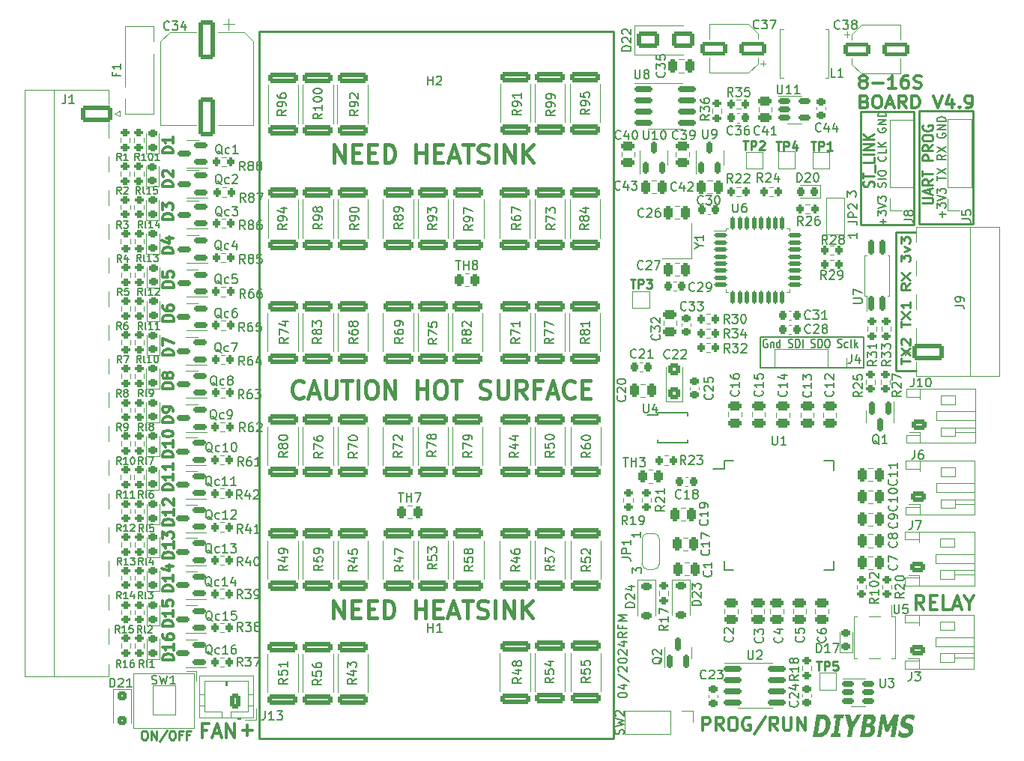
<source format=gbr>
%TF.GenerationSoftware,KiCad,Pcbnew,7.0.7*%
%TF.CreationDate,2024-05-18T15:39:26+02:00*%
%TF.ProjectId,Module_16S,4d6f6475-6c65-45f3-9136-532e6b696361,rev?*%
%TF.SameCoordinates,Original*%
%TF.FileFunction,Legend,Top*%
%TF.FilePolarity,Positive*%
%FSLAX46Y46*%
G04 Gerber Fmt 4.6, Leading zero omitted, Abs format (unit mm)*
G04 Created by KiCad (PCBNEW 7.0.7) date 2024-05-18 15:39:26*
%MOMM*%
%LPD*%
G01*
G04 APERTURE LIST*
G04 Aperture macros list*
%AMRoundRect*
0 Rectangle with rounded corners*
0 $1 Rounding radius*
0 $2 $3 $4 $5 $6 $7 $8 $9 X,Y pos of 4 corners*
0 Add a 4 corners polygon primitive as box body*
4,1,4,$2,$3,$4,$5,$6,$7,$8,$9,$2,$3,0*
0 Add four circle primitives for the rounded corners*
1,1,$1+$1,$2,$3*
1,1,$1+$1,$4,$5*
1,1,$1+$1,$6,$7*
1,1,$1+$1,$8,$9*
0 Add four rect primitives between the rounded corners*
20,1,$1+$1,$2,$3,$4,$5,0*
20,1,$1+$1,$4,$5,$6,$7,0*
20,1,$1+$1,$6,$7,$8,$9,0*
20,1,$1+$1,$8,$9,$2,$3,0*%
%AMFreePoly0*
4,1,19,0.550000,-0.750000,0.000000,-0.750000,0.000000,-0.744911,-0.071157,-0.744911,-0.207708,-0.704816,-0.327430,-0.627875,-0.420627,-0.520320,-0.479746,-0.390866,-0.500000,-0.250000,-0.500000,0.250000,-0.479746,0.390866,-0.420627,0.520320,-0.327430,0.627875,-0.207708,0.704816,-0.071157,0.744911,0.000000,0.744911,0.000000,0.750000,0.550000,0.750000,0.550000,-0.750000,0.550000,-0.750000,
$1*%
%AMFreePoly1*
4,1,19,0.000000,0.744911,0.071157,0.744911,0.207708,0.704816,0.327430,0.627875,0.420627,0.520320,0.479746,0.390866,0.500000,0.250000,0.500000,-0.250000,0.479746,-0.390866,0.420627,-0.520320,0.327430,-0.627875,0.207708,-0.704816,0.071157,-0.744911,0.000000,-0.744911,0.000000,-0.750000,-0.550000,-0.750000,-0.550000,0.750000,0.000000,0.750000,0.000000,0.744911,0.000000,0.744911,
$1*%
G04 Aperture macros list end*
%ADD10C,0.250000*%
%ADD11C,0.150000*%
%ADD12C,0.300000*%
%ADD13C,0.375000*%
%ADD14C,0.400000*%
%ADD15C,0.120000*%
%ADD16RoundRect,0.200000X0.275000X-0.200000X0.275000X0.200000X-0.275000X0.200000X-0.275000X-0.200000X0*%
%ADD17RoundRect,0.200000X0.200000X0.275000X-0.200000X0.275000X-0.200000X-0.275000X0.200000X-0.275000X0*%
%ADD18RoundRect,0.250000X0.475000X-0.250000X0.475000X0.250000X-0.475000X0.250000X-0.475000X-0.250000X0*%
%ADD19RoundRect,0.250000X-1.425000X0.362500X-1.425000X-0.362500X1.425000X-0.362500X1.425000X0.362500X0*%
%ADD20R,1.200000X1.400000*%
%ADD21RoundRect,0.225000X-0.225000X-0.250000X0.225000X-0.250000X0.225000X0.250000X-0.225000X0.250000X0*%
%ADD22RoundRect,0.218750X0.256250X-0.218750X0.256250X0.218750X-0.256250X0.218750X-0.256250X-0.218750X0*%
%ADD23RoundRect,0.200000X-0.200000X-0.275000X0.200000X-0.275000X0.200000X0.275000X-0.200000X0.275000X0*%
%ADD24RoundRect,0.200000X-0.275000X0.200000X-0.275000X-0.200000X0.275000X-0.200000X0.275000X0.200000X0*%
%ADD25RoundRect,0.250000X0.350000X0.625000X-0.350000X0.625000X-0.350000X-0.625000X0.350000X-0.625000X0*%
%ADD26O,1.200000X1.750000*%
%ADD27RoundRect,0.250000X-0.262500X-0.450000X0.262500X-0.450000X0.262500X0.450000X-0.262500X0.450000X0*%
%ADD28RoundRect,0.150000X0.150000X-0.587500X0.150000X0.587500X-0.150000X0.587500X-0.150000X-0.587500X0*%
%ADD29R,1.500000X1.500000*%
%ADD30R,1.350000X1.350000*%
%ADD31O,1.350000X1.350000*%
%ADD32R,1.700000X1.700000*%
%ADD33O,1.700000X1.700000*%
%ADD34RoundRect,0.150000X0.587500X0.150000X-0.587500X0.150000X-0.587500X-0.150000X0.587500X-0.150000X0*%
%ADD35C,5.600000*%
%ADD36RoundRect,0.250000X0.250000X0.475000X-0.250000X0.475000X-0.250000X-0.475000X0.250000X-0.475000X0*%
%ADD37RoundRect,0.250000X-0.475000X0.250000X-0.475000X-0.250000X0.475000X-0.250000X0.475000X0.250000X0*%
%ADD38RoundRect,0.225000X0.225000X0.250000X-0.225000X0.250000X-0.225000X-0.250000X0.225000X-0.250000X0*%
%ADD39C,5.700000*%
%ADD40RoundRect,0.150000X-0.150000X0.587500X-0.150000X-0.587500X0.150000X-0.587500X0.150000X0.587500X0*%
%ADD41C,1.710000*%
%ADD42RoundRect,0.150000X-0.825000X-0.150000X0.825000X-0.150000X0.825000X0.150000X-0.825000X0.150000X0*%
%ADD43R,2.290000X3.000000*%
%ADD44RoundRect,0.250000X0.625000X-0.350000X0.625000X0.350000X-0.625000X0.350000X-0.625000X-0.350000X0*%
%ADD45O,1.750000X1.200000*%
%ADD46RoundRect,0.150000X-0.512500X-0.150000X0.512500X-0.150000X0.512500X0.150000X-0.512500X0.150000X0*%
%ADD47RoundRect,0.250000X0.425000X-0.450000X0.425000X0.450000X-0.425000X0.450000X-0.425000X-0.450000X0*%
%ADD48RoundRect,0.218750X0.218750X0.256250X-0.218750X0.256250X-0.218750X-0.256250X0.218750X-0.256250X0*%
%ADD49RoundRect,0.150000X0.150000X-0.662500X0.150000X0.662500X-0.150000X0.662500X-0.150000X-0.662500X0*%
%ADD50RoundRect,0.225000X0.250000X-0.225000X0.250000X0.225000X-0.250000X0.225000X-0.250000X-0.225000X0*%
%ADD51RoundRect,0.250000X-1.000000X-0.650000X1.000000X-0.650000X1.000000X0.650000X-1.000000X0.650000X0*%
%ADD52RoundRect,0.225000X-0.375000X0.225000X-0.375000X-0.225000X0.375000X-0.225000X0.375000X0.225000X0*%
%ADD53RoundRect,0.250000X-0.250000X-0.475000X0.250000X-0.475000X0.250000X0.475000X-0.250000X0.475000X0*%
%ADD54R,1.500000X0.300000*%
%ADD55R,0.300000X1.500000*%
%ADD56R,1.500000X1.000000*%
%ADD57RoundRect,0.125000X-0.625000X-0.125000X0.625000X-0.125000X0.625000X0.125000X-0.625000X0.125000X0*%
%ADD58RoundRect,0.125000X-0.125000X-0.625000X0.125000X-0.625000X0.125000X0.625000X-0.125000X0.625000X0*%
%ADD59RoundRect,0.250000X1.250000X0.550000X-1.250000X0.550000X-1.250000X-0.550000X1.250000X-0.550000X0*%
%ADD60RoundRect,0.250000X-1.250000X-0.550000X1.250000X-0.550000X1.250000X0.550000X-1.250000X0.550000X0*%
%ADD61FreePoly0,270.000000*%
%ADD62FreePoly1,270.000000*%
%ADD63C,1.500000*%
%ADD64RoundRect,0.250000X1.550000X-0.650000X1.550000X0.650000X-1.550000X0.650000X-1.550000X-0.650000X0*%
%ADD65O,3.600000X1.800000*%
%ADD66RoundRect,0.150000X0.150000X-0.512500X0.150000X0.512500X-0.150000X0.512500X-0.150000X-0.512500X0*%
%ADD67RoundRect,0.250000X-1.550000X0.650000X-1.550000X-0.650000X1.550000X-0.650000X1.550000X0.650000X0*%
%ADD68R,4.200000X1.400000*%
%ADD69R,1.400000X0.300000*%
%ADD70RoundRect,0.225000X-0.250000X0.225000X-0.250000X-0.225000X0.250000X-0.225000X0.250000X0.225000X0*%
%ADD71R,0.800000X1.200000*%
%ADD72RoundRect,0.250000X-0.300000X0.300000X-0.300000X-0.300000X0.300000X-0.300000X0.300000X0.300000X0*%
%ADD73RoundRect,0.250000X-0.700000X1.950000X-0.700000X-1.950000X0.700000X-1.950000X0.700000X1.950000X0*%
G04 APERTURE END LIST*
D10*
X94386400Y-6375400D02*
X100457000Y-6375400D01*
X100457000Y-19177000D01*
X94386400Y-19177000D01*
X94386400Y-6375400D01*
X87731600Y-6400800D02*
X93802200Y-6400800D01*
X93802200Y-19202400D01*
X87731600Y-19202400D01*
X87731600Y-6400800D01*
X91744800Y-20091400D02*
X91744800Y-35433000D01*
X91744800Y-35433000D02*
X91744800Y-35737800D01*
X19812000Y2657000D02*
X59812000Y2657000D01*
X59812000Y-77343000D01*
X19812000Y-77343000D01*
X19812000Y2657000D01*
D11*
X76428600Y-31902400D02*
X88087200Y-31902400D01*
X88087200Y-35407600D01*
X76428600Y-35407600D01*
X76428600Y-31902400D01*
D10*
X91744800Y-35737800D02*
X94005400Y-35737800D01*
X93954600Y-20091400D02*
X91744800Y-20091400D01*
D12*
G36*
X83390723Y-74606607D02*
G01*
X83416668Y-74607008D01*
X83442365Y-74607676D01*
X83467814Y-74608611D01*
X83493015Y-74609813D01*
X83517968Y-74611282D01*
X83542673Y-74613019D01*
X83567129Y-74615022D01*
X83591338Y-74617293D01*
X83615299Y-74619831D01*
X83639011Y-74622636D01*
X83662476Y-74625708D01*
X83685692Y-74629047D01*
X83708660Y-74632654D01*
X83731381Y-74636527D01*
X83753853Y-74640668D01*
X83776045Y-74645321D01*
X83797924Y-74650733D01*
X83819489Y-74656904D01*
X83840742Y-74663833D01*
X83861682Y-74671520D01*
X83882309Y-74679966D01*
X83902624Y-74689171D01*
X83922625Y-74699134D01*
X83942313Y-74709855D01*
X83961688Y-74721335D01*
X83980751Y-74733573D01*
X83999500Y-74746570D01*
X84017937Y-74760325D01*
X84036060Y-74774839D01*
X84053871Y-74790112D01*
X84071369Y-74806142D01*
X84092341Y-74826579D01*
X84112516Y-74847893D01*
X84131893Y-74870084D01*
X84150473Y-74893154D01*
X84168255Y-74917101D01*
X84185239Y-74941926D01*
X84201426Y-74967629D01*
X84216815Y-74994209D01*
X84231407Y-75021668D01*
X84245201Y-75050004D01*
X84258197Y-75079217D01*
X84270396Y-75109309D01*
X84281797Y-75140278D01*
X84292401Y-75172125D01*
X84302207Y-75204850D01*
X84311215Y-75238452D01*
X84319376Y-75272868D01*
X84326518Y-75308033D01*
X84332642Y-75343947D01*
X84337746Y-75380609D01*
X84341831Y-75418021D01*
X84344898Y-75456181D01*
X84346945Y-75495091D01*
X84347974Y-75534749D01*
X84347983Y-75575157D01*
X84346974Y-75616313D01*
X84344945Y-75658218D01*
X84341898Y-75700873D01*
X84337832Y-75744276D01*
X84332747Y-75788428D01*
X84326643Y-75833329D01*
X84319519Y-75878979D01*
X84311702Y-75923036D01*
X84303025Y-75966515D01*
X84293490Y-76009418D01*
X84283097Y-76051743D01*
X84271844Y-76093491D01*
X84259733Y-76134661D01*
X84246764Y-76175255D01*
X84232935Y-76215271D01*
X84218248Y-76254710D01*
X84202703Y-76293572D01*
X84186298Y-76331856D01*
X84169035Y-76369564D01*
X84150914Y-76406694D01*
X84131933Y-76443247D01*
X84112094Y-76479223D01*
X84091397Y-76514621D01*
X84070102Y-76549147D01*
X84048471Y-76582656D01*
X84026504Y-76615149D01*
X84004202Y-76646627D01*
X83981564Y-76677088D01*
X83958590Y-76706533D01*
X83935280Y-76734962D01*
X83911634Y-76762375D01*
X83887652Y-76788772D01*
X83863335Y-76814153D01*
X83838682Y-76838517D01*
X83813692Y-76861866D01*
X83788368Y-76884198D01*
X83762707Y-76905515D01*
X83736710Y-76925815D01*
X83710378Y-76945099D01*
X83688222Y-76960770D01*
X83665964Y-76975725D01*
X83643602Y-76989964D01*
X83621138Y-77003488D01*
X83598570Y-77016297D01*
X83575899Y-77028390D01*
X83553125Y-77039767D01*
X83530249Y-77050429D01*
X83507269Y-77060375D01*
X83484186Y-77069606D01*
X83461000Y-77078121D01*
X83437711Y-77085920D01*
X83414319Y-77093004D01*
X83390824Y-77099373D01*
X83367226Y-77105026D01*
X83343525Y-77109963D01*
X83319767Y-77114400D01*
X83295875Y-77118550D01*
X83271849Y-77122414D01*
X83247690Y-77125992D01*
X83223398Y-77129283D01*
X83198971Y-77132288D01*
X83174412Y-77135008D01*
X83149718Y-77137440D01*
X83124891Y-77139587D01*
X83099931Y-77141448D01*
X83074837Y-77143022D01*
X83049609Y-77144310D01*
X83024248Y-77145312D01*
X82998753Y-77146027D01*
X82973125Y-77146456D01*
X82947363Y-77146600D01*
X82321124Y-77146600D01*
X82399132Y-76677653D01*
X82901934Y-76677653D01*
X82911215Y-76677653D01*
X82932142Y-76677625D01*
X82952668Y-76677539D01*
X82972793Y-76677396D01*
X82992517Y-76677195D01*
X83021353Y-76676787D01*
X83049287Y-76676251D01*
X83076319Y-76675585D01*
X83102450Y-76674791D01*
X83127679Y-76673868D01*
X83152006Y-76672816D01*
X83175432Y-76671635D01*
X83197956Y-76670326D01*
X83220038Y-76668167D01*
X83242137Y-76664666D01*
X83264254Y-76659823D01*
X83286387Y-76653639D01*
X83308538Y-76646113D01*
X83330706Y-76637246D01*
X83352891Y-76627037D01*
X83375093Y-76615486D01*
X83397313Y-76602593D01*
X83419549Y-76588359D01*
X83434383Y-76578124D01*
X83451725Y-76565313D01*
X83468699Y-76551916D01*
X83485308Y-76537932D01*
X83501550Y-76523360D01*
X83517426Y-76508203D01*
X83532935Y-76492458D01*
X83548078Y-76476127D01*
X83562855Y-76459209D01*
X83577265Y-76441704D01*
X83591309Y-76423612D01*
X83604987Y-76404934D01*
X83618298Y-76385669D01*
X83631243Y-76365817D01*
X83643822Y-76345378D01*
X83656034Y-76324353D01*
X83667879Y-76302740D01*
X83679401Y-76280532D01*
X83690518Y-76257718D01*
X83701230Y-76234298D01*
X83711538Y-76210272D01*
X83721441Y-76185640D01*
X83730940Y-76160402D01*
X83740034Y-76134559D01*
X83748724Y-76108109D01*
X83757009Y-76081054D01*
X83764890Y-76053393D01*
X83772366Y-76025127D01*
X83779437Y-75996254D01*
X83786104Y-75966775D01*
X83792367Y-75936691D01*
X83798225Y-75906001D01*
X83803679Y-75874705D01*
X83808617Y-75843392D01*
X83812929Y-75812652D01*
X83816616Y-75782484D01*
X83819676Y-75752889D01*
X83822111Y-75723866D01*
X83823920Y-75695415D01*
X83825103Y-75667537D01*
X83825660Y-75640232D01*
X83825592Y-75613499D01*
X83824897Y-75587338D01*
X83823577Y-75561750D01*
X83821630Y-75536734D01*
X83819058Y-75512290D01*
X83814026Y-75476699D01*
X83807586Y-75442395D01*
X83799774Y-75409422D01*
X83790442Y-75377823D01*
X83779590Y-75347598D01*
X83767218Y-75318747D01*
X83753326Y-75291270D01*
X83737914Y-75265166D01*
X83720983Y-75240437D01*
X83702531Y-75217081D01*
X83682560Y-75195099D01*
X83661069Y-75174491D01*
X83645898Y-75161516D01*
X83628769Y-75148580D01*
X83611270Y-75136793D01*
X83593403Y-75126155D01*
X83575166Y-75116665D01*
X83556561Y-75108323D01*
X83537585Y-75101130D01*
X83518241Y-75095085D01*
X83498528Y-75090189D01*
X83478445Y-75086441D01*
X83457993Y-75083842D01*
X83444153Y-75082747D01*
X83422967Y-75081438D01*
X83400991Y-75080257D01*
X83378225Y-75079205D01*
X83354669Y-75078282D01*
X83330323Y-75077488D01*
X83305186Y-75076823D01*
X83279261Y-75076286D01*
X83252545Y-75075878D01*
X83225039Y-75075599D01*
X83196743Y-75075449D01*
X83177440Y-75075420D01*
X83168159Y-75075420D01*
X82901934Y-76677653D01*
X82399132Y-76677653D01*
X82743665Y-74606474D01*
X83364530Y-74606474D01*
X83390723Y-74606607D01*
G37*
G36*
X85438152Y-77146600D02*
G01*
X84360064Y-77146600D01*
X84431383Y-76716732D01*
X84719101Y-76716732D01*
X84999003Y-75036341D01*
X84711285Y-75036341D01*
X84782604Y-74606474D01*
X85860692Y-74606474D01*
X85789373Y-75036341D01*
X85501655Y-75036341D01*
X85221752Y-76716732D01*
X85509471Y-76716732D01*
X85438152Y-77146600D01*
G37*
G36*
X87879115Y-74606474D02*
G01*
X86942199Y-76085364D01*
X86765856Y-77146600D01*
X86263692Y-77146600D01*
X86434662Y-76117727D01*
X85983302Y-74606474D01*
X86555807Y-74606474D01*
X86797119Y-75513836D01*
X87325660Y-74606474D01*
X87879115Y-74606474D01*
G37*
G36*
X88825063Y-74606560D02*
G01*
X88851308Y-74606817D01*
X88876690Y-74607247D01*
X88901210Y-74607848D01*
X88924867Y-74608621D01*
X88947662Y-74609565D01*
X88969594Y-74610681D01*
X88990664Y-74611969D01*
X89010871Y-74613429D01*
X89039565Y-74615941D01*
X89066318Y-74618839D01*
X89091131Y-74622123D01*
X89114003Y-74625794D01*
X89128173Y-74628456D01*
X89148675Y-74632881D01*
X89168782Y-74638144D01*
X89188494Y-74644244D01*
X89207811Y-74651182D01*
X89226733Y-74658956D01*
X89245260Y-74667568D01*
X89263392Y-74677017D01*
X89281130Y-74687303D01*
X89304165Y-74702320D01*
X89326498Y-74718826D01*
X89343717Y-74733124D01*
X89359837Y-74748314D01*
X89374858Y-74764394D01*
X89393176Y-74787220D01*
X89409540Y-74811630D01*
X89423951Y-74837624D01*
X89436407Y-74865201D01*
X89446910Y-74894363D01*
X89453504Y-74917273D01*
X89459117Y-74940852D01*
X89463682Y-74965108D01*
X89467200Y-74990040D01*
X89469670Y-75015647D01*
X89471092Y-75041932D01*
X89471467Y-75068892D01*
X89470795Y-75096528D01*
X89469075Y-75124841D01*
X89466307Y-75153830D01*
X89462491Y-75183495D01*
X89459366Y-75203648D01*
X89452920Y-75238545D01*
X89445307Y-75272713D01*
X89436525Y-75306151D01*
X89426576Y-75338859D01*
X89415459Y-75370837D01*
X89403175Y-75402085D01*
X89389722Y-75432604D01*
X89375102Y-75462392D01*
X89359314Y-75491451D01*
X89342358Y-75519780D01*
X89330406Y-75538260D01*
X89311801Y-75565045D01*
X89292441Y-75590446D01*
X89272325Y-75614462D01*
X89251454Y-75637093D01*
X89229827Y-75658339D01*
X89207445Y-75678201D01*
X89184306Y-75696679D01*
X89160413Y-75713772D01*
X89135763Y-75729480D01*
X89110358Y-75743804D01*
X89093002Y-75752583D01*
X89090559Y-75766017D01*
X89112310Y-75772598D01*
X89133355Y-75779975D01*
X89153694Y-75788149D01*
X89173327Y-75797120D01*
X89192254Y-75806887D01*
X89210475Y-75817451D01*
X89227990Y-75828812D01*
X89252938Y-75847346D01*
X89276298Y-75867673D01*
X89298070Y-75889793D01*
X89318253Y-75913705D01*
X89336847Y-75939410D01*
X89353853Y-75966907D01*
X89368931Y-75996124D01*
X89381742Y-76027221D01*
X89392287Y-76060195D01*
X89400564Y-76095048D01*
X89404823Y-76119327D01*
X89408075Y-76144441D01*
X89410319Y-76170389D01*
X89411555Y-76197172D01*
X89411784Y-76224790D01*
X89411006Y-76253243D01*
X89409220Y-76282531D01*
X89406426Y-76312653D01*
X89402625Y-76343611D01*
X89397817Y-76375403D01*
X89391526Y-76410154D01*
X89384376Y-76444110D01*
X89376367Y-76477273D01*
X89367500Y-76509641D01*
X89357774Y-76541215D01*
X89347190Y-76571994D01*
X89335747Y-76601980D01*
X89323445Y-76631171D01*
X89310284Y-76659568D01*
X89296265Y-76687170D01*
X89286442Y-76705131D01*
X89271151Y-76731372D01*
X89255318Y-76756744D01*
X89238945Y-76781246D01*
X89222031Y-76804879D01*
X89204575Y-76827643D01*
X89186579Y-76849537D01*
X89168042Y-76870562D01*
X89148964Y-76890717D01*
X89129345Y-76910003D01*
X89109185Y-76928420D01*
X89095444Y-76940214D01*
X89078973Y-76953931D01*
X89062410Y-76967148D01*
X89037394Y-76986033D01*
X89012172Y-77003791D01*
X88986745Y-77020423D01*
X88961110Y-77035927D01*
X88935270Y-77050304D01*
X88909224Y-77063555D01*
X88882972Y-77075678D01*
X88856513Y-77086674D01*
X88829849Y-77096543D01*
X88820915Y-77099583D01*
X88793508Y-77107985D01*
X88764959Y-77115561D01*
X88745291Y-77120153D01*
X88725117Y-77124377D01*
X88704434Y-77128234D01*
X88683244Y-77131723D01*
X88661547Y-77134845D01*
X88639342Y-77137600D01*
X88616629Y-77139988D01*
X88593409Y-77142008D01*
X88569681Y-77143661D01*
X88545445Y-77144947D01*
X88520702Y-77145865D01*
X88495452Y-77146416D01*
X88469694Y-77146600D01*
X87669066Y-77146600D01*
X87747073Y-76677653D01*
X88246944Y-76677653D01*
X88273323Y-76677653D01*
X88297398Y-76677641D01*
X88320530Y-76677606D01*
X88342720Y-76677546D01*
X88363967Y-76677462D01*
X88384272Y-76677355D01*
X88412961Y-76677149D01*
X88439530Y-76676890D01*
X88463978Y-76676577D01*
X88486304Y-76676210D01*
X88506510Y-76675790D01*
X88530152Y-76675146D01*
X88545409Y-76674600D01*
X88569426Y-76672516D01*
X88588931Y-76669497D01*
X88608695Y-76665275D01*
X88628719Y-76659851D01*
X88649003Y-76653225D01*
X88669546Y-76645397D01*
X88690349Y-76636366D01*
X88706121Y-76628805D01*
X88724424Y-76619111D01*
X88745886Y-76605492D01*
X88765773Y-76590203D01*
X88784087Y-76573244D01*
X88800826Y-76554616D01*
X88815991Y-76534318D01*
X88824334Y-76521338D01*
X88837229Y-76498535D01*
X88848740Y-76474779D01*
X88858867Y-76450069D01*
X88867611Y-76424404D01*
X88874972Y-76397785D01*
X88880949Y-76370213D01*
X88882953Y-76358916D01*
X88886998Y-76330847D01*
X88889608Y-76304343D01*
X88890784Y-76279404D01*
X88890235Y-76250430D01*
X88887445Y-76223901D01*
X88882412Y-76199816D01*
X88875137Y-76178177D01*
X88863568Y-76154792D01*
X88849011Y-76133640D01*
X88831465Y-76114721D01*
X88814561Y-76100661D01*
X88795583Y-76088150D01*
X88778905Y-76079258D01*
X88758726Y-76070576D01*
X88738565Y-76064623D01*
X88715759Y-76060043D01*
X88694733Y-76057276D01*
X88671871Y-76055464D01*
X88657272Y-76054834D01*
X88636512Y-76054262D01*
X88614041Y-76053765D01*
X88589861Y-76053346D01*
X88563972Y-76053002D01*
X88543432Y-76052795D01*
X88521931Y-76052630D01*
X88499469Y-76052508D01*
X88476044Y-76052430D01*
X88451658Y-76052394D01*
X88443316Y-76052392D01*
X88350992Y-76052392D01*
X88246944Y-76677653D01*
X87747073Y-76677653D01*
X87922590Y-75622524D01*
X88422311Y-75622524D01*
X88485325Y-75622524D01*
X88508914Y-75622497D01*
X88531138Y-75622417D01*
X88551997Y-75622283D01*
X88577684Y-75622020D01*
X88600944Y-75621662D01*
X88621777Y-75621209D01*
X88644406Y-75620509D01*
X88666554Y-75619471D01*
X88686463Y-75617067D01*
X88706991Y-75612602D01*
X88728137Y-75606076D01*
X88749901Y-75597489D01*
X88768511Y-75588759D01*
X88779882Y-75582835D01*
X88799844Y-75570715D01*
X88818207Y-75557254D01*
X88834973Y-75542451D01*
X88850140Y-75526306D01*
X88866232Y-75505161D01*
X88880022Y-75482084D01*
X88891974Y-75457104D01*
X88900886Y-75435205D01*
X88908843Y-75412323D01*
X88915845Y-75388456D01*
X88921894Y-75363605D01*
X88926989Y-75337771D01*
X88927893Y-75332486D01*
X88931213Y-75305062D01*
X88932194Y-75277288D01*
X88930839Y-75249163D01*
X88927816Y-75224777D01*
X88923986Y-75204258D01*
X88917654Y-75180609D01*
X88907229Y-75156329D01*
X88893532Y-75135613D01*
X88876561Y-75118461D01*
X88862436Y-75108393D01*
X88841700Y-75097570D01*
X88822214Y-75090199D01*
X88801148Y-75084589D01*
X88778502Y-75080740D01*
X88758423Y-75078876D01*
X88750085Y-75078473D01*
X88727373Y-75077594D01*
X88706834Y-75076997D01*
X88684188Y-75076496D01*
X88659435Y-75076091D01*
X88639488Y-75075849D01*
X88618357Y-75075662D01*
X88596040Y-75075527D01*
X88572538Y-75075447D01*
X88547852Y-75075420D01*
X88513169Y-75075420D01*
X88422311Y-75622524D01*
X87922590Y-75622524D01*
X88091606Y-74606474D01*
X88797956Y-74606474D01*
X88825063Y-74606560D01*
G37*
G36*
X91633616Y-77146600D02*
G01*
X91133895Y-77146600D01*
X91413309Y-75467430D01*
X90867670Y-76560417D01*
X90524265Y-76560417D01*
X90342060Y-75467430D01*
X90062646Y-77146600D01*
X89589792Y-77146600D01*
X90012332Y-74606474D01*
X90591187Y-74606474D01*
X90825172Y-75867378D01*
X91476812Y-74606474D01*
X92056156Y-74606474D01*
X91633616Y-77146600D01*
G37*
G36*
X92693630Y-77224757D02*
G01*
X92665185Y-77224531D01*
X92637248Y-77223851D01*
X92609818Y-77222718D01*
X92582896Y-77221132D01*
X92556482Y-77219092D01*
X92530575Y-77216600D01*
X92505175Y-77213654D01*
X92480284Y-77210255D01*
X92455899Y-77206403D01*
X92432023Y-77202098D01*
X92408654Y-77197340D01*
X92385792Y-77192128D01*
X92363438Y-77186463D01*
X92341592Y-77180345D01*
X92320253Y-77173774D01*
X92299422Y-77166750D01*
X92279020Y-77159463D01*
X92258847Y-77151952D01*
X92238903Y-77144217D01*
X92219188Y-77136257D01*
X92199702Y-77128074D01*
X92180445Y-77119666D01*
X92161417Y-77111034D01*
X92142618Y-77102178D01*
X92124048Y-77093097D01*
X92105707Y-77083793D01*
X92087594Y-77074264D01*
X92060856Y-77059550D01*
X92034632Y-77044332D01*
X92008923Y-77028610D01*
X92000468Y-77023257D01*
X92103539Y-76404101D01*
X92148968Y-76404101D01*
X92164464Y-76425012D01*
X92180300Y-76445308D01*
X92196475Y-76464988D01*
X92212990Y-76484053D01*
X92229845Y-76502502D01*
X92247039Y-76520336D01*
X92264573Y-76537555D01*
X92282447Y-76554158D01*
X92300660Y-76570146D01*
X92319213Y-76585518D01*
X92338106Y-76600275D01*
X92357338Y-76614417D01*
X92376910Y-76627944D01*
X92396821Y-76640855D01*
X92417072Y-76653150D01*
X92437663Y-76664830D01*
X92458441Y-76675848D01*
X92479253Y-76686154D01*
X92500100Y-76695750D01*
X92520981Y-76704634D01*
X92541896Y-76712808D01*
X92562845Y-76720272D01*
X92583829Y-76727024D01*
X92604847Y-76733066D01*
X92625900Y-76738397D01*
X92646987Y-76743017D01*
X92668108Y-76746926D01*
X92689264Y-76750125D01*
X92710454Y-76752612D01*
X92731678Y-76754389D01*
X92752937Y-76755456D01*
X92774230Y-76755811D01*
X92794439Y-76755256D01*
X92813994Y-76753896D01*
X92835609Y-76751721D01*
X92855196Y-76749285D01*
X92876215Y-76746283D01*
X92889512Y-76744209D01*
X92911637Y-76740050D01*
X92932522Y-76735205D01*
X92952166Y-76729675D01*
X92974103Y-76722133D01*
X92994253Y-76713603D01*
X93009680Y-76705741D01*
X93030683Y-76693956D01*
X93050827Y-76680582D01*
X93070113Y-76665620D01*
X93088540Y-76649069D01*
X93106108Y-76630930D01*
X93111773Y-76624530D01*
X93127710Y-76603658D01*
X93141449Y-76580424D01*
X93151219Y-76559258D01*
X93159462Y-76536453D01*
X93166179Y-76512008D01*
X93171369Y-76485923D01*
X93174808Y-76456668D01*
X93175051Y-76429203D01*
X93172099Y-76403526D01*
X93165950Y-76379639D01*
X93156604Y-76357540D01*
X93144063Y-76337230D01*
X93138152Y-76329607D01*
X93122183Y-76311507D01*
X93104807Y-76294986D01*
X93086023Y-76280046D01*
X93065833Y-76266686D01*
X93044235Y-76254906D01*
X93021230Y-76244707D01*
X93011634Y-76241069D01*
X92987339Y-76232578D01*
X92962572Y-76224201D01*
X92937331Y-76215939D01*
X92918089Y-76209817D01*
X92898582Y-76203760D01*
X92878808Y-76197767D01*
X92858768Y-76191839D01*
X92838462Y-76185975D01*
X92817890Y-76180175D01*
X92804027Y-76176345D01*
X92783391Y-76170382D01*
X92763063Y-76164173D01*
X92743045Y-76157717D01*
X92723336Y-76151014D01*
X92703936Y-76144064D01*
X92684845Y-76136868D01*
X92666063Y-76129424D01*
X92641501Y-76119115D01*
X92617489Y-76108368D01*
X92599840Y-76100019D01*
X92573594Y-76086609D01*
X92548465Y-76072637D01*
X92524455Y-76058102D01*
X92501563Y-76043003D01*
X92479789Y-76027342D01*
X92459134Y-76011118D01*
X92439596Y-75994331D01*
X92421177Y-75976982D01*
X92403876Y-75959069D01*
X92387693Y-75940593D01*
X92372628Y-75921555D01*
X92358681Y-75901953D01*
X92345853Y-75881789D01*
X92334142Y-75861062D01*
X92323550Y-75839771D01*
X92314076Y-75817918D01*
X92305614Y-75795359D01*
X92298055Y-75772104D01*
X92291402Y-75748152D01*
X92285653Y-75723503D01*
X92280808Y-75698158D01*
X92276867Y-75672117D01*
X92273832Y-75645379D01*
X92271700Y-75617945D01*
X92270473Y-75589814D01*
X92270151Y-75560986D01*
X92270733Y-75531463D01*
X92272219Y-75501242D01*
X92274610Y-75470326D01*
X92277905Y-75438712D01*
X92282105Y-75406403D01*
X92287210Y-75373396D01*
X92295500Y-75328975D01*
X92305474Y-75285622D01*
X92317131Y-75243337D01*
X92330471Y-75202121D01*
X92345494Y-75161974D01*
X92362200Y-75122895D01*
X92380589Y-75084885D01*
X92400660Y-75047943D01*
X92422415Y-75012070D01*
X92445853Y-74977265D01*
X92470974Y-74943529D01*
X92497777Y-74910862D01*
X92526264Y-74879263D01*
X92556434Y-74848732D01*
X92572150Y-74833868D01*
X92588287Y-74819270D01*
X92604844Y-74804940D01*
X92621822Y-74790877D01*
X92639090Y-74777128D01*
X92656516Y-74763815D01*
X92674101Y-74750939D01*
X92691844Y-74738499D01*
X92709745Y-74726495D01*
X92727805Y-74714928D01*
X92746023Y-74703798D01*
X92764399Y-74693104D01*
X92782934Y-74682846D01*
X92801627Y-74673025D01*
X92820479Y-74663641D01*
X92839488Y-74654693D01*
X92858657Y-74646181D01*
X92877983Y-74638106D01*
X92897468Y-74630468D01*
X92917112Y-74623266D01*
X92936914Y-74616500D01*
X92956874Y-74610171D01*
X92976992Y-74604278D01*
X92997269Y-74598822D01*
X93017705Y-74593803D01*
X93038298Y-74589219D01*
X93059050Y-74585073D01*
X93079961Y-74581363D01*
X93101030Y-74578089D01*
X93122257Y-74575252D01*
X93143642Y-74572851D01*
X93165186Y-74570887D01*
X93186889Y-74569359D01*
X93208749Y-74568268D01*
X93230768Y-74567613D01*
X93252946Y-74567395D01*
X93275256Y-74567574D01*
X93297490Y-74568111D01*
X93319647Y-74569005D01*
X93341728Y-74570257D01*
X93363733Y-74571867D01*
X93385661Y-74573835D01*
X93407513Y-74576161D01*
X93429289Y-74578844D01*
X93450989Y-74581885D01*
X93472612Y-74585284D01*
X93494158Y-74589041D01*
X93515629Y-74593155D01*
X93537023Y-74597627D01*
X93558341Y-74602457D01*
X93579582Y-74607645D01*
X93600748Y-74613191D01*
X93621768Y-74618965D01*
X93642452Y-74624992D01*
X93662801Y-74631273D01*
X93682813Y-74637806D01*
X93702490Y-74644592D01*
X93721831Y-74651630D01*
X93740836Y-74658922D01*
X93759505Y-74666466D01*
X93786880Y-74678257D01*
X93813498Y-74690616D01*
X93839361Y-74703544D01*
X93864469Y-74717041D01*
X93888821Y-74731108D01*
X93896770Y-74735923D01*
X93801027Y-75309893D01*
X93756575Y-75309893D01*
X93738779Y-75288681D01*
X93720013Y-75268091D01*
X93700276Y-75248123D01*
X93679569Y-75228778D01*
X93657892Y-75210055D01*
X93635245Y-75191955D01*
X93611627Y-75174478D01*
X93587039Y-75157623D01*
X93561481Y-75141391D01*
X93534953Y-75125781D01*
X93516728Y-75115720D01*
X93498263Y-75106108D01*
X93479626Y-75097116D01*
X93460817Y-75088744D01*
X93441837Y-75080992D01*
X93422685Y-75073860D01*
X93403361Y-75067349D01*
X93383866Y-75061457D01*
X93364198Y-75056186D01*
X93344359Y-75051535D01*
X93324349Y-75047504D01*
X93304166Y-75044093D01*
X93283812Y-75041302D01*
X93263286Y-75039132D01*
X93242588Y-75037582D01*
X93221719Y-75036651D01*
X93200678Y-75036341D01*
X93180344Y-75036639D01*
X93160559Y-75037534D01*
X93137541Y-75039394D01*
X93115313Y-75042113D01*
X93093875Y-75045691D01*
X93080022Y-75048553D01*
X93059362Y-75053698D01*
X93038050Y-75060432D01*
X93016086Y-75068754D01*
X92997283Y-75076902D01*
X92978028Y-75086153D01*
X92962297Y-75094349D01*
X92943023Y-75105576D01*
X92924401Y-75118649D01*
X92906432Y-75133569D01*
X92889116Y-75150334D01*
X92872452Y-75168946D01*
X92867042Y-75175560D01*
X92852038Y-75196161D01*
X92839267Y-75217663D01*
X92828728Y-75240067D01*
X92820422Y-75263373D01*
X92814349Y-75287580D01*
X92812820Y-75295849D01*
X92809261Y-75325587D01*
X92808660Y-75353356D01*
X92811017Y-75379158D01*
X92816331Y-75402992D01*
X92826612Y-75428995D01*
X92838433Y-75448500D01*
X92841152Y-75452165D01*
X92857725Y-75469833D01*
X92874623Y-75483581D01*
X92894758Y-75496986D01*
X92918129Y-75510047D01*
X92937781Y-75519618D01*
X92959253Y-75528995D01*
X92982546Y-75538179D01*
X93007659Y-75547170D01*
X93034593Y-75555968D01*
X93058528Y-75563267D01*
X93082220Y-75570508D01*
X93105667Y-75577692D01*
X93128870Y-75584819D01*
X93151829Y-75591889D01*
X93174544Y-75598901D01*
X93197014Y-75605856D01*
X93219240Y-75612754D01*
X93241604Y-75619948D01*
X93264242Y-75627791D01*
X93287155Y-75636282D01*
X93310343Y-75645422D01*
X93333805Y-75655211D01*
X93357543Y-75665648D01*
X93381555Y-75676735D01*
X93405842Y-75688470D01*
X93429497Y-75700789D01*
X93452225Y-75713629D01*
X93474026Y-75726988D01*
X93494899Y-75740867D01*
X93514845Y-75755267D01*
X93533863Y-75770186D01*
X93551954Y-75785625D01*
X93569118Y-75801585D01*
X93585355Y-75818064D01*
X93600664Y-75835063D01*
X93615045Y-75852582D01*
X93628500Y-75870621D01*
X93646942Y-75898655D01*
X93663299Y-75927859D01*
X93673043Y-75947978D01*
X93686009Y-75979349D01*
X93696880Y-76012557D01*
X93705656Y-76047599D01*
X93710342Y-76071980D01*
X93714097Y-76097178D01*
X93716921Y-76123190D01*
X93718814Y-76150019D01*
X93719776Y-76177663D01*
X93719806Y-76206123D01*
X93718906Y-76235399D01*
X93717074Y-76265490D01*
X93714311Y-76296398D01*
X93710617Y-76328121D01*
X93705991Y-76360659D01*
X93703330Y-76377235D01*
X93694571Y-76424430D01*
X93684172Y-76470457D01*
X93672131Y-76515315D01*
X93658450Y-76559005D01*
X93643128Y-76601525D01*
X93626164Y-76642877D01*
X93607560Y-76683060D01*
X93587314Y-76722075D01*
X93565428Y-76759921D01*
X93541900Y-76796598D01*
X93516732Y-76832106D01*
X93489922Y-76866445D01*
X93461472Y-76899616D01*
X93446631Y-76915763D01*
X93431380Y-76931618D01*
X93415719Y-76947181D01*
X93399648Y-76962451D01*
X93383166Y-76977430D01*
X93366274Y-76992116D01*
X93349055Y-77006429D01*
X93331590Y-77020287D01*
X93313880Y-77033691D01*
X93295925Y-77046641D01*
X93277725Y-77059137D01*
X93259279Y-77071178D01*
X93240588Y-77082764D01*
X93221652Y-77093896D01*
X93202471Y-77104574D01*
X93183045Y-77114798D01*
X93163373Y-77124567D01*
X93143456Y-77133882D01*
X93123294Y-77142742D01*
X93102887Y-77151148D01*
X93082235Y-77159100D01*
X93061337Y-77166597D01*
X93040195Y-77173640D01*
X93018807Y-77180228D01*
X92997173Y-77186362D01*
X92975295Y-77192042D01*
X92953172Y-77197267D01*
X92930803Y-77202038D01*
X92908189Y-77206355D01*
X92885330Y-77210217D01*
X92862225Y-77213625D01*
X92838876Y-77216578D01*
X92815281Y-77219077D01*
X92791441Y-77221122D01*
X92767356Y-77222713D01*
X92743026Y-77223848D01*
X92718450Y-77224530D01*
X92693630Y-77224757D01*
G37*
X69896510Y-76407228D02*
X69896510Y-74907228D01*
X69896510Y-74907228D02*
X70467939Y-74907228D01*
X70467939Y-74907228D02*
X70610796Y-74978657D01*
X70610796Y-74978657D02*
X70682225Y-75050085D01*
X70682225Y-75050085D02*
X70753653Y-75192942D01*
X70753653Y-75192942D02*
X70753653Y-75407228D01*
X70753653Y-75407228D02*
X70682225Y-75550085D01*
X70682225Y-75550085D02*
X70610796Y-75621514D01*
X70610796Y-75621514D02*
X70467939Y-75692942D01*
X70467939Y-75692942D02*
X69896510Y-75692942D01*
X72253653Y-76407228D02*
X71753653Y-75692942D01*
X71396510Y-76407228D02*
X71396510Y-74907228D01*
X71396510Y-74907228D02*
X71967939Y-74907228D01*
X71967939Y-74907228D02*
X72110796Y-74978657D01*
X72110796Y-74978657D02*
X72182225Y-75050085D01*
X72182225Y-75050085D02*
X72253653Y-75192942D01*
X72253653Y-75192942D02*
X72253653Y-75407228D01*
X72253653Y-75407228D02*
X72182225Y-75550085D01*
X72182225Y-75550085D02*
X72110796Y-75621514D01*
X72110796Y-75621514D02*
X71967939Y-75692942D01*
X71967939Y-75692942D02*
X71396510Y-75692942D01*
X73182225Y-74907228D02*
X73467939Y-74907228D01*
X73467939Y-74907228D02*
X73610796Y-74978657D01*
X73610796Y-74978657D02*
X73753653Y-75121514D01*
X73753653Y-75121514D02*
X73825082Y-75407228D01*
X73825082Y-75407228D02*
X73825082Y-75907228D01*
X73825082Y-75907228D02*
X73753653Y-76192942D01*
X73753653Y-76192942D02*
X73610796Y-76335800D01*
X73610796Y-76335800D02*
X73467939Y-76407228D01*
X73467939Y-76407228D02*
X73182225Y-76407228D01*
X73182225Y-76407228D02*
X73039368Y-76335800D01*
X73039368Y-76335800D02*
X72896510Y-76192942D01*
X72896510Y-76192942D02*
X72825082Y-75907228D01*
X72825082Y-75907228D02*
X72825082Y-75407228D01*
X72825082Y-75407228D02*
X72896510Y-75121514D01*
X72896510Y-75121514D02*
X73039368Y-74978657D01*
X73039368Y-74978657D02*
X73182225Y-74907228D01*
X75253654Y-74978657D02*
X75110797Y-74907228D01*
X75110797Y-74907228D02*
X74896511Y-74907228D01*
X74896511Y-74907228D02*
X74682225Y-74978657D01*
X74682225Y-74978657D02*
X74539368Y-75121514D01*
X74539368Y-75121514D02*
X74467939Y-75264371D01*
X74467939Y-75264371D02*
X74396511Y-75550085D01*
X74396511Y-75550085D02*
X74396511Y-75764371D01*
X74396511Y-75764371D02*
X74467939Y-76050085D01*
X74467939Y-76050085D02*
X74539368Y-76192942D01*
X74539368Y-76192942D02*
X74682225Y-76335800D01*
X74682225Y-76335800D02*
X74896511Y-76407228D01*
X74896511Y-76407228D02*
X75039368Y-76407228D01*
X75039368Y-76407228D02*
X75253654Y-76335800D01*
X75253654Y-76335800D02*
X75325082Y-76264371D01*
X75325082Y-76264371D02*
X75325082Y-75764371D01*
X75325082Y-75764371D02*
X75039368Y-75764371D01*
X77039368Y-74835800D02*
X75753654Y-76764371D01*
X78396511Y-76407228D02*
X77896511Y-75692942D01*
X77539368Y-76407228D02*
X77539368Y-74907228D01*
X77539368Y-74907228D02*
X78110797Y-74907228D01*
X78110797Y-74907228D02*
X78253654Y-74978657D01*
X78253654Y-74978657D02*
X78325083Y-75050085D01*
X78325083Y-75050085D02*
X78396511Y-75192942D01*
X78396511Y-75192942D02*
X78396511Y-75407228D01*
X78396511Y-75407228D02*
X78325083Y-75550085D01*
X78325083Y-75550085D02*
X78253654Y-75621514D01*
X78253654Y-75621514D02*
X78110797Y-75692942D01*
X78110797Y-75692942D02*
X77539368Y-75692942D01*
X79039368Y-74907228D02*
X79039368Y-76121514D01*
X79039368Y-76121514D02*
X79110797Y-76264371D01*
X79110797Y-76264371D02*
X79182226Y-76335800D01*
X79182226Y-76335800D02*
X79325083Y-76407228D01*
X79325083Y-76407228D02*
X79610797Y-76407228D01*
X79610797Y-76407228D02*
X79753654Y-76335800D01*
X79753654Y-76335800D02*
X79825083Y-76264371D01*
X79825083Y-76264371D02*
X79896511Y-76121514D01*
X79896511Y-76121514D02*
X79896511Y-74907228D01*
X80610797Y-76407228D02*
X80610797Y-74907228D01*
X80610797Y-74907228D02*
X81467940Y-76407228D01*
X81467940Y-76407228D02*
X81467940Y-74907228D01*
X13862453Y-76344295D02*
X13329120Y-76344295D01*
X13329120Y-77182390D02*
X13329120Y-75582390D01*
X13329120Y-75582390D02*
X14091025Y-75582390D01*
X14624358Y-76725247D02*
X15386263Y-76725247D01*
X14471977Y-77182390D02*
X15005311Y-75582390D01*
X15005311Y-75582390D02*
X15538644Y-77182390D01*
X16071978Y-77182390D02*
X16071978Y-75582390D01*
X16071978Y-75582390D02*
X16986264Y-77182390D01*
X16986264Y-77182390D02*
X16986264Y-75582390D01*
X17877310Y-76369200D02*
X19020168Y-76369200D01*
X18448739Y-76940628D02*
X18448739Y-75797771D01*
D11*
X90293400Y-19219630D02*
X90293400Y-18533916D01*
X90636257Y-18876773D02*
X89950542Y-18876773D01*
X89736257Y-18191058D02*
X89736257Y-17633915D01*
X89736257Y-17633915D02*
X90079114Y-17933915D01*
X90079114Y-17933915D02*
X90079114Y-17805344D01*
X90079114Y-17805344D02*
X90121971Y-17719630D01*
X90121971Y-17719630D02*
X90164828Y-17676772D01*
X90164828Y-17676772D02*
X90250542Y-17633915D01*
X90250542Y-17633915D02*
X90464828Y-17633915D01*
X90464828Y-17633915D02*
X90550542Y-17676772D01*
X90550542Y-17676772D02*
X90593400Y-17719630D01*
X90593400Y-17719630D02*
X90636257Y-17805344D01*
X90636257Y-17805344D02*
X90636257Y-18062487D01*
X90636257Y-18062487D02*
X90593400Y-18148201D01*
X90593400Y-18148201D02*
X90550542Y-18191058D01*
X89736257Y-17376772D02*
X90636257Y-17076772D01*
X90636257Y-17076772D02*
X89736257Y-16776772D01*
X89736257Y-16562486D02*
X89736257Y-16005343D01*
X89736257Y-16005343D02*
X90079114Y-16305343D01*
X90079114Y-16305343D02*
X90079114Y-16176772D01*
X90079114Y-16176772D02*
X90121971Y-16091058D01*
X90121971Y-16091058D02*
X90164828Y-16048200D01*
X90164828Y-16048200D02*
X90250542Y-16005343D01*
X90250542Y-16005343D02*
X90464828Y-16005343D01*
X90464828Y-16005343D02*
X90550542Y-16048200D01*
X90550542Y-16048200D02*
X90593400Y-16091058D01*
X90593400Y-16091058D02*
X90636257Y-16176772D01*
X90636257Y-16176772D02*
X90636257Y-16433915D01*
X90636257Y-16433915D02*
X90593400Y-16519629D01*
X90593400Y-16519629D02*
X90550542Y-16562486D01*
X90593400Y-14976772D02*
X90636257Y-14848201D01*
X90636257Y-14848201D02*
X90636257Y-14633915D01*
X90636257Y-14633915D02*
X90593400Y-14548201D01*
X90593400Y-14548201D02*
X90550542Y-14505343D01*
X90550542Y-14505343D02*
X90464828Y-14462486D01*
X90464828Y-14462486D02*
X90379114Y-14462486D01*
X90379114Y-14462486D02*
X90293400Y-14505343D01*
X90293400Y-14505343D02*
X90250542Y-14548201D01*
X90250542Y-14548201D02*
X90207685Y-14633915D01*
X90207685Y-14633915D02*
X90164828Y-14805343D01*
X90164828Y-14805343D02*
X90121971Y-14891058D01*
X90121971Y-14891058D02*
X90079114Y-14933915D01*
X90079114Y-14933915D02*
X89993400Y-14976772D01*
X89993400Y-14976772D02*
X89907685Y-14976772D01*
X89907685Y-14976772D02*
X89821971Y-14933915D01*
X89821971Y-14933915D02*
X89779114Y-14891058D01*
X89779114Y-14891058D02*
X89736257Y-14805343D01*
X89736257Y-14805343D02*
X89736257Y-14591058D01*
X89736257Y-14591058D02*
X89779114Y-14462486D01*
X90636257Y-14076772D02*
X89736257Y-14076772D01*
X89736257Y-13476772D02*
X89736257Y-13305344D01*
X89736257Y-13305344D02*
X89779114Y-13219629D01*
X89779114Y-13219629D02*
X89864828Y-13133915D01*
X89864828Y-13133915D02*
X90036257Y-13091058D01*
X90036257Y-13091058D02*
X90336257Y-13091058D01*
X90336257Y-13091058D02*
X90507685Y-13133915D01*
X90507685Y-13133915D02*
X90593400Y-13219629D01*
X90593400Y-13219629D02*
X90636257Y-13305344D01*
X90636257Y-13305344D02*
X90636257Y-13476772D01*
X90636257Y-13476772D02*
X90593400Y-13562487D01*
X90593400Y-13562487D02*
X90507685Y-13648201D01*
X90507685Y-13648201D02*
X90336257Y-13691058D01*
X90336257Y-13691058D02*
X90036257Y-13691058D01*
X90036257Y-13691058D02*
X89864828Y-13648201D01*
X89864828Y-13648201D02*
X89779114Y-13562487D01*
X89779114Y-13562487D02*
X89736257Y-13476772D01*
X90550542Y-11505344D02*
X90593400Y-11548201D01*
X90593400Y-11548201D02*
X90636257Y-11676773D01*
X90636257Y-11676773D02*
X90636257Y-11762487D01*
X90636257Y-11762487D02*
X90593400Y-11891058D01*
X90593400Y-11891058D02*
X90507685Y-11976773D01*
X90507685Y-11976773D02*
X90421971Y-12019630D01*
X90421971Y-12019630D02*
X90250542Y-12062487D01*
X90250542Y-12062487D02*
X90121971Y-12062487D01*
X90121971Y-12062487D02*
X89950542Y-12019630D01*
X89950542Y-12019630D02*
X89864828Y-11976773D01*
X89864828Y-11976773D02*
X89779114Y-11891058D01*
X89779114Y-11891058D02*
X89736257Y-11762487D01*
X89736257Y-11762487D02*
X89736257Y-11676773D01*
X89736257Y-11676773D02*
X89779114Y-11548201D01*
X89779114Y-11548201D02*
X89821971Y-11505344D01*
X90636257Y-10691058D02*
X90636257Y-11119630D01*
X90636257Y-11119630D02*
X89736257Y-11119630D01*
X90636257Y-10391059D02*
X89736257Y-10391059D01*
X90636257Y-9876773D02*
X90121971Y-10262487D01*
X89736257Y-9876773D02*
X90250542Y-10391059D01*
X89779114Y-8333916D02*
X89736257Y-8419631D01*
X89736257Y-8419631D02*
X89736257Y-8548202D01*
X89736257Y-8548202D02*
X89779114Y-8676773D01*
X89779114Y-8676773D02*
X89864828Y-8762488D01*
X89864828Y-8762488D02*
X89950542Y-8805345D01*
X89950542Y-8805345D02*
X90121971Y-8848202D01*
X90121971Y-8848202D02*
X90250542Y-8848202D01*
X90250542Y-8848202D02*
X90421971Y-8805345D01*
X90421971Y-8805345D02*
X90507685Y-8762488D01*
X90507685Y-8762488D02*
X90593400Y-8676773D01*
X90593400Y-8676773D02*
X90636257Y-8548202D01*
X90636257Y-8548202D02*
X90636257Y-8462488D01*
X90636257Y-8462488D02*
X90593400Y-8333916D01*
X90593400Y-8333916D02*
X90550542Y-8291059D01*
X90550542Y-8291059D02*
X90250542Y-8291059D01*
X90250542Y-8291059D02*
X90250542Y-8462488D01*
X90636257Y-7905345D02*
X89736257Y-7905345D01*
X89736257Y-7905345D02*
X90636257Y-7391059D01*
X90636257Y-7391059D02*
X89736257Y-7391059D01*
X90636257Y-6962488D02*
X89736257Y-6962488D01*
X89736257Y-6962488D02*
X89736257Y-6748202D01*
X89736257Y-6748202D02*
X89779114Y-6619631D01*
X89779114Y-6619631D02*
X89864828Y-6533916D01*
X89864828Y-6533916D02*
X89950542Y-6491059D01*
X89950542Y-6491059D02*
X90121971Y-6448202D01*
X90121971Y-6448202D02*
X90250542Y-6448202D01*
X90250542Y-6448202D02*
X90421971Y-6491059D01*
X90421971Y-6491059D02*
X90507685Y-6533916D01*
X90507685Y-6533916D02*
X90593400Y-6619631D01*
X90593400Y-6619631D02*
X90636257Y-6748202D01*
X90636257Y-6748202D02*
X90636257Y-6962488D01*
D10*
X92311219Y-34951041D02*
X92311219Y-34265327D01*
X93311219Y-34608184D02*
X92311219Y-34608184D01*
X92311219Y-33979612D02*
X93311219Y-33179612D01*
X92311219Y-33179612D02*
X93311219Y-33979612D01*
X92406457Y-32779612D02*
X92358838Y-32722469D01*
X92358838Y-32722469D02*
X92311219Y-32608184D01*
X92311219Y-32608184D02*
X92311219Y-32322469D01*
X92311219Y-32322469D02*
X92358838Y-32208184D01*
X92358838Y-32208184D02*
X92406457Y-32151041D01*
X92406457Y-32151041D02*
X92501695Y-32093898D01*
X92501695Y-32093898D02*
X92596933Y-32093898D01*
X92596933Y-32093898D02*
X92739790Y-32151041D01*
X92739790Y-32151041D02*
X93311219Y-32836755D01*
X93311219Y-32836755D02*
X93311219Y-32093898D01*
X92311219Y-30836755D02*
X92311219Y-30151041D01*
X93311219Y-30493898D02*
X92311219Y-30493898D01*
X92311219Y-29865326D02*
X93311219Y-29065326D01*
X92311219Y-29065326D02*
X93311219Y-29865326D01*
X93311219Y-27979612D02*
X93311219Y-28665326D01*
X93311219Y-28322469D02*
X92311219Y-28322469D01*
X92311219Y-28322469D02*
X92454076Y-28436755D01*
X92454076Y-28436755D02*
X92549314Y-28551040D01*
X92549314Y-28551040D02*
X92596933Y-28665326D01*
X93311219Y-25865326D02*
X92835028Y-26265326D01*
X93311219Y-26551040D02*
X92311219Y-26551040D01*
X92311219Y-26551040D02*
X92311219Y-26093897D01*
X92311219Y-26093897D02*
X92358838Y-25979612D01*
X92358838Y-25979612D02*
X92406457Y-25922469D01*
X92406457Y-25922469D02*
X92501695Y-25865326D01*
X92501695Y-25865326D02*
X92644552Y-25865326D01*
X92644552Y-25865326D02*
X92739790Y-25922469D01*
X92739790Y-25922469D02*
X92787409Y-25979612D01*
X92787409Y-25979612D02*
X92835028Y-26093897D01*
X92835028Y-26093897D02*
X92835028Y-26551040D01*
X92311219Y-25465326D02*
X93311219Y-24665326D01*
X92311219Y-24665326D02*
X93311219Y-25465326D01*
X92311219Y-23408183D02*
X92311219Y-22665326D01*
X92311219Y-22665326D02*
X92692171Y-23065326D01*
X92692171Y-23065326D02*
X92692171Y-22893897D01*
X92692171Y-22893897D02*
X92739790Y-22779612D01*
X92739790Y-22779612D02*
X92787409Y-22722469D01*
X92787409Y-22722469D02*
X92882647Y-22665326D01*
X92882647Y-22665326D02*
X93120742Y-22665326D01*
X93120742Y-22665326D02*
X93215980Y-22722469D01*
X93215980Y-22722469D02*
X93263600Y-22779612D01*
X93263600Y-22779612D02*
X93311219Y-22893897D01*
X93311219Y-22893897D02*
X93311219Y-23236754D01*
X93311219Y-23236754D02*
X93263600Y-23351040D01*
X93263600Y-23351040D02*
X93215980Y-23408183D01*
X92644552Y-22265326D02*
X93311219Y-21979612D01*
X93311219Y-21979612D02*
X92644552Y-21693897D01*
X92311219Y-21351040D02*
X92311219Y-20608183D01*
X92311219Y-20608183D02*
X92692171Y-21008183D01*
X92692171Y-21008183D02*
X92692171Y-20836754D01*
X92692171Y-20836754D02*
X92739790Y-20722469D01*
X92739790Y-20722469D02*
X92787409Y-20665326D01*
X92787409Y-20665326D02*
X92882647Y-20608183D01*
X92882647Y-20608183D02*
X93120742Y-20608183D01*
X93120742Y-20608183D02*
X93215980Y-20665326D01*
X93215980Y-20665326D02*
X93263600Y-20722469D01*
X93263600Y-20722469D02*
X93311219Y-20836754D01*
X93311219Y-20836754D02*
X93311219Y-21179611D01*
X93311219Y-21179611D02*
X93263600Y-21293897D01*
X93263600Y-21293897D02*
X93215980Y-21351040D01*
D11*
X60337819Y-72446944D02*
X60337819Y-72351706D01*
X60337819Y-72351706D02*
X60385438Y-72256468D01*
X60385438Y-72256468D02*
X60433057Y-72208849D01*
X60433057Y-72208849D02*
X60528295Y-72161230D01*
X60528295Y-72161230D02*
X60718771Y-72113611D01*
X60718771Y-72113611D02*
X60956866Y-72113611D01*
X60956866Y-72113611D02*
X61147342Y-72161230D01*
X61147342Y-72161230D02*
X61242580Y-72208849D01*
X61242580Y-72208849D02*
X61290200Y-72256468D01*
X61290200Y-72256468D02*
X61337819Y-72351706D01*
X61337819Y-72351706D02*
X61337819Y-72446944D01*
X61337819Y-72446944D02*
X61290200Y-72542182D01*
X61290200Y-72542182D02*
X61242580Y-72589801D01*
X61242580Y-72589801D02*
X61147342Y-72637420D01*
X61147342Y-72637420D02*
X60956866Y-72685039D01*
X60956866Y-72685039D02*
X60718771Y-72685039D01*
X60718771Y-72685039D02*
X60528295Y-72637420D01*
X60528295Y-72637420D02*
X60433057Y-72589801D01*
X60433057Y-72589801D02*
X60385438Y-72542182D01*
X60385438Y-72542182D02*
X60337819Y-72446944D01*
X60671152Y-71256468D02*
X61337819Y-71256468D01*
X60290200Y-71494563D02*
X61004485Y-71732658D01*
X61004485Y-71732658D02*
X61004485Y-71113611D01*
X60290200Y-70018373D02*
X61575914Y-70875515D01*
X60433057Y-69732658D02*
X60385438Y-69685039D01*
X60385438Y-69685039D02*
X60337819Y-69589801D01*
X60337819Y-69589801D02*
X60337819Y-69351706D01*
X60337819Y-69351706D02*
X60385438Y-69256468D01*
X60385438Y-69256468D02*
X60433057Y-69208849D01*
X60433057Y-69208849D02*
X60528295Y-69161230D01*
X60528295Y-69161230D02*
X60623533Y-69161230D01*
X60623533Y-69161230D02*
X60766390Y-69208849D01*
X60766390Y-69208849D02*
X61337819Y-69780277D01*
X61337819Y-69780277D02*
X61337819Y-69161230D01*
X60337819Y-68542182D02*
X60337819Y-68446944D01*
X60337819Y-68446944D02*
X60385438Y-68351706D01*
X60385438Y-68351706D02*
X60433057Y-68304087D01*
X60433057Y-68304087D02*
X60528295Y-68256468D01*
X60528295Y-68256468D02*
X60718771Y-68208849D01*
X60718771Y-68208849D02*
X60956866Y-68208849D01*
X60956866Y-68208849D02*
X61147342Y-68256468D01*
X61147342Y-68256468D02*
X61242580Y-68304087D01*
X61242580Y-68304087D02*
X61290200Y-68351706D01*
X61290200Y-68351706D02*
X61337819Y-68446944D01*
X61337819Y-68446944D02*
X61337819Y-68542182D01*
X61337819Y-68542182D02*
X61290200Y-68637420D01*
X61290200Y-68637420D02*
X61242580Y-68685039D01*
X61242580Y-68685039D02*
X61147342Y-68732658D01*
X61147342Y-68732658D02*
X60956866Y-68780277D01*
X60956866Y-68780277D02*
X60718771Y-68780277D01*
X60718771Y-68780277D02*
X60528295Y-68732658D01*
X60528295Y-68732658D02*
X60433057Y-68685039D01*
X60433057Y-68685039D02*
X60385438Y-68637420D01*
X60385438Y-68637420D02*
X60337819Y-68542182D01*
X60433057Y-67827896D02*
X60385438Y-67780277D01*
X60385438Y-67780277D02*
X60337819Y-67685039D01*
X60337819Y-67685039D02*
X60337819Y-67446944D01*
X60337819Y-67446944D02*
X60385438Y-67351706D01*
X60385438Y-67351706D02*
X60433057Y-67304087D01*
X60433057Y-67304087D02*
X60528295Y-67256468D01*
X60528295Y-67256468D02*
X60623533Y-67256468D01*
X60623533Y-67256468D02*
X60766390Y-67304087D01*
X60766390Y-67304087D02*
X61337819Y-67875515D01*
X61337819Y-67875515D02*
X61337819Y-67256468D01*
X60671152Y-66399325D02*
X61337819Y-66399325D01*
X60290200Y-66637420D02*
X61004485Y-66875515D01*
X61004485Y-66875515D02*
X61004485Y-66256468D01*
X61337819Y-65304087D02*
X60861628Y-65637420D01*
X61337819Y-65875515D02*
X60337819Y-65875515D01*
X60337819Y-65875515D02*
X60337819Y-65494563D01*
X60337819Y-65494563D02*
X60385438Y-65399325D01*
X60385438Y-65399325D02*
X60433057Y-65351706D01*
X60433057Y-65351706D02*
X60528295Y-65304087D01*
X60528295Y-65304087D02*
X60671152Y-65304087D01*
X60671152Y-65304087D02*
X60766390Y-65351706D01*
X60766390Y-65351706D02*
X60814009Y-65399325D01*
X60814009Y-65399325D02*
X60861628Y-65494563D01*
X60861628Y-65494563D02*
X60861628Y-65875515D01*
X60814009Y-64542182D02*
X60814009Y-64875515D01*
X61337819Y-64875515D02*
X60337819Y-64875515D01*
X60337819Y-64875515D02*
X60337819Y-64399325D01*
X61337819Y-64018372D02*
X60337819Y-64018372D01*
X60337819Y-64018372D02*
X61052104Y-63685039D01*
X61052104Y-63685039D02*
X60337819Y-63351706D01*
X60337819Y-63351706D02*
X61337819Y-63351706D01*
D10*
X6714444Y-76436219D02*
X6904920Y-76436219D01*
X6904920Y-76436219D02*
X7000158Y-76483838D01*
X7000158Y-76483838D02*
X7095396Y-76579076D01*
X7095396Y-76579076D02*
X7143015Y-76769552D01*
X7143015Y-76769552D02*
X7143015Y-77102885D01*
X7143015Y-77102885D02*
X7095396Y-77293361D01*
X7095396Y-77293361D02*
X7000158Y-77388600D01*
X7000158Y-77388600D02*
X6904920Y-77436219D01*
X6904920Y-77436219D02*
X6714444Y-77436219D01*
X6714444Y-77436219D02*
X6619206Y-77388600D01*
X6619206Y-77388600D02*
X6523968Y-77293361D01*
X6523968Y-77293361D02*
X6476349Y-77102885D01*
X6476349Y-77102885D02*
X6476349Y-76769552D01*
X6476349Y-76769552D02*
X6523968Y-76579076D01*
X6523968Y-76579076D02*
X6619206Y-76483838D01*
X6619206Y-76483838D02*
X6714444Y-76436219D01*
X7571587Y-77436219D02*
X7571587Y-76436219D01*
X7571587Y-76436219D02*
X8143015Y-77436219D01*
X8143015Y-77436219D02*
X8143015Y-76436219D01*
X9333491Y-76388600D02*
X8476349Y-77674314D01*
X9857301Y-76436219D02*
X10047777Y-76436219D01*
X10047777Y-76436219D02*
X10143015Y-76483838D01*
X10143015Y-76483838D02*
X10238253Y-76579076D01*
X10238253Y-76579076D02*
X10285872Y-76769552D01*
X10285872Y-76769552D02*
X10285872Y-77102885D01*
X10285872Y-77102885D02*
X10238253Y-77293361D01*
X10238253Y-77293361D02*
X10143015Y-77388600D01*
X10143015Y-77388600D02*
X10047777Y-77436219D01*
X10047777Y-77436219D02*
X9857301Y-77436219D01*
X9857301Y-77436219D02*
X9762063Y-77388600D01*
X9762063Y-77388600D02*
X9666825Y-77293361D01*
X9666825Y-77293361D02*
X9619206Y-77102885D01*
X9619206Y-77102885D02*
X9619206Y-76769552D01*
X9619206Y-76769552D02*
X9666825Y-76579076D01*
X9666825Y-76579076D02*
X9762063Y-76483838D01*
X9762063Y-76483838D02*
X9857301Y-76436219D01*
X11047777Y-76912409D02*
X10714444Y-76912409D01*
X10714444Y-77436219D02*
X10714444Y-76436219D01*
X10714444Y-76436219D02*
X11190634Y-76436219D01*
X11904920Y-76912409D02*
X11571587Y-76912409D01*
X11571587Y-77436219D02*
X11571587Y-76436219D01*
X11571587Y-76436219D02*
X12047777Y-76436219D01*
D11*
X96999466Y-18356030D02*
X96999466Y-17670316D01*
X97380419Y-18013173D02*
X96618514Y-18013173D01*
X96380419Y-17327458D02*
X96380419Y-16770315D01*
X96380419Y-16770315D02*
X96761371Y-17070315D01*
X96761371Y-17070315D02*
X96761371Y-16941744D01*
X96761371Y-16941744D02*
X96808990Y-16856030D01*
X96808990Y-16856030D02*
X96856609Y-16813172D01*
X96856609Y-16813172D02*
X96951847Y-16770315D01*
X96951847Y-16770315D02*
X97189942Y-16770315D01*
X97189942Y-16770315D02*
X97285180Y-16813172D01*
X97285180Y-16813172D02*
X97332800Y-16856030D01*
X97332800Y-16856030D02*
X97380419Y-16941744D01*
X97380419Y-16941744D02*
X97380419Y-17198887D01*
X97380419Y-17198887D02*
X97332800Y-17284601D01*
X97332800Y-17284601D02*
X97285180Y-17327458D01*
X96380419Y-16513172D02*
X97380419Y-16213172D01*
X97380419Y-16213172D02*
X96380419Y-15913172D01*
X96380419Y-15698886D02*
X96380419Y-15141743D01*
X96380419Y-15141743D02*
X96761371Y-15441743D01*
X96761371Y-15441743D02*
X96761371Y-15313172D01*
X96761371Y-15313172D02*
X96808990Y-15227458D01*
X96808990Y-15227458D02*
X96856609Y-15184600D01*
X96856609Y-15184600D02*
X96951847Y-15141743D01*
X96951847Y-15141743D02*
X97189942Y-15141743D01*
X97189942Y-15141743D02*
X97285180Y-15184600D01*
X97285180Y-15184600D02*
X97332800Y-15227458D01*
X97332800Y-15227458D02*
X97380419Y-15313172D01*
X97380419Y-15313172D02*
X97380419Y-15570315D01*
X97380419Y-15570315D02*
X97332800Y-15656029D01*
X97332800Y-15656029D02*
X97285180Y-15698886D01*
X96380419Y-14198886D02*
X96380419Y-13684601D01*
X97380419Y-13941743D02*
X96380419Y-13941743D01*
X96380419Y-13470315D02*
X97380419Y-12870315D01*
X96380419Y-12870315D02*
X97380419Y-13470315D01*
X97380419Y-11327458D02*
X96904228Y-11627458D01*
X97380419Y-11841744D02*
X96380419Y-11841744D01*
X96380419Y-11841744D02*
X96380419Y-11498887D01*
X96380419Y-11498887D02*
X96428038Y-11413172D01*
X96428038Y-11413172D02*
X96475657Y-11370315D01*
X96475657Y-11370315D02*
X96570895Y-11327458D01*
X96570895Y-11327458D02*
X96713752Y-11327458D01*
X96713752Y-11327458D02*
X96808990Y-11370315D01*
X96808990Y-11370315D02*
X96856609Y-11413172D01*
X96856609Y-11413172D02*
X96904228Y-11498887D01*
X96904228Y-11498887D02*
X96904228Y-11841744D01*
X96380419Y-11027458D02*
X97380419Y-10427458D01*
X96380419Y-10427458D02*
X97380419Y-11027458D01*
X96428038Y-8927458D02*
X96380419Y-9013173D01*
X96380419Y-9013173D02*
X96380419Y-9141744D01*
X96380419Y-9141744D02*
X96428038Y-9270315D01*
X96428038Y-9270315D02*
X96523276Y-9356030D01*
X96523276Y-9356030D02*
X96618514Y-9398887D01*
X96618514Y-9398887D02*
X96808990Y-9441744D01*
X96808990Y-9441744D02*
X96951847Y-9441744D01*
X96951847Y-9441744D02*
X97142323Y-9398887D01*
X97142323Y-9398887D02*
X97237561Y-9356030D01*
X97237561Y-9356030D02*
X97332800Y-9270315D01*
X97332800Y-9270315D02*
X97380419Y-9141744D01*
X97380419Y-9141744D02*
X97380419Y-9056030D01*
X97380419Y-9056030D02*
X97332800Y-8927458D01*
X97332800Y-8927458D02*
X97285180Y-8884601D01*
X97285180Y-8884601D02*
X96951847Y-8884601D01*
X96951847Y-8884601D02*
X96951847Y-9056030D01*
X97380419Y-8498887D02*
X96380419Y-8498887D01*
X96380419Y-8498887D02*
X97380419Y-7984601D01*
X97380419Y-7984601D02*
X96380419Y-7984601D01*
X97380419Y-7556030D02*
X96380419Y-7556030D01*
X96380419Y-7556030D02*
X96380419Y-7341744D01*
X96380419Y-7341744D02*
X96428038Y-7213173D01*
X96428038Y-7213173D02*
X96523276Y-7127458D01*
X96523276Y-7127458D02*
X96618514Y-7084601D01*
X96618514Y-7084601D02*
X96808990Y-7041744D01*
X96808990Y-7041744D02*
X96951847Y-7041744D01*
X96951847Y-7041744D02*
X97142323Y-7084601D01*
X97142323Y-7084601D02*
X97237561Y-7127458D01*
X97237561Y-7127458D02*
X97332800Y-7213173D01*
X97332800Y-7213173D02*
X97380419Y-7341744D01*
X97380419Y-7341744D02*
X97380419Y-7556030D01*
D13*
X94912348Y-62751290D02*
X94379014Y-61989385D01*
X93998062Y-62751290D02*
X93998062Y-61151290D01*
X93998062Y-61151290D02*
X94607586Y-61151290D01*
X94607586Y-61151290D02*
X94759967Y-61227480D01*
X94759967Y-61227480D02*
X94836157Y-61303671D01*
X94836157Y-61303671D02*
X94912348Y-61456052D01*
X94912348Y-61456052D02*
X94912348Y-61684623D01*
X94912348Y-61684623D02*
X94836157Y-61837004D01*
X94836157Y-61837004D02*
X94759967Y-61913195D01*
X94759967Y-61913195D02*
X94607586Y-61989385D01*
X94607586Y-61989385D02*
X93998062Y-61989385D01*
X95598062Y-61913195D02*
X96131395Y-61913195D01*
X96359967Y-62751290D02*
X95598062Y-62751290D01*
X95598062Y-62751290D02*
X95598062Y-61151290D01*
X95598062Y-61151290D02*
X96359967Y-61151290D01*
X97807586Y-62751290D02*
X97045681Y-62751290D01*
X97045681Y-62751290D02*
X97045681Y-61151290D01*
X98264728Y-62294147D02*
X99026633Y-62294147D01*
X98112347Y-62751290D02*
X98645681Y-61151290D01*
X98645681Y-61151290D02*
X99179014Y-62751290D01*
X100017110Y-61989385D02*
X100017110Y-62751290D01*
X99483776Y-61151290D02*
X100017110Y-61989385D01*
X100017110Y-61989385D02*
X100550443Y-61151290D01*
D10*
X94728342Y-16794822D02*
X95699771Y-16794822D01*
X95699771Y-16794822D02*
X95814057Y-16742441D01*
X95814057Y-16742441D02*
X95871200Y-16690060D01*
X95871200Y-16690060D02*
X95928342Y-16585298D01*
X95928342Y-16585298D02*
X95928342Y-16375774D01*
X95928342Y-16375774D02*
X95871200Y-16271012D01*
X95871200Y-16271012D02*
X95814057Y-16218631D01*
X95814057Y-16218631D02*
X95699771Y-16166250D01*
X95699771Y-16166250D02*
X94728342Y-16166250D01*
X95585485Y-15694822D02*
X95585485Y-15171012D01*
X95928342Y-15799584D02*
X94728342Y-15432917D01*
X94728342Y-15432917D02*
X95928342Y-15066250D01*
X95928342Y-14071012D02*
X95356914Y-14437679D01*
X95928342Y-14699584D02*
X94728342Y-14699584D01*
X94728342Y-14699584D02*
X94728342Y-14280536D01*
X94728342Y-14280536D02*
X94785485Y-14175774D01*
X94785485Y-14175774D02*
X94842628Y-14123393D01*
X94842628Y-14123393D02*
X94956914Y-14071012D01*
X94956914Y-14071012D02*
X95128342Y-14071012D01*
X95128342Y-14071012D02*
X95242628Y-14123393D01*
X95242628Y-14123393D02*
X95299771Y-14175774D01*
X95299771Y-14175774D02*
X95356914Y-14280536D01*
X95356914Y-14280536D02*
X95356914Y-14699584D01*
X94728342Y-13756727D02*
X94728342Y-13128155D01*
X95928342Y-13442441D02*
X94728342Y-13442441D01*
X95928342Y-11923394D02*
X94728342Y-11923394D01*
X94728342Y-11923394D02*
X94728342Y-11504346D01*
X94728342Y-11504346D02*
X94785485Y-11399584D01*
X94785485Y-11399584D02*
X94842628Y-11347203D01*
X94842628Y-11347203D02*
X94956914Y-11294822D01*
X94956914Y-11294822D02*
X95128342Y-11294822D01*
X95128342Y-11294822D02*
X95242628Y-11347203D01*
X95242628Y-11347203D02*
X95299771Y-11399584D01*
X95299771Y-11399584D02*
X95356914Y-11504346D01*
X95356914Y-11504346D02*
X95356914Y-11923394D01*
X95928342Y-10194822D02*
X95356914Y-10561489D01*
X95928342Y-10823394D02*
X94728342Y-10823394D01*
X94728342Y-10823394D02*
X94728342Y-10404346D01*
X94728342Y-10404346D02*
X94785485Y-10299584D01*
X94785485Y-10299584D02*
X94842628Y-10247203D01*
X94842628Y-10247203D02*
X94956914Y-10194822D01*
X94956914Y-10194822D02*
X95128342Y-10194822D01*
X95128342Y-10194822D02*
X95242628Y-10247203D01*
X95242628Y-10247203D02*
X95299771Y-10299584D01*
X95299771Y-10299584D02*
X95356914Y-10404346D01*
X95356914Y-10404346D02*
X95356914Y-10823394D01*
X94728342Y-9513870D02*
X94728342Y-9304346D01*
X94728342Y-9304346D02*
X94785485Y-9199584D01*
X94785485Y-9199584D02*
X94899771Y-9094822D01*
X94899771Y-9094822D02*
X95128342Y-9042441D01*
X95128342Y-9042441D02*
X95528342Y-9042441D01*
X95528342Y-9042441D02*
X95756914Y-9094822D01*
X95756914Y-9094822D02*
X95871200Y-9199584D01*
X95871200Y-9199584D02*
X95928342Y-9304346D01*
X95928342Y-9304346D02*
X95928342Y-9513870D01*
X95928342Y-9513870D02*
X95871200Y-9618632D01*
X95871200Y-9618632D02*
X95756914Y-9723394D01*
X95756914Y-9723394D02*
X95528342Y-9775775D01*
X95528342Y-9775775D02*
X95128342Y-9775775D01*
X95128342Y-9775775D02*
X94899771Y-9723394D01*
X94899771Y-9723394D02*
X94785485Y-9618632D01*
X94785485Y-9618632D02*
X94728342Y-9513870D01*
X94785485Y-7994822D02*
X94728342Y-8099584D01*
X94728342Y-8099584D02*
X94728342Y-8256727D01*
X94728342Y-8256727D02*
X94785485Y-8413870D01*
X94785485Y-8413870D02*
X94899771Y-8518632D01*
X94899771Y-8518632D02*
X95014057Y-8571013D01*
X95014057Y-8571013D02*
X95242628Y-8623394D01*
X95242628Y-8623394D02*
X95414057Y-8623394D01*
X95414057Y-8623394D02*
X95642628Y-8571013D01*
X95642628Y-8571013D02*
X95756914Y-8518632D01*
X95756914Y-8518632D02*
X95871200Y-8413870D01*
X95871200Y-8413870D02*
X95928342Y-8256727D01*
X95928342Y-8256727D02*
X95928342Y-8151965D01*
X95928342Y-8151965D02*
X95871200Y-7994822D01*
X95871200Y-7994822D02*
X95814057Y-7942441D01*
X95814057Y-7942441D02*
X95414057Y-7942441D01*
X95414057Y-7942441D02*
X95414057Y-8151965D01*
D11*
X77213007Y-32191438D02*
X77136817Y-32143819D01*
X77136817Y-32143819D02*
X77022531Y-32143819D01*
X77022531Y-32143819D02*
X76908245Y-32191438D01*
X76908245Y-32191438D02*
X76832055Y-32286676D01*
X76832055Y-32286676D02*
X76793960Y-32381914D01*
X76793960Y-32381914D02*
X76755864Y-32572390D01*
X76755864Y-32572390D02*
X76755864Y-32715247D01*
X76755864Y-32715247D02*
X76793960Y-32905723D01*
X76793960Y-32905723D02*
X76832055Y-33000961D01*
X76832055Y-33000961D02*
X76908245Y-33096200D01*
X76908245Y-33096200D02*
X77022531Y-33143819D01*
X77022531Y-33143819D02*
X77098722Y-33143819D01*
X77098722Y-33143819D02*
X77213007Y-33096200D01*
X77213007Y-33096200D02*
X77251103Y-33048580D01*
X77251103Y-33048580D02*
X77251103Y-32715247D01*
X77251103Y-32715247D02*
X77098722Y-32715247D01*
X77593960Y-32477152D02*
X77593960Y-33143819D01*
X77593960Y-32572390D02*
X77632055Y-32524771D01*
X77632055Y-32524771D02*
X77708245Y-32477152D01*
X77708245Y-32477152D02*
X77822531Y-32477152D01*
X77822531Y-32477152D02*
X77898722Y-32524771D01*
X77898722Y-32524771D02*
X77936817Y-32620009D01*
X77936817Y-32620009D02*
X77936817Y-33143819D01*
X78660627Y-33143819D02*
X78660627Y-32143819D01*
X78660627Y-33096200D02*
X78584436Y-33143819D01*
X78584436Y-33143819D02*
X78432055Y-33143819D01*
X78432055Y-33143819D02*
X78355865Y-33096200D01*
X78355865Y-33096200D02*
X78317770Y-33048580D01*
X78317770Y-33048580D02*
X78279674Y-32953342D01*
X78279674Y-32953342D02*
X78279674Y-32667628D01*
X78279674Y-32667628D02*
X78317770Y-32572390D01*
X78317770Y-32572390D02*
X78355865Y-32524771D01*
X78355865Y-32524771D02*
X78432055Y-32477152D01*
X78432055Y-32477152D02*
X78584436Y-32477152D01*
X78584436Y-32477152D02*
X78660627Y-32524771D01*
X79613008Y-33096200D02*
X79727294Y-33143819D01*
X79727294Y-33143819D02*
X79917770Y-33143819D01*
X79917770Y-33143819D02*
X79993961Y-33096200D01*
X79993961Y-33096200D02*
X80032056Y-33048580D01*
X80032056Y-33048580D02*
X80070151Y-32953342D01*
X80070151Y-32953342D02*
X80070151Y-32858104D01*
X80070151Y-32858104D02*
X80032056Y-32762866D01*
X80032056Y-32762866D02*
X79993961Y-32715247D01*
X79993961Y-32715247D02*
X79917770Y-32667628D01*
X79917770Y-32667628D02*
X79765389Y-32620009D01*
X79765389Y-32620009D02*
X79689199Y-32572390D01*
X79689199Y-32572390D02*
X79651104Y-32524771D01*
X79651104Y-32524771D02*
X79613008Y-32429533D01*
X79613008Y-32429533D02*
X79613008Y-32334295D01*
X79613008Y-32334295D02*
X79651104Y-32239057D01*
X79651104Y-32239057D02*
X79689199Y-32191438D01*
X79689199Y-32191438D02*
X79765389Y-32143819D01*
X79765389Y-32143819D02*
X79955866Y-32143819D01*
X79955866Y-32143819D02*
X80070151Y-32191438D01*
X80413009Y-33143819D02*
X80413009Y-32143819D01*
X80413009Y-32143819D02*
X80603485Y-32143819D01*
X80603485Y-32143819D02*
X80717771Y-32191438D01*
X80717771Y-32191438D02*
X80793961Y-32286676D01*
X80793961Y-32286676D02*
X80832056Y-32381914D01*
X80832056Y-32381914D02*
X80870152Y-32572390D01*
X80870152Y-32572390D02*
X80870152Y-32715247D01*
X80870152Y-32715247D02*
X80832056Y-32905723D01*
X80832056Y-32905723D02*
X80793961Y-33000961D01*
X80793961Y-33000961D02*
X80717771Y-33096200D01*
X80717771Y-33096200D02*
X80603485Y-33143819D01*
X80603485Y-33143819D02*
X80413009Y-33143819D01*
X81213009Y-33143819D02*
X81213009Y-32143819D01*
X82165389Y-33096200D02*
X82279675Y-33143819D01*
X82279675Y-33143819D02*
X82470151Y-33143819D01*
X82470151Y-33143819D02*
X82546342Y-33096200D01*
X82546342Y-33096200D02*
X82584437Y-33048580D01*
X82584437Y-33048580D02*
X82622532Y-32953342D01*
X82622532Y-32953342D02*
X82622532Y-32858104D01*
X82622532Y-32858104D02*
X82584437Y-32762866D01*
X82584437Y-32762866D02*
X82546342Y-32715247D01*
X82546342Y-32715247D02*
X82470151Y-32667628D01*
X82470151Y-32667628D02*
X82317770Y-32620009D01*
X82317770Y-32620009D02*
X82241580Y-32572390D01*
X82241580Y-32572390D02*
X82203485Y-32524771D01*
X82203485Y-32524771D02*
X82165389Y-32429533D01*
X82165389Y-32429533D02*
X82165389Y-32334295D01*
X82165389Y-32334295D02*
X82203485Y-32239057D01*
X82203485Y-32239057D02*
X82241580Y-32191438D01*
X82241580Y-32191438D02*
X82317770Y-32143819D01*
X82317770Y-32143819D02*
X82508247Y-32143819D01*
X82508247Y-32143819D02*
X82622532Y-32191438D01*
X82965390Y-33143819D02*
X82965390Y-32143819D01*
X82965390Y-32143819D02*
X83155866Y-32143819D01*
X83155866Y-32143819D02*
X83270152Y-32191438D01*
X83270152Y-32191438D02*
X83346342Y-32286676D01*
X83346342Y-32286676D02*
X83384437Y-32381914D01*
X83384437Y-32381914D02*
X83422533Y-32572390D01*
X83422533Y-32572390D02*
X83422533Y-32715247D01*
X83422533Y-32715247D02*
X83384437Y-32905723D01*
X83384437Y-32905723D02*
X83346342Y-33000961D01*
X83346342Y-33000961D02*
X83270152Y-33096200D01*
X83270152Y-33096200D02*
X83155866Y-33143819D01*
X83155866Y-33143819D02*
X82965390Y-33143819D01*
X83917771Y-32143819D02*
X84070152Y-32143819D01*
X84070152Y-32143819D02*
X84146342Y-32191438D01*
X84146342Y-32191438D02*
X84222533Y-32286676D01*
X84222533Y-32286676D02*
X84260628Y-32477152D01*
X84260628Y-32477152D02*
X84260628Y-32810485D01*
X84260628Y-32810485D02*
X84222533Y-33000961D01*
X84222533Y-33000961D02*
X84146342Y-33096200D01*
X84146342Y-33096200D02*
X84070152Y-33143819D01*
X84070152Y-33143819D02*
X83917771Y-33143819D01*
X83917771Y-33143819D02*
X83841580Y-33096200D01*
X83841580Y-33096200D02*
X83765390Y-33000961D01*
X83765390Y-33000961D02*
X83727294Y-32810485D01*
X83727294Y-32810485D02*
X83727294Y-32477152D01*
X83727294Y-32477152D02*
X83765390Y-32286676D01*
X83765390Y-32286676D02*
X83841580Y-32191438D01*
X83841580Y-32191438D02*
X83917771Y-32143819D01*
X85174913Y-33096200D02*
X85289199Y-33143819D01*
X85289199Y-33143819D02*
X85479675Y-33143819D01*
X85479675Y-33143819D02*
X85555866Y-33096200D01*
X85555866Y-33096200D02*
X85593961Y-33048580D01*
X85593961Y-33048580D02*
X85632056Y-32953342D01*
X85632056Y-32953342D02*
X85632056Y-32858104D01*
X85632056Y-32858104D02*
X85593961Y-32762866D01*
X85593961Y-32762866D02*
X85555866Y-32715247D01*
X85555866Y-32715247D02*
X85479675Y-32667628D01*
X85479675Y-32667628D02*
X85327294Y-32620009D01*
X85327294Y-32620009D02*
X85251104Y-32572390D01*
X85251104Y-32572390D02*
X85213009Y-32524771D01*
X85213009Y-32524771D02*
X85174913Y-32429533D01*
X85174913Y-32429533D02*
X85174913Y-32334295D01*
X85174913Y-32334295D02*
X85213009Y-32239057D01*
X85213009Y-32239057D02*
X85251104Y-32191438D01*
X85251104Y-32191438D02*
X85327294Y-32143819D01*
X85327294Y-32143819D02*
X85517771Y-32143819D01*
X85517771Y-32143819D02*
X85632056Y-32191438D01*
X86317771Y-33096200D02*
X86241580Y-33143819D01*
X86241580Y-33143819D02*
X86089199Y-33143819D01*
X86089199Y-33143819D02*
X86013009Y-33096200D01*
X86013009Y-33096200D02*
X85974914Y-33048580D01*
X85974914Y-33048580D02*
X85936818Y-32953342D01*
X85936818Y-32953342D02*
X85936818Y-32667628D01*
X85936818Y-32667628D02*
X85974914Y-32572390D01*
X85974914Y-32572390D02*
X86013009Y-32524771D01*
X86013009Y-32524771D02*
X86089199Y-32477152D01*
X86089199Y-32477152D02*
X86241580Y-32477152D01*
X86241580Y-32477152D02*
X86317771Y-32524771D01*
X86774913Y-33143819D02*
X86698723Y-33096200D01*
X86698723Y-33096200D02*
X86660628Y-33000961D01*
X86660628Y-33000961D02*
X86660628Y-32143819D01*
X87079676Y-33143819D02*
X87079676Y-32143819D01*
X87155866Y-32762866D02*
X87384438Y-33143819D01*
X87384438Y-32477152D02*
X87079676Y-32858104D01*
D14*
X28196747Y-63717038D02*
X28196747Y-61717038D01*
X28196747Y-61717038D02*
X29339604Y-63717038D01*
X29339604Y-63717038D02*
X29339604Y-61717038D01*
X30291985Y-62669419D02*
X30958652Y-62669419D01*
X31244366Y-63717038D02*
X30291985Y-63717038D01*
X30291985Y-63717038D02*
X30291985Y-61717038D01*
X30291985Y-61717038D02*
X31244366Y-61717038D01*
X32101509Y-62669419D02*
X32768176Y-62669419D01*
X33053890Y-63717038D02*
X32101509Y-63717038D01*
X32101509Y-63717038D02*
X32101509Y-61717038D01*
X32101509Y-61717038D02*
X33053890Y-61717038D01*
X33911033Y-63717038D02*
X33911033Y-61717038D01*
X33911033Y-61717038D02*
X34387223Y-61717038D01*
X34387223Y-61717038D02*
X34672938Y-61812276D01*
X34672938Y-61812276D02*
X34863414Y-62002752D01*
X34863414Y-62002752D02*
X34958652Y-62193228D01*
X34958652Y-62193228D02*
X35053890Y-62574180D01*
X35053890Y-62574180D02*
X35053890Y-62859895D01*
X35053890Y-62859895D02*
X34958652Y-63240847D01*
X34958652Y-63240847D02*
X34863414Y-63431323D01*
X34863414Y-63431323D02*
X34672938Y-63621800D01*
X34672938Y-63621800D02*
X34387223Y-63717038D01*
X34387223Y-63717038D02*
X33911033Y-63717038D01*
X37434843Y-63717038D02*
X37434843Y-61717038D01*
X37434843Y-62669419D02*
X38577700Y-62669419D01*
X38577700Y-63717038D02*
X38577700Y-61717038D01*
X39530081Y-62669419D02*
X40196748Y-62669419D01*
X40482462Y-63717038D02*
X39530081Y-63717038D01*
X39530081Y-63717038D02*
X39530081Y-61717038D01*
X39530081Y-61717038D02*
X40482462Y-61717038D01*
X41244367Y-63145609D02*
X42196748Y-63145609D01*
X41053891Y-63717038D02*
X41720557Y-61717038D01*
X41720557Y-61717038D02*
X42387224Y-63717038D01*
X42768177Y-61717038D02*
X43911034Y-61717038D01*
X43339605Y-63717038D02*
X43339605Y-61717038D01*
X44482463Y-63621800D02*
X44768177Y-63717038D01*
X44768177Y-63717038D02*
X45244368Y-63717038D01*
X45244368Y-63717038D02*
X45434844Y-63621800D01*
X45434844Y-63621800D02*
X45530082Y-63526561D01*
X45530082Y-63526561D02*
X45625320Y-63336085D01*
X45625320Y-63336085D02*
X45625320Y-63145609D01*
X45625320Y-63145609D02*
X45530082Y-62955133D01*
X45530082Y-62955133D02*
X45434844Y-62859895D01*
X45434844Y-62859895D02*
X45244368Y-62764657D01*
X45244368Y-62764657D02*
X44863415Y-62669419D01*
X44863415Y-62669419D02*
X44672939Y-62574180D01*
X44672939Y-62574180D02*
X44577701Y-62478942D01*
X44577701Y-62478942D02*
X44482463Y-62288466D01*
X44482463Y-62288466D02*
X44482463Y-62097990D01*
X44482463Y-62097990D02*
X44577701Y-61907514D01*
X44577701Y-61907514D02*
X44672939Y-61812276D01*
X44672939Y-61812276D02*
X44863415Y-61717038D01*
X44863415Y-61717038D02*
X45339606Y-61717038D01*
X45339606Y-61717038D02*
X45625320Y-61812276D01*
X46482463Y-63717038D02*
X46482463Y-61717038D01*
X47434844Y-63717038D02*
X47434844Y-61717038D01*
X47434844Y-61717038D02*
X48577701Y-63717038D01*
X48577701Y-63717038D02*
X48577701Y-61717038D01*
X49530082Y-63717038D02*
X49530082Y-61717038D01*
X50672939Y-63717038D02*
X49815796Y-62574180D01*
X50672939Y-61717038D02*
X49530082Y-62859895D01*
D12*
X87916196Y-2982066D02*
X87773339Y-2915400D01*
X87773339Y-2915400D02*
X87701910Y-2848733D01*
X87701910Y-2848733D02*
X87630482Y-2715400D01*
X87630482Y-2715400D02*
X87630482Y-2648733D01*
X87630482Y-2648733D02*
X87701910Y-2515400D01*
X87701910Y-2515400D02*
X87773339Y-2448733D01*
X87773339Y-2448733D02*
X87916196Y-2382066D01*
X87916196Y-2382066D02*
X88201910Y-2382066D01*
X88201910Y-2382066D02*
X88344768Y-2448733D01*
X88344768Y-2448733D02*
X88416196Y-2515400D01*
X88416196Y-2515400D02*
X88487625Y-2648733D01*
X88487625Y-2648733D02*
X88487625Y-2715400D01*
X88487625Y-2715400D02*
X88416196Y-2848733D01*
X88416196Y-2848733D02*
X88344768Y-2915400D01*
X88344768Y-2915400D02*
X88201910Y-2982066D01*
X88201910Y-2982066D02*
X87916196Y-2982066D01*
X87916196Y-2982066D02*
X87773339Y-3048733D01*
X87773339Y-3048733D02*
X87701910Y-3115400D01*
X87701910Y-3115400D02*
X87630482Y-3248733D01*
X87630482Y-3248733D02*
X87630482Y-3515400D01*
X87630482Y-3515400D02*
X87701910Y-3648733D01*
X87701910Y-3648733D02*
X87773339Y-3715400D01*
X87773339Y-3715400D02*
X87916196Y-3782066D01*
X87916196Y-3782066D02*
X88201910Y-3782066D01*
X88201910Y-3782066D02*
X88344768Y-3715400D01*
X88344768Y-3715400D02*
X88416196Y-3648733D01*
X88416196Y-3648733D02*
X88487625Y-3515400D01*
X88487625Y-3515400D02*
X88487625Y-3248733D01*
X88487625Y-3248733D02*
X88416196Y-3115400D01*
X88416196Y-3115400D02*
X88344768Y-3048733D01*
X88344768Y-3048733D02*
X88201910Y-2982066D01*
X89130481Y-3248733D02*
X90273339Y-3248733D01*
X91773339Y-3782066D02*
X90916196Y-3782066D01*
X91344767Y-3782066D02*
X91344767Y-2382066D01*
X91344767Y-2382066D02*
X91201910Y-2582066D01*
X91201910Y-2582066D02*
X91059053Y-2715400D01*
X91059053Y-2715400D02*
X90916196Y-2782066D01*
X93059053Y-2382066D02*
X92773338Y-2382066D01*
X92773338Y-2382066D02*
X92630481Y-2448733D01*
X92630481Y-2448733D02*
X92559053Y-2515400D01*
X92559053Y-2515400D02*
X92416195Y-2715400D01*
X92416195Y-2715400D02*
X92344767Y-2982066D01*
X92344767Y-2982066D02*
X92344767Y-3515400D01*
X92344767Y-3515400D02*
X92416195Y-3648733D01*
X92416195Y-3648733D02*
X92487624Y-3715400D01*
X92487624Y-3715400D02*
X92630481Y-3782066D01*
X92630481Y-3782066D02*
X92916195Y-3782066D01*
X92916195Y-3782066D02*
X93059053Y-3715400D01*
X93059053Y-3715400D02*
X93130481Y-3648733D01*
X93130481Y-3648733D02*
X93201910Y-3515400D01*
X93201910Y-3515400D02*
X93201910Y-3182066D01*
X93201910Y-3182066D02*
X93130481Y-3048733D01*
X93130481Y-3048733D02*
X93059053Y-2982066D01*
X93059053Y-2982066D02*
X92916195Y-2915400D01*
X92916195Y-2915400D02*
X92630481Y-2915400D01*
X92630481Y-2915400D02*
X92487624Y-2982066D01*
X92487624Y-2982066D02*
X92416195Y-3048733D01*
X92416195Y-3048733D02*
X92344767Y-3182066D01*
X93773338Y-3715400D02*
X93987624Y-3782066D01*
X93987624Y-3782066D02*
X94344766Y-3782066D01*
X94344766Y-3782066D02*
X94487624Y-3715400D01*
X94487624Y-3715400D02*
X94559052Y-3648733D01*
X94559052Y-3648733D02*
X94630481Y-3515400D01*
X94630481Y-3515400D02*
X94630481Y-3382066D01*
X94630481Y-3382066D02*
X94559052Y-3248733D01*
X94559052Y-3248733D02*
X94487624Y-3182066D01*
X94487624Y-3182066D02*
X94344766Y-3115400D01*
X94344766Y-3115400D02*
X94059052Y-3048733D01*
X94059052Y-3048733D02*
X93916195Y-2982066D01*
X93916195Y-2982066D02*
X93844766Y-2915400D01*
X93844766Y-2915400D02*
X93773338Y-2782066D01*
X93773338Y-2782066D02*
X93773338Y-2648733D01*
X93773338Y-2648733D02*
X93844766Y-2515400D01*
X93844766Y-2515400D02*
X93916195Y-2448733D01*
X93916195Y-2448733D02*
X94059052Y-2382066D01*
X94059052Y-2382066D02*
X94416195Y-2382066D01*
X94416195Y-2382066D02*
X94630481Y-2448733D01*
X88201910Y-5302733D02*
X88416196Y-5369400D01*
X88416196Y-5369400D02*
X88487625Y-5436066D01*
X88487625Y-5436066D02*
X88559053Y-5569400D01*
X88559053Y-5569400D02*
X88559053Y-5769400D01*
X88559053Y-5769400D02*
X88487625Y-5902733D01*
X88487625Y-5902733D02*
X88416196Y-5969400D01*
X88416196Y-5969400D02*
X88273339Y-6036066D01*
X88273339Y-6036066D02*
X87701910Y-6036066D01*
X87701910Y-6036066D02*
X87701910Y-4636066D01*
X87701910Y-4636066D02*
X88201910Y-4636066D01*
X88201910Y-4636066D02*
X88344768Y-4702733D01*
X88344768Y-4702733D02*
X88416196Y-4769400D01*
X88416196Y-4769400D02*
X88487625Y-4902733D01*
X88487625Y-4902733D02*
X88487625Y-5036066D01*
X88487625Y-5036066D02*
X88416196Y-5169400D01*
X88416196Y-5169400D02*
X88344768Y-5236066D01*
X88344768Y-5236066D02*
X88201910Y-5302733D01*
X88201910Y-5302733D02*
X87701910Y-5302733D01*
X89487625Y-4636066D02*
X89773339Y-4636066D01*
X89773339Y-4636066D02*
X89916196Y-4702733D01*
X89916196Y-4702733D02*
X90059053Y-4836066D01*
X90059053Y-4836066D02*
X90130482Y-5102733D01*
X90130482Y-5102733D02*
X90130482Y-5569400D01*
X90130482Y-5569400D02*
X90059053Y-5836066D01*
X90059053Y-5836066D02*
X89916196Y-5969400D01*
X89916196Y-5969400D02*
X89773339Y-6036066D01*
X89773339Y-6036066D02*
X89487625Y-6036066D01*
X89487625Y-6036066D02*
X89344768Y-5969400D01*
X89344768Y-5969400D02*
X89201910Y-5836066D01*
X89201910Y-5836066D02*
X89130482Y-5569400D01*
X89130482Y-5569400D02*
X89130482Y-5102733D01*
X89130482Y-5102733D02*
X89201910Y-4836066D01*
X89201910Y-4836066D02*
X89344768Y-4702733D01*
X89344768Y-4702733D02*
X89487625Y-4636066D01*
X90701911Y-5636066D02*
X91416197Y-5636066D01*
X90559054Y-6036066D02*
X91059054Y-4636066D01*
X91059054Y-4636066D02*
X91559054Y-6036066D01*
X92916196Y-6036066D02*
X92416196Y-5369400D01*
X92059053Y-6036066D02*
X92059053Y-4636066D01*
X92059053Y-4636066D02*
X92630482Y-4636066D01*
X92630482Y-4636066D02*
X92773339Y-4702733D01*
X92773339Y-4702733D02*
X92844768Y-4769400D01*
X92844768Y-4769400D02*
X92916196Y-4902733D01*
X92916196Y-4902733D02*
X92916196Y-5102733D01*
X92916196Y-5102733D02*
X92844768Y-5236066D01*
X92844768Y-5236066D02*
X92773339Y-5302733D01*
X92773339Y-5302733D02*
X92630482Y-5369400D01*
X92630482Y-5369400D02*
X92059053Y-5369400D01*
X93559053Y-6036066D02*
X93559053Y-4636066D01*
X93559053Y-4636066D02*
X93916196Y-4636066D01*
X93916196Y-4636066D02*
X94130482Y-4702733D01*
X94130482Y-4702733D02*
X94273339Y-4836066D01*
X94273339Y-4836066D02*
X94344768Y-4969400D01*
X94344768Y-4969400D02*
X94416196Y-5236066D01*
X94416196Y-5236066D02*
X94416196Y-5436066D01*
X94416196Y-5436066D02*
X94344768Y-5702733D01*
X94344768Y-5702733D02*
X94273339Y-5836066D01*
X94273339Y-5836066D02*
X94130482Y-5969400D01*
X94130482Y-5969400D02*
X93916196Y-6036066D01*
X93916196Y-6036066D02*
X93559053Y-6036066D01*
X95987625Y-4636066D02*
X96487625Y-6036066D01*
X96487625Y-6036066D02*
X96987625Y-4636066D01*
X98130482Y-5102733D02*
X98130482Y-6036066D01*
X97773339Y-4569400D02*
X97416196Y-5569400D01*
X97416196Y-5569400D02*
X98344767Y-5569400D01*
X98916195Y-5902733D02*
X98987624Y-5969400D01*
X98987624Y-5969400D02*
X98916195Y-6036066D01*
X98916195Y-6036066D02*
X98844767Y-5969400D01*
X98844767Y-5969400D02*
X98916195Y-5902733D01*
X98916195Y-5902733D02*
X98916195Y-6036066D01*
X99701910Y-6036066D02*
X99987624Y-6036066D01*
X99987624Y-6036066D02*
X100130481Y-5969400D01*
X100130481Y-5969400D02*
X100201910Y-5902733D01*
X100201910Y-5902733D02*
X100344767Y-5702733D01*
X100344767Y-5702733D02*
X100416196Y-5436066D01*
X100416196Y-5436066D02*
X100416196Y-4902733D01*
X100416196Y-4902733D02*
X100344767Y-4769400D01*
X100344767Y-4769400D02*
X100273339Y-4702733D01*
X100273339Y-4702733D02*
X100130481Y-4636066D01*
X100130481Y-4636066D02*
X99844767Y-4636066D01*
X99844767Y-4636066D02*
X99701910Y-4702733D01*
X99701910Y-4702733D02*
X99630481Y-4769400D01*
X99630481Y-4769400D02*
X99559053Y-4902733D01*
X99559053Y-4902733D02*
X99559053Y-5236066D01*
X99559053Y-5236066D02*
X99630481Y-5369400D01*
X99630481Y-5369400D02*
X99701910Y-5436066D01*
X99701910Y-5436066D02*
X99844767Y-5502733D01*
X99844767Y-5502733D02*
X100130481Y-5502733D01*
X100130481Y-5502733D02*
X100273339Y-5436066D01*
X100273339Y-5436066D02*
X100344767Y-5369400D01*
X100344767Y-5369400D02*
X100416196Y-5236066D01*
D10*
X89191000Y-14942203D02*
X89248142Y-14785060D01*
X89248142Y-14785060D02*
X89248142Y-14523155D01*
X89248142Y-14523155D02*
X89191000Y-14418393D01*
X89191000Y-14418393D02*
X89133857Y-14366012D01*
X89133857Y-14366012D02*
X89019571Y-14313631D01*
X89019571Y-14313631D02*
X88905285Y-14313631D01*
X88905285Y-14313631D02*
X88791000Y-14366012D01*
X88791000Y-14366012D02*
X88733857Y-14418393D01*
X88733857Y-14418393D02*
X88676714Y-14523155D01*
X88676714Y-14523155D02*
X88619571Y-14732679D01*
X88619571Y-14732679D02*
X88562428Y-14837441D01*
X88562428Y-14837441D02*
X88505285Y-14889822D01*
X88505285Y-14889822D02*
X88391000Y-14942203D01*
X88391000Y-14942203D02*
X88276714Y-14942203D01*
X88276714Y-14942203D02*
X88162428Y-14889822D01*
X88162428Y-14889822D02*
X88105285Y-14837441D01*
X88105285Y-14837441D02*
X88048142Y-14732679D01*
X88048142Y-14732679D02*
X88048142Y-14470774D01*
X88048142Y-14470774D02*
X88105285Y-14313631D01*
X88048142Y-13999346D02*
X88048142Y-13370774D01*
X89248142Y-13685060D02*
X88048142Y-13685060D01*
X89362428Y-13266013D02*
X89362428Y-12427917D01*
X89248142Y-11642203D02*
X89248142Y-12166013D01*
X89248142Y-12166013D02*
X88048142Y-12166013D01*
X89248142Y-11275537D02*
X88048142Y-11275537D01*
X89248142Y-10751727D02*
X88048142Y-10751727D01*
X88048142Y-10751727D02*
X89248142Y-10123155D01*
X89248142Y-10123155D02*
X88048142Y-10123155D01*
X89248142Y-9599346D02*
X88048142Y-9599346D01*
X89248142Y-8970774D02*
X88562428Y-9442203D01*
X88048142Y-8970774D02*
X88733857Y-9599346D01*
D14*
X24742204Y-38659961D02*
X24646966Y-38755200D01*
X24646966Y-38755200D02*
X24361252Y-38850438D01*
X24361252Y-38850438D02*
X24170776Y-38850438D01*
X24170776Y-38850438D02*
X23885061Y-38755200D01*
X23885061Y-38755200D02*
X23694585Y-38564723D01*
X23694585Y-38564723D02*
X23599347Y-38374247D01*
X23599347Y-38374247D02*
X23504109Y-37993295D01*
X23504109Y-37993295D02*
X23504109Y-37707580D01*
X23504109Y-37707580D02*
X23599347Y-37326628D01*
X23599347Y-37326628D02*
X23694585Y-37136152D01*
X23694585Y-37136152D02*
X23885061Y-36945676D01*
X23885061Y-36945676D02*
X24170776Y-36850438D01*
X24170776Y-36850438D02*
X24361252Y-36850438D01*
X24361252Y-36850438D02*
X24646966Y-36945676D01*
X24646966Y-36945676D02*
X24742204Y-37040914D01*
X25504109Y-38279009D02*
X26456490Y-38279009D01*
X25313633Y-38850438D02*
X25980299Y-36850438D01*
X25980299Y-36850438D02*
X26646966Y-38850438D01*
X27313633Y-36850438D02*
X27313633Y-38469485D01*
X27313633Y-38469485D02*
X27408871Y-38659961D01*
X27408871Y-38659961D02*
X27504109Y-38755200D01*
X27504109Y-38755200D02*
X27694585Y-38850438D01*
X27694585Y-38850438D02*
X28075538Y-38850438D01*
X28075538Y-38850438D02*
X28266014Y-38755200D01*
X28266014Y-38755200D02*
X28361252Y-38659961D01*
X28361252Y-38659961D02*
X28456490Y-38469485D01*
X28456490Y-38469485D02*
X28456490Y-36850438D01*
X29123157Y-36850438D02*
X30266014Y-36850438D01*
X29694585Y-38850438D02*
X29694585Y-36850438D01*
X30932681Y-38850438D02*
X30932681Y-36850438D01*
X32266014Y-36850438D02*
X32646967Y-36850438D01*
X32646967Y-36850438D02*
X32837443Y-36945676D01*
X32837443Y-36945676D02*
X33027919Y-37136152D01*
X33027919Y-37136152D02*
X33123157Y-37517104D01*
X33123157Y-37517104D02*
X33123157Y-38183771D01*
X33123157Y-38183771D02*
X33027919Y-38564723D01*
X33027919Y-38564723D02*
X32837443Y-38755200D01*
X32837443Y-38755200D02*
X32646967Y-38850438D01*
X32646967Y-38850438D02*
X32266014Y-38850438D01*
X32266014Y-38850438D02*
X32075538Y-38755200D01*
X32075538Y-38755200D02*
X31885062Y-38564723D01*
X31885062Y-38564723D02*
X31789824Y-38183771D01*
X31789824Y-38183771D02*
X31789824Y-37517104D01*
X31789824Y-37517104D02*
X31885062Y-37136152D01*
X31885062Y-37136152D02*
X32075538Y-36945676D01*
X32075538Y-36945676D02*
X32266014Y-36850438D01*
X33980300Y-38850438D02*
X33980300Y-36850438D01*
X33980300Y-36850438D02*
X35123157Y-38850438D01*
X35123157Y-38850438D02*
X35123157Y-36850438D01*
X37599348Y-38850438D02*
X37599348Y-36850438D01*
X37599348Y-37802819D02*
X38742205Y-37802819D01*
X38742205Y-38850438D02*
X38742205Y-36850438D01*
X40075538Y-36850438D02*
X40456491Y-36850438D01*
X40456491Y-36850438D02*
X40646967Y-36945676D01*
X40646967Y-36945676D02*
X40837443Y-37136152D01*
X40837443Y-37136152D02*
X40932681Y-37517104D01*
X40932681Y-37517104D02*
X40932681Y-38183771D01*
X40932681Y-38183771D02*
X40837443Y-38564723D01*
X40837443Y-38564723D02*
X40646967Y-38755200D01*
X40646967Y-38755200D02*
X40456491Y-38850438D01*
X40456491Y-38850438D02*
X40075538Y-38850438D01*
X40075538Y-38850438D02*
X39885062Y-38755200D01*
X39885062Y-38755200D02*
X39694586Y-38564723D01*
X39694586Y-38564723D02*
X39599348Y-38183771D01*
X39599348Y-38183771D02*
X39599348Y-37517104D01*
X39599348Y-37517104D02*
X39694586Y-37136152D01*
X39694586Y-37136152D02*
X39885062Y-36945676D01*
X39885062Y-36945676D02*
X40075538Y-36850438D01*
X41504110Y-36850438D02*
X42646967Y-36850438D01*
X42075538Y-38850438D02*
X42075538Y-36850438D01*
X44742206Y-38755200D02*
X45027920Y-38850438D01*
X45027920Y-38850438D02*
X45504111Y-38850438D01*
X45504111Y-38850438D02*
X45694587Y-38755200D01*
X45694587Y-38755200D02*
X45789825Y-38659961D01*
X45789825Y-38659961D02*
X45885063Y-38469485D01*
X45885063Y-38469485D02*
X45885063Y-38279009D01*
X45885063Y-38279009D02*
X45789825Y-38088533D01*
X45789825Y-38088533D02*
X45694587Y-37993295D01*
X45694587Y-37993295D02*
X45504111Y-37898057D01*
X45504111Y-37898057D02*
X45123158Y-37802819D01*
X45123158Y-37802819D02*
X44932682Y-37707580D01*
X44932682Y-37707580D02*
X44837444Y-37612342D01*
X44837444Y-37612342D02*
X44742206Y-37421866D01*
X44742206Y-37421866D02*
X44742206Y-37231390D01*
X44742206Y-37231390D02*
X44837444Y-37040914D01*
X44837444Y-37040914D02*
X44932682Y-36945676D01*
X44932682Y-36945676D02*
X45123158Y-36850438D01*
X45123158Y-36850438D02*
X45599349Y-36850438D01*
X45599349Y-36850438D02*
X45885063Y-36945676D01*
X46742206Y-36850438D02*
X46742206Y-38469485D01*
X46742206Y-38469485D02*
X46837444Y-38659961D01*
X46837444Y-38659961D02*
X46932682Y-38755200D01*
X46932682Y-38755200D02*
X47123158Y-38850438D01*
X47123158Y-38850438D02*
X47504111Y-38850438D01*
X47504111Y-38850438D02*
X47694587Y-38755200D01*
X47694587Y-38755200D02*
X47789825Y-38659961D01*
X47789825Y-38659961D02*
X47885063Y-38469485D01*
X47885063Y-38469485D02*
X47885063Y-36850438D01*
X49980301Y-38850438D02*
X49313634Y-37898057D01*
X48837444Y-38850438D02*
X48837444Y-36850438D01*
X48837444Y-36850438D02*
X49599349Y-36850438D01*
X49599349Y-36850438D02*
X49789825Y-36945676D01*
X49789825Y-36945676D02*
X49885063Y-37040914D01*
X49885063Y-37040914D02*
X49980301Y-37231390D01*
X49980301Y-37231390D02*
X49980301Y-37517104D01*
X49980301Y-37517104D02*
X49885063Y-37707580D01*
X49885063Y-37707580D02*
X49789825Y-37802819D01*
X49789825Y-37802819D02*
X49599349Y-37898057D01*
X49599349Y-37898057D02*
X48837444Y-37898057D01*
X51504111Y-37802819D02*
X50837444Y-37802819D01*
X50837444Y-38850438D02*
X50837444Y-36850438D01*
X50837444Y-36850438D02*
X51789825Y-36850438D01*
X52456492Y-38279009D02*
X53408873Y-38279009D01*
X52266016Y-38850438D02*
X52932682Y-36850438D01*
X52932682Y-36850438D02*
X53599349Y-38850438D01*
X55408873Y-38659961D02*
X55313635Y-38755200D01*
X55313635Y-38755200D02*
X55027921Y-38850438D01*
X55027921Y-38850438D02*
X54837445Y-38850438D01*
X54837445Y-38850438D02*
X54551730Y-38755200D01*
X54551730Y-38755200D02*
X54361254Y-38564723D01*
X54361254Y-38564723D02*
X54266016Y-38374247D01*
X54266016Y-38374247D02*
X54170778Y-37993295D01*
X54170778Y-37993295D02*
X54170778Y-37707580D01*
X54170778Y-37707580D02*
X54266016Y-37326628D01*
X54266016Y-37326628D02*
X54361254Y-37136152D01*
X54361254Y-37136152D02*
X54551730Y-36945676D01*
X54551730Y-36945676D02*
X54837445Y-36850438D01*
X54837445Y-36850438D02*
X55027921Y-36850438D01*
X55027921Y-36850438D02*
X55313635Y-36945676D01*
X55313635Y-36945676D02*
X55408873Y-37040914D01*
X56266016Y-37802819D02*
X56932683Y-37802819D01*
X57218397Y-38850438D02*
X56266016Y-38850438D01*
X56266016Y-38850438D02*
X56266016Y-36850438D01*
X56266016Y-36850438D02*
X57218397Y-36850438D01*
X28247547Y-12180438D02*
X28247547Y-10180438D01*
X28247547Y-10180438D02*
X29390404Y-12180438D01*
X29390404Y-12180438D02*
X29390404Y-10180438D01*
X30342785Y-11132819D02*
X31009452Y-11132819D01*
X31295166Y-12180438D02*
X30342785Y-12180438D01*
X30342785Y-12180438D02*
X30342785Y-10180438D01*
X30342785Y-10180438D02*
X31295166Y-10180438D01*
X32152309Y-11132819D02*
X32818976Y-11132819D01*
X33104690Y-12180438D02*
X32152309Y-12180438D01*
X32152309Y-12180438D02*
X32152309Y-10180438D01*
X32152309Y-10180438D02*
X33104690Y-10180438D01*
X33961833Y-12180438D02*
X33961833Y-10180438D01*
X33961833Y-10180438D02*
X34438023Y-10180438D01*
X34438023Y-10180438D02*
X34723738Y-10275676D01*
X34723738Y-10275676D02*
X34914214Y-10466152D01*
X34914214Y-10466152D02*
X35009452Y-10656628D01*
X35009452Y-10656628D02*
X35104690Y-11037580D01*
X35104690Y-11037580D02*
X35104690Y-11323295D01*
X35104690Y-11323295D02*
X35009452Y-11704247D01*
X35009452Y-11704247D02*
X34914214Y-11894723D01*
X34914214Y-11894723D02*
X34723738Y-12085200D01*
X34723738Y-12085200D02*
X34438023Y-12180438D01*
X34438023Y-12180438D02*
X33961833Y-12180438D01*
X37485643Y-12180438D02*
X37485643Y-10180438D01*
X37485643Y-11132819D02*
X38628500Y-11132819D01*
X38628500Y-12180438D02*
X38628500Y-10180438D01*
X39580881Y-11132819D02*
X40247548Y-11132819D01*
X40533262Y-12180438D02*
X39580881Y-12180438D01*
X39580881Y-12180438D02*
X39580881Y-10180438D01*
X39580881Y-10180438D02*
X40533262Y-10180438D01*
X41295167Y-11609009D02*
X42247548Y-11609009D01*
X41104691Y-12180438D02*
X41771357Y-10180438D01*
X41771357Y-10180438D02*
X42438024Y-12180438D01*
X42818977Y-10180438D02*
X43961834Y-10180438D01*
X43390405Y-12180438D02*
X43390405Y-10180438D01*
X44533263Y-12085200D02*
X44818977Y-12180438D01*
X44818977Y-12180438D02*
X45295168Y-12180438D01*
X45295168Y-12180438D02*
X45485644Y-12085200D01*
X45485644Y-12085200D02*
X45580882Y-11989961D01*
X45580882Y-11989961D02*
X45676120Y-11799485D01*
X45676120Y-11799485D02*
X45676120Y-11609009D01*
X45676120Y-11609009D02*
X45580882Y-11418533D01*
X45580882Y-11418533D02*
X45485644Y-11323295D01*
X45485644Y-11323295D02*
X45295168Y-11228057D01*
X45295168Y-11228057D02*
X44914215Y-11132819D01*
X44914215Y-11132819D02*
X44723739Y-11037580D01*
X44723739Y-11037580D02*
X44628501Y-10942342D01*
X44628501Y-10942342D02*
X44533263Y-10751866D01*
X44533263Y-10751866D02*
X44533263Y-10561390D01*
X44533263Y-10561390D02*
X44628501Y-10370914D01*
X44628501Y-10370914D02*
X44723739Y-10275676D01*
X44723739Y-10275676D02*
X44914215Y-10180438D01*
X44914215Y-10180438D02*
X45390406Y-10180438D01*
X45390406Y-10180438D02*
X45676120Y-10275676D01*
X46533263Y-12180438D02*
X46533263Y-10180438D01*
X47485644Y-12180438D02*
X47485644Y-10180438D01*
X47485644Y-10180438D02*
X48628501Y-12180438D01*
X48628501Y-12180438D02*
X48628501Y-10180438D01*
X49580882Y-12180438D02*
X49580882Y-10180438D01*
X50723739Y-12180438D02*
X49866596Y-11037580D01*
X50723739Y-10180438D02*
X49580882Y-11323295D01*
D11*
X6642143Y-50120895D02*
X6375476Y-49739942D01*
X6185000Y-50120895D02*
X6185000Y-49320895D01*
X6185000Y-49320895D02*
X6489762Y-49320895D01*
X6489762Y-49320895D02*
X6565952Y-49358990D01*
X6565952Y-49358990D02*
X6604047Y-49397085D01*
X6604047Y-49397085D02*
X6642143Y-49473276D01*
X6642143Y-49473276D02*
X6642143Y-49587561D01*
X6642143Y-49587561D02*
X6604047Y-49663752D01*
X6604047Y-49663752D02*
X6565952Y-49701847D01*
X6565952Y-49701847D02*
X6489762Y-49739942D01*
X6489762Y-49739942D02*
X6185000Y-49739942D01*
X7099285Y-50120895D02*
X7023095Y-50082800D01*
X7023095Y-50082800D02*
X6985000Y-50006609D01*
X6985000Y-50006609D02*
X6985000Y-49320895D01*
X7746905Y-49320895D02*
X7594524Y-49320895D01*
X7594524Y-49320895D02*
X7518333Y-49358990D01*
X7518333Y-49358990D02*
X7480238Y-49397085D01*
X7480238Y-49397085D02*
X7404048Y-49511371D01*
X7404048Y-49511371D02*
X7365952Y-49663752D01*
X7365952Y-49663752D02*
X7365952Y-49968514D01*
X7365952Y-49968514D02*
X7404048Y-50044704D01*
X7404048Y-50044704D02*
X7442143Y-50082800D01*
X7442143Y-50082800D02*
X7518333Y-50120895D01*
X7518333Y-50120895D02*
X7670714Y-50120895D01*
X7670714Y-50120895D02*
X7746905Y-50082800D01*
X7746905Y-50082800D02*
X7785000Y-50044704D01*
X7785000Y-50044704D02*
X7823095Y-49968514D01*
X7823095Y-49968514D02*
X7823095Y-49778038D01*
X7823095Y-49778038D02*
X7785000Y-49701847D01*
X7785000Y-49701847D02*
X7746905Y-49663752D01*
X7746905Y-49663752D02*
X7670714Y-49625657D01*
X7670714Y-49625657D02*
X7518333Y-49625657D01*
X7518333Y-49625657D02*
X7442143Y-49663752D01*
X7442143Y-49663752D02*
X7404048Y-49701847D01*
X7404048Y-49701847D02*
X7365952Y-49778038D01*
X67977021Y-46316298D02*
X67643688Y-45840107D01*
X67405593Y-46316298D02*
X67405593Y-45316298D01*
X67405593Y-45316298D02*
X67786545Y-45316298D01*
X67786545Y-45316298D02*
X67881783Y-45363917D01*
X67881783Y-45363917D02*
X67929402Y-45411536D01*
X67929402Y-45411536D02*
X67977021Y-45506774D01*
X67977021Y-45506774D02*
X67977021Y-45649631D01*
X67977021Y-45649631D02*
X67929402Y-45744869D01*
X67929402Y-45744869D02*
X67881783Y-45792488D01*
X67881783Y-45792488D02*
X67786545Y-45840107D01*
X67786545Y-45840107D02*
X67405593Y-45840107D01*
X68357974Y-45411536D02*
X68405593Y-45363917D01*
X68405593Y-45363917D02*
X68500831Y-45316298D01*
X68500831Y-45316298D02*
X68738926Y-45316298D01*
X68738926Y-45316298D02*
X68834164Y-45363917D01*
X68834164Y-45363917D02*
X68881783Y-45411536D01*
X68881783Y-45411536D02*
X68929402Y-45506774D01*
X68929402Y-45506774D02*
X68929402Y-45602012D01*
X68929402Y-45602012D02*
X68881783Y-45744869D01*
X68881783Y-45744869D02*
X68310355Y-46316298D01*
X68310355Y-46316298D02*
X68929402Y-46316298D01*
X69262736Y-45316298D02*
X69881783Y-45316298D01*
X69881783Y-45316298D02*
X69548450Y-45697250D01*
X69548450Y-45697250D02*
X69691307Y-45697250D01*
X69691307Y-45697250D02*
X69786545Y-45744869D01*
X69786545Y-45744869D02*
X69834164Y-45792488D01*
X69834164Y-45792488D02*
X69881783Y-45887726D01*
X69881783Y-45887726D02*
X69881783Y-46125821D01*
X69881783Y-46125821D02*
X69834164Y-46221059D01*
X69834164Y-46221059D02*
X69786545Y-46268679D01*
X69786545Y-46268679D02*
X69691307Y-46316298D01*
X69691307Y-46316298D02*
X69405593Y-46316298D01*
X69405593Y-46316298D02*
X69310355Y-46268679D01*
X69310355Y-46268679D02*
X69262736Y-46221059D01*
X73246659Y-65763945D02*
X73294279Y-65811564D01*
X73294279Y-65811564D02*
X73341898Y-65954421D01*
X73341898Y-65954421D02*
X73341898Y-66049659D01*
X73341898Y-66049659D02*
X73294279Y-66192516D01*
X73294279Y-66192516D02*
X73199040Y-66287754D01*
X73199040Y-66287754D02*
X73103802Y-66335373D01*
X73103802Y-66335373D02*
X72913326Y-66382992D01*
X72913326Y-66382992D02*
X72770469Y-66382992D01*
X72770469Y-66382992D02*
X72579993Y-66335373D01*
X72579993Y-66335373D02*
X72484755Y-66287754D01*
X72484755Y-66287754D02*
X72389517Y-66192516D01*
X72389517Y-66192516D02*
X72341898Y-66049659D01*
X72341898Y-66049659D02*
X72341898Y-65954421D01*
X72341898Y-65954421D02*
X72389517Y-65811564D01*
X72389517Y-65811564D02*
X72437136Y-65763945D01*
X72437136Y-65382992D02*
X72389517Y-65335373D01*
X72389517Y-65335373D02*
X72341898Y-65240135D01*
X72341898Y-65240135D02*
X72341898Y-65002040D01*
X72341898Y-65002040D02*
X72389517Y-64906802D01*
X72389517Y-64906802D02*
X72437136Y-64859183D01*
X72437136Y-64859183D02*
X72532374Y-64811564D01*
X72532374Y-64811564D02*
X72627612Y-64811564D01*
X72627612Y-64811564D02*
X72770469Y-64859183D01*
X72770469Y-64859183D02*
X73341898Y-65430611D01*
X73341898Y-65430611D02*
X73341898Y-64811564D01*
X39850219Y-57558317D02*
X39374028Y-57891650D01*
X39850219Y-58129745D02*
X38850219Y-58129745D01*
X38850219Y-58129745D02*
X38850219Y-57748793D01*
X38850219Y-57748793D02*
X38897838Y-57653555D01*
X38897838Y-57653555D02*
X38945457Y-57605936D01*
X38945457Y-57605936D02*
X39040695Y-57558317D01*
X39040695Y-57558317D02*
X39183552Y-57558317D01*
X39183552Y-57558317D02*
X39278790Y-57605936D01*
X39278790Y-57605936D02*
X39326409Y-57653555D01*
X39326409Y-57653555D02*
X39374028Y-57748793D01*
X39374028Y-57748793D02*
X39374028Y-58129745D01*
X38850219Y-56653555D02*
X38850219Y-57129745D01*
X38850219Y-57129745D02*
X39326409Y-57177364D01*
X39326409Y-57177364D02*
X39278790Y-57129745D01*
X39278790Y-57129745D02*
X39231171Y-57034507D01*
X39231171Y-57034507D02*
X39231171Y-56796412D01*
X39231171Y-56796412D02*
X39278790Y-56701174D01*
X39278790Y-56701174D02*
X39326409Y-56653555D01*
X39326409Y-56653555D02*
X39421647Y-56605936D01*
X39421647Y-56605936D02*
X39659742Y-56605936D01*
X39659742Y-56605936D02*
X39754980Y-56653555D01*
X39754980Y-56653555D02*
X39802600Y-56701174D01*
X39802600Y-56701174D02*
X39850219Y-56796412D01*
X39850219Y-56796412D02*
X39850219Y-57034507D01*
X39850219Y-57034507D02*
X39802600Y-57129745D01*
X39802600Y-57129745D02*
X39754980Y-57177364D01*
X38850219Y-56272602D02*
X38850219Y-55653555D01*
X38850219Y-55653555D02*
X39231171Y-55986888D01*
X39231171Y-55986888D02*
X39231171Y-55844031D01*
X39231171Y-55844031D02*
X39278790Y-55748793D01*
X39278790Y-55748793D02*
X39326409Y-55701174D01*
X39326409Y-55701174D02*
X39421647Y-55653555D01*
X39421647Y-55653555D02*
X39659742Y-55653555D01*
X39659742Y-55653555D02*
X39754980Y-55701174D01*
X39754980Y-55701174D02*
X39802600Y-55748793D01*
X39802600Y-55748793D02*
X39850219Y-55844031D01*
X39850219Y-55844031D02*
X39850219Y-56129745D01*
X39850219Y-56129745D02*
X39802600Y-56224983D01*
X39802600Y-56224983D02*
X39754980Y-56272602D01*
X69523507Y-21581469D02*
X69999698Y-21581469D01*
X68999698Y-21914802D02*
X69523507Y-21581469D01*
X69523507Y-21581469D02*
X68999698Y-21248136D01*
X69999698Y-20390993D02*
X69999698Y-20962421D01*
X69999698Y-20676707D02*
X68999698Y-20676707D01*
X68999698Y-20676707D02*
X69142555Y-20771945D01*
X69142555Y-20771945D02*
X69237793Y-20867183D01*
X69237793Y-20867183D02*
X69285412Y-20962421D01*
X17899142Y-65174019D02*
X17565809Y-64697828D01*
X17327714Y-65174019D02*
X17327714Y-64174019D01*
X17327714Y-64174019D02*
X17708666Y-64174019D01*
X17708666Y-64174019D02*
X17803904Y-64221638D01*
X17803904Y-64221638D02*
X17851523Y-64269257D01*
X17851523Y-64269257D02*
X17899142Y-64364495D01*
X17899142Y-64364495D02*
X17899142Y-64507352D01*
X17899142Y-64507352D02*
X17851523Y-64602590D01*
X17851523Y-64602590D02*
X17803904Y-64650209D01*
X17803904Y-64650209D02*
X17708666Y-64697828D01*
X17708666Y-64697828D02*
X17327714Y-64697828D01*
X18232476Y-64174019D02*
X18851523Y-64174019D01*
X18851523Y-64174019D02*
X18518190Y-64554971D01*
X18518190Y-64554971D02*
X18661047Y-64554971D01*
X18661047Y-64554971D02*
X18756285Y-64602590D01*
X18756285Y-64602590D02*
X18803904Y-64650209D01*
X18803904Y-64650209D02*
X18851523Y-64745447D01*
X18851523Y-64745447D02*
X18851523Y-64983542D01*
X18851523Y-64983542D02*
X18803904Y-65078780D01*
X18803904Y-65078780D02*
X18756285Y-65126400D01*
X18756285Y-65126400D02*
X18661047Y-65174019D01*
X18661047Y-65174019D02*
X18375333Y-65174019D01*
X18375333Y-65174019D02*
X18280095Y-65126400D01*
X18280095Y-65126400D02*
X18232476Y-65078780D01*
X19422952Y-64602590D02*
X19327714Y-64554971D01*
X19327714Y-64554971D02*
X19280095Y-64507352D01*
X19280095Y-64507352D02*
X19232476Y-64412114D01*
X19232476Y-64412114D02*
X19232476Y-64364495D01*
X19232476Y-64364495D02*
X19280095Y-64269257D01*
X19280095Y-64269257D02*
X19327714Y-64221638D01*
X19327714Y-64221638D02*
X19422952Y-64174019D01*
X19422952Y-64174019D02*
X19613428Y-64174019D01*
X19613428Y-64174019D02*
X19708666Y-64221638D01*
X19708666Y-64221638D02*
X19756285Y-64269257D01*
X19756285Y-64269257D02*
X19803904Y-64364495D01*
X19803904Y-64364495D02*
X19803904Y-64412114D01*
X19803904Y-64412114D02*
X19756285Y-64507352D01*
X19756285Y-64507352D02*
X19708666Y-64554971D01*
X19708666Y-64554971D02*
X19613428Y-64602590D01*
X19613428Y-64602590D02*
X19422952Y-64602590D01*
X19422952Y-64602590D02*
X19327714Y-64650209D01*
X19327714Y-64650209D02*
X19280095Y-64697828D01*
X19280095Y-64697828D02*
X19232476Y-64793066D01*
X19232476Y-64793066D02*
X19232476Y-64983542D01*
X19232476Y-64983542D02*
X19280095Y-65078780D01*
X19280095Y-65078780D02*
X19327714Y-65126400D01*
X19327714Y-65126400D02*
X19422952Y-65174019D01*
X19422952Y-65174019D02*
X19613428Y-65174019D01*
X19613428Y-65174019D02*
X19708666Y-65126400D01*
X19708666Y-65126400D02*
X19756285Y-65078780D01*
X19756285Y-65078780D02*
X19803904Y-64983542D01*
X19803904Y-64983542D02*
X19803904Y-64793066D01*
X19803904Y-64793066D02*
X19756285Y-64697828D01*
X19756285Y-64697828D02*
X19708666Y-64650209D01*
X19708666Y-64650209D02*
X19613428Y-64602590D01*
X82074021Y-31400059D02*
X82026402Y-31447679D01*
X82026402Y-31447679D02*
X81883545Y-31495298D01*
X81883545Y-31495298D02*
X81788307Y-31495298D01*
X81788307Y-31495298D02*
X81645450Y-31447679D01*
X81645450Y-31447679D02*
X81550212Y-31352440D01*
X81550212Y-31352440D02*
X81502593Y-31257202D01*
X81502593Y-31257202D02*
X81454974Y-31066726D01*
X81454974Y-31066726D02*
X81454974Y-30923869D01*
X81454974Y-30923869D02*
X81502593Y-30733393D01*
X81502593Y-30733393D02*
X81550212Y-30638155D01*
X81550212Y-30638155D02*
X81645450Y-30542917D01*
X81645450Y-30542917D02*
X81788307Y-30495298D01*
X81788307Y-30495298D02*
X81883545Y-30495298D01*
X81883545Y-30495298D02*
X82026402Y-30542917D01*
X82026402Y-30542917D02*
X82074021Y-30590536D01*
X82454974Y-30590536D02*
X82502593Y-30542917D01*
X82502593Y-30542917D02*
X82597831Y-30495298D01*
X82597831Y-30495298D02*
X82835926Y-30495298D01*
X82835926Y-30495298D02*
X82931164Y-30542917D01*
X82931164Y-30542917D02*
X82978783Y-30590536D01*
X82978783Y-30590536D02*
X83026402Y-30685774D01*
X83026402Y-30685774D02*
X83026402Y-30781012D01*
X83026402Y-30781012D02*
X82978783Y-30923869D01*
X82978783Y-30923869D02*
X82407355Y-31495298D01*
X82407355Y-31495298D02*
X83026402Y-31495298D01*
X83597831Y-30923869D02*
X83502593Y-30876250D01*
X83502593Y-30876250D02*
X83454974Y-30828631D01*
X83454974Y-30828631D02*
X83407355Y-30733393D01*
X83407355Y-30733393D02*
X83407355Y-30685774D01*
X83407355Y-30685774D02*
X83454974Y-30590536D01*
X83454974Y-30590536D02*
X83502593Y-30542917D01*
X83502593Y-30542917D02*
X83597831Y-30495298D01*
X83597831Y-30495298D02*
X83788307Y-30495298D01*
X83788307Y-30495298D02*
X83883545Y-30542917D01*
X83883545Y-30542917D02*
X83931164Y-30590536D01*
X83931164Y-30590536D02*
X83978783Y-30685774D01*
X83978783Y-30685774D02*
X83978783Y-30733393D01*
X83978783Y-30733393D02*
X83931164Y-30828631D01*
X83931164Y-30828631D02*
X83883545Y-30876250D01*
X83883545Y-30876250D02*
X83788307Y-30923869D01*
X83788307Y-30923869D02*
X83597831Y-30923869D01*
X83597831Y-30923869D02*
X83502593Y-30971488D01*
X83502593Y-30971488D02*
X83454974Y-31019107D01*
X83454974Y-31019107D02*
X83407355Y-31114345D01*
X83407355Y-31114345D02*
X83407355Y-31304821D01*
X83407355Y-31304821D02*
X83454974Y-31400059D01*
X83454974Y-31400059D02*
X83502593Y-31447679D01*
X83502593Y-31447679D02*
X83597831Y-31495298D01*
X83597831Y-31495298D02*
X83788307Y-31495298D01*
X83788307Y-31495298D02*
X83883545Y-31447679D01*
X83883545Y-31447679D02*
X83931164Y-31400059D01*
X83931164Y-31400059D02*
X83978783Y-31304821D01*
X83978783Y-31304821D02*
X83978783Y-31114345D01*
X83978783Y-31114345D02*
X83931164Y-31019107D01*
X83931164Y-31019107D02*
X83883545Y-30971488D01*
X83883545Y-30971488D02*
X83788307Y-30923869D01*
D12*
X10089942Y-53196942D02*
X8889942Y-53196942D01*
X8889942Y-53196942D02*
X8889942Y-52911228D01*
X8889942Y-52911228D02*
X8947085Y-52739799D01*
X8947085Y-52739799D02*
X9061371Y-52625514D01*
X9061371Y-52625514D02*
X9175657Y-52568371D01*
X9175657Y-52568371D02*
X9404228Y-52511228D01*
X9404228Y-52511228D02*
X9575657Y-52511228D01*
X9575657Y-52511228D02*
X9804228Y-52568371D01*
X9804228Y-52568371D02*
X9918514Y-52625514D01*
X9918514Y-52625514D02*
X10032800Y-52739799D01*
X10032800Y-52739799D02*
X10089942Y-52911228D01*
X10089942Y-52911228D02*
X10089942Y-53196942D01*
X10089942Y-51368371D02*
X10089942Y-52054085D01*
X10089942Y-51711228D02*
X8889942Y-51711228D01*
X8889942Y-51711228D02*
X9061371Y-51825514D01*
X9061371Y-51825514D02*
X9175657Y-51939799D01*
X9175657Y-51939799D02*
X9232800Y-52054085D01*
X9004228Y-50911228D02*
X8947085Y-50854085D01*
X8947085Y-50854085D02*
X8889942Y-50739800D01*
X8889942Y-50739800D02*
X8889942Y-50454085D01*
X8889942Y-50454085D02*
X8947085Y-50339800D01*
X8947085Y-50339800D02*
X9004228Y-50282657D01*
X9004228Y-50282657D02*
X9118514Y-50225514D01*
X9118514Y-50225514D02*
X9232800Y-50225514D01*
X9232800Y-50225514D02*
X9404228Y-50282657D01*
X9404228Y-50282657D02*
X10089942Y-50968371D01*
X10089942Y-50968371D02*
X10089942Y-50225514D01*
D11*
X81246742Y-19276219D02*
X80913409Y-18800028D01*
X80675314Y-19276219D02*
X80675314Y-18276219D01*
X80675314Y-18276219D02*
X81056266Y-18276219D01*
X81056266Y-18276219D02*
X81151504Y-18323838D01*
X81151504Y-18323838D02*
X81199123Y-18371457D01*
X81199123Y-18371457D02*
X81246742Y-18466695D01*
X81246742Y-18466695D02*
X81246742Y-18609552D01*
X81246742Y-18609552D02*
X81199123Y-18704790D01*
X81199123Y-18704790D02*
X81151504Y-18752409D01*
X81151504Y-18752409D02*
X81056266Y-18800028D01*
X81056266Y-18800028D02*
X80675314Y-18800028D01*
X81627695Y-18371457D02*
X81675314Y-18323838D01*
X81675314Y-18323838D02*
X81770552Y-18276219D01*
X81770552Y-18276219D02*
X82008647Y-18276219D01*
X82008647Y-18276219D02*
X82103885Y-18323838D01*
X82103885Y-18323838D02*
X82151504Y-18371457D01*
X82151504Y-18371457D02*
X82199123Y-18466695D01*
X82199123Y-18466695D02*
X82199123Y-18561933D01*
X82199123Y-18561933D02*
X82151504Y-18704790D01*
X82151504Y-18704790D02*
X81580076Y-19276219D01*
X81580076Y-19276219D02*
X82199123Y-19276219D01*
X83056266Y-18276219D02*
X82865790Y-18276219D01*
X82865790Y-18276219D02*
X82770552Y-18323838D01*
X82770552Y-18323838D02*
X82722933Y-18371457D01*
X82722933Y-18371457D02*
X82627695Y-18514314D01*
X82627695Y-18514314D02*
X82580076Y-18704790D01*
X82580076Y-18704790D02*
X82580076Y-19085742D01*
X82580076Y-19085742D02*
X82627695Y-19180980D01*
X82627695Y-19180980D02*
X82675314Y-19228600D01*
X82675314Y-19228600D02*
X82770552Y-19276219D01*
X82770552Y-19276219D02*
X82961028Y-19276219D01*
X82961028Y-19276219D02*
X83056266Y-19228600D01*
X83056266Y-19228600D02*
X83103885Y-19180980D01*
X83103885Y-19180980D02*
X83151504Y-19085742D01*
X83151504Y-19085742D02*
X83151504Y-18847647D01*
X83151504Y-18847647D02*
X83103885Y-18752409D01*
X83103885Y-18752409D02*
X83056266Y-18704790D01*
X83056266Y-18704790D02*
X82961028Y-18657171D01*
X82961028Y-18657171D02*
X82770552Y-18657171D01*
X82770552Y-18657171D02*
X82675314Y-18704790D01*
X82675314Y-18704790D02*
X82627695Y-18752409D01*
X82627695Y-18752409D02*
X82580076Y-18847647D01*
X89761219Y-61444047D02*
X89285028Y-61777380D01*
X89761219Y-62015475D02*
X88761219Y-62015475D01*
X88761219Y-62015475D02*
X88761219Y-61634523D01*
X88761219Y-61634523D02*
X88808838Y-61539285D01*
X88808838Y-61539285D02*
X88856457Y-61491666D01*
X88856457Y-61491666D02*
X88951695Y-61444047D01*
X88951695Y-61444047D02*
X89094552Y-61444047D01*
X89094552Y-61444047D02*
X89189790Y-61491666D01*
X89189790Y-61491666D02*
X89237409Y-61539285D01*
X89237409Y-61539285D02*
X89285028Y-61634523D01*
X89285028Y-61634523D02*
X89285028Y-62015475D01*
X89761219Y-60491666D02*
X89761219Y-61063094D01*
X89761219Y-60777380D02*
X88761219Y-60777380D01*
X88761219Y-60777380D02*
X88904076Y-60872618D01*
X88904076Y-60872618D02*
X88999314Y-60967856D01*
X88999314Y-60967856D02*
X89046933Y-61063094D01*
X88761219Y-59872618D02*
X88761219Y-59777380D01*
X88761219Y-59777380D02*
X88808838Y-59682142D01*
X88808838Y-59682142D02*
X88856457Y-59634523D01*
X88856457Y-59634523D02*
X88951695Y-59586904D01*
X88951695Y-59586904D02*
X89142171Y-59539285D01*
X89142171Y-59539285D02*
X89380266Y-59539285D01*
X89380266Y-59539285D02*
X89570742Y-59586904D01*
X89570742Y-59586904D02*
X89665980Y-59634523D01*
X89665980Y-59634523D02*
X89713600Y-59682142D01*
X89713600Y-59682142D02*
X89761219Y-59777380D01*
X89761219Y-59777380D02*
X89761219Y-59872618D01*
X89761219Y-59872618D02*
X89713600Y-59967856D01*
X89713600Y-59967856D02*
X89665980Y-60015475D01*
X89665980Y-60015475D02*
X89570742Y-60063094D01*
X89570742Y-60063094D02*
X89380266Y-60110713D01*
X89380266Y-60110713D02*
X89142171Y-60110713D01*
X89142171Y-60110713D02*
X88951695Y-60063094D01*
X88951695Y-60063094D02*
X88856457Y-60015475D01*
X88856457Y-60015475D02*
X88808838Y-59967856D01*
X88808838Y-59967856D02*
X88761219Y-59872618D01*
X88856457Y-59158332D02*
X88808838Y-59110713D01*
X88808838Y-59110713D02*
X88761219Y-59015475D01*
X88761219Y-59015475D02*
X88761219Y-58777380D01*
X88761219Y-58777380D02*
X88808838Y-58682142D01*
X88808838Y-58682142D02*
X88856457Y-58634523D01*
X88856457Y-58634523D02*
X88951695Y-58586904D01*
X88951695Y-58586904D02*
X89046933Y-58586904D01*
X89046933Y-58586904D02*
X89189790Y-58634523D01*
X89189790Y-58634523D02*
X89761219Y-59205951D01*
X89761219Y-59205951D02*
X89761219Y-58586904D01*
X17899142Y-54074219D02*
X17565809Y-53598028D01*
X17327714Y-54074219D02*
X17327714Y-53074219D01*
X17327714Y-53074219D02*
X17708666Y-53074219D01*
X17708666Y-53074219D02*
X17803904Y-53121838D01*
X17803904Y-53121838D02*
X17851523Y-53169457D01*
X17851523Y-53169457D02*
X17899142Y-53264695D01*
X17899142Y-53264695D02*
X17899142Y-53407552D01*
X17899142Y-53407552D02*
X17851523Y-53502790D01*
X17851523Y-53502790D02*
X17803904Y-53550409D01*
X17803904Y-53550409D02*
X17708666Y-53598028D01*
X17708666Y-53598028D02*
X17327714Y-53598028D01*
X18756285Y-53407552D02*
X18756285Y-54074219D01*
X18518190Y-53026600D02*
X18280095Y-53740885D01*
X18280095Y-53740885D02*
X18899142Y-53740885D01*
X19803904Y-54074219D02*
X19232476Y-54074219D01*
X19518190Y-54074219D02*
X19518190Y-53074219D01*
X19518190Y-53074219D02*
X19422952Y-53217076D01*
X19422952Y-53217076D02*
X19327714Y-53312314D01*
X19327714Y-53312314D02*
X19232476Y-53359933D01*
X4006914Y-65335495D02*
X3740247Y-64954542D01*
X3549771Y-65335495D02*
X3549771Y-64535495D01*
X3549771Y-64535495D02*
X3854533Y-64535495D01*
X3854533Y-64535495D02*
X3930723Y-64573590D01*
X3930723Y-64573590D02*
X3968818Y-64611685D01*
X3968818Y-64611685D02*
X4006914Y-64687876D01*
X4006914Y-64687876D02*
X4006914Y-64802161D01*
X4006914Y-64802161D02*
X3968818Y-64878352D01*
X3968818Y-64878352D02*
X3930723Y-64916447D01*
X3930723Y-64916447D02*
X3854533Y-64954542D01*
X3854533Y-64954542D02*
X3549771Y-64954542D01*
X4768818Y-65335495D02*
X4311675Y-65335495D01*
X4540247Y-65335495D02*
X4540247Y-64535495D01*
X4540247Y-64535495D02*
X4464056Y-64649780D01*
X4464056Y-64649780D02*
X4387866Y-64725971D01*
X4387866Y-64725971D02*
X4311675Y-64764066D01*
X5492628Y-64535495D02*
X5111676Y-64535495D01*
X5111676Y-64535495D02*
X5073580Y-64916447D01*
X5073580Y-64916447D02*
X5111676Y-64878352D01*
X5111676Y-64878352D02*
X5187866Y-64840257D01*
X5187866Y-64840257D02*
X5378342Y-64840257D01*
X5378342Y-64840257D02*
X5454533Y-64878352D01*
X5454533Y-64878352D02*
X5492628Y-64916447D01*
X5492628Y-64916447D02*
X5530723Y-64992638D01*
X5530723Y-64992638D02*
X5530723Y-65183114D01*
X5530723Y-65183114D02*
X5492628Y-65259304D01*
X5492628Y-65259304D02*
X5454533Y-65297400D01*
X5454533Y-65297400D02*
X5378342Y-65335495D01*
X5378342Y-65335495D02*
X5187866Y-65335495D01*
X5187866Y-65335495D02*
X5111676Y-65297400D01*
X5111676Y-65297400D02*
X5073580Y-65259304D01*
X26947019Y-57710717D02*
X26470828Y-58044050D01*
X26947019Y-58282145D02*
X25947019Y-58282145D01*
X25947019Y-58282145D02*
X25947019Y-57901193D01*
X25947019Y-57901193D02*
X25994638Y-57805955D01*
X25994638Y-57805955D02*
X26042257Y-57758336D01*
X26042257Y-57758336D02*
X26137495Y-57710717D01*
X26137495Y-57710717D02*
X26280352Y-57710717D01*
X26280352Y-57710717D02*
X26375590Y-57758336D01*
X26375590Y-57758336D02*
X26423209Y-57805955D01*
X26423209Y-57805955D02*
X26470828Y-57901193D01*
X26470828Y-57901193D02*
X26470828Y-58282145D01*
X25947019Y-56805955D02*
X25947019Y-57282145D01*
X25947019Y-57282145D02*
X26423209Y-57329764D01*
X26423209Y-57329764D02*
X26375590Y-57282145D01*
X26375590Y-57282145D02*
X26327971Y-57186907D01*
X26327971Y-57186907D02*
X26327971Y-56948812D01*
X26327971Y-56948812D02*
X26375590Y-56853574D01*
X26375590Y-56853574D02*
X26423209Y-56805955D01*
X26423209Y-56805955D02*
X26518447Y-56758336D01*
X26518447Y-56758336D02*
X26756542Y-56758336D01*
X26756542Y-56758336D02*
X26851780Y-56805955D01*
X26851780Y-56805955D02*
X26899400Y-56853574D01*
X26899400Y-56853574D02*
X26947019Y-56948812D01*
X26947019Y-56948812D02*
X26947019Y-57186907D01*
X26947019Y-57186907D02*
X26899400Y-57282145D01*
X26899400Y-57282145D02*
X26851780Y-57329764D01*
X26947019Y-56282145D02*
X26947019Y-56091669D01*
X26947019Y-56091669D02*
X26899400Y-55996431D01*
X26899400Y-55996431D02*
X26851780Y-55948812D01*
X26851780Y-55948812D02*
X26708923Y-55853574D01*
X26708923Y-55853574D02*
X26518447Y-55805955D01*
X26518447Y-55805955D02*
X26137495Y-55805955D01*
X26137495Y-55805955D02*
X26042257Y-55853574D01*
X26042257Y-55853574D02*
X25994638Y-55901193D01*
X25994638Y-55901193D02*
X25947019Y-55996431D01*
X25947019Y-55996431D02*
X25947019Y-56186907D01*
X25947019Y-56186907D02*
X25994638Y-56282145D01*
X25994638Y-56282145D02*
X26042257Y-56329764D01*
X26042257Y-56329764D02*
X26137495Y-56377383D01*
X26137495Y-56377383D02*
X26375590Y-56377383D01*
X26375590Y-56377383D02*
X26470828Y-56329764D01*
X26470828Y-56329764D02*
X26518447Y-56282145D01*
X26518447Y-56282145D02*
X26566066Y-56186907D01*
X26566066Y-56186907D02*
X26566066Y-55996431D01*
X26566066Y-55996431D02*
X26518447Y-55901193D01*
X26518447Y-55901193D02*
X26470828Y-55853574D01*
X26470828Y-55853574D02*
X26375590Y-55805955D01*
X57223819Y-57761517D02*
X56747628Y-58094850D01*
X57223819Y-58332945D02*
X56223819Y-58332945D01*
X56223819Y-58332945D02*
X56223819Y-57951993D01*
X56223819Y-57951993D02*
X56271438Y-57856755D01*
X56271438Y-57856755D02*
X56319057Y-57809136D01*
X56319057Y-57809136D02*
X56414295Y-57761517D01*
X56414295Y-57761517D02*
X56557152Y-57761517D01*
X56557152Y-57761517D02*
X56652390Y-57809136D01*
X56652390Y-57809136D02*
X56700009Y-57856755D01*
X56700009Y-57856755D02*
X56747628Y-57951993D01*
X56747628Y-57951993D02*
X56747628Y-58332945D01*
X56223819Y-56856755D02*
X56223819Y-57332945D01*
X56223819Y-57332945D02*
X56700009Y-57380564D01*
X56700009Y-57380564D02*
X56652390Y-57332945D01*
X56652390Y-57332945D02*
X56604771Y-57237707D01*
X56604771Y-57237707D02*
X56604771Y-56999612D01*
X56604771Y-56999612D02*
X56652390Y-56904374D01*
X56652390Y-56904374D02*
X56700009Y-56856755D01*
X56700009Y-56856755D02*
X56795247Y-56809136D01*
X56795247Y-56809136D02*
X57033342Y-56809136D01*
X57033342Y-56809136D02*
X57128580Y-56856755D01*
X57128580Y-56856755D02*
X57176200Y-56904374D01*
X57176200Y-56904374D02*
X57223819Y-56999612D01*
X57223819Y-56999612D02*
X57223819Y-57237707D01*
X57223819Y-57237707D02*
X57176200Y-57332945D01*
X57176200Y-57332945D02*
X57128580Y-57380564D01*
X56319057Y-56428183D02*
X56271438Y-56380564D01*
X56271438Y-56380564D02*
X56223819Y-56285326D01*
X56223819Y-56285326D02*
X56223819Y-56047231D01*
X56223819Y-56047231D02*
X56271438Y-55951993D01*
X56271438Y-55951993D02*
X56319057Y-55904374D01*
X56319057Y-55904374D02*
X56414295Y-55856755D01*
X56414295Y-55856755D02*
X56509533Y-55856755D01*
X56509533Y-55856755D02*
X56652390Y-55904374D01*
X56652390Y-55904374D02*
X57223819Y-56475802D01*
X57223819Y-56475802D02*
X57223819Y-55856755D01*
X49426019Y-70442057D02*
X48949828Y-70775390D01*
X49426019Y-71013485D02*
X48426019Y-71013485D01*
X48426019Y-71013485D02*
X48426019Y-70632533D01*
X48426019Y-70632533D02*
X48473638Y-70537295D01*
X48473638Y-70537295D02*
X48521257Y-70489676D01*
X48521257Y-70489676D02*
X48616495Y-70442057D01*
X48616495Y-70442057D02*
X48759352Y-70442057D01*
X48759352Y-70442057D02*
X48854590Y-70489676D01*
X48854590Y-70489676D02*
X48902209Y-70537295D01*
X48902209Y-70537295D02*
X48949828Y-70632533D01*
X48949828Y-70632533D02*
X48949828Y-71013485D01*
X48759352Y-69584914D02*
X49426019Y-69584914D01*
X48378400Y-69823009D02*
X49092685Y-70061104D01*
X49092685Y-70061104D02*
X49092685Y-69442057D01*
X48854590Y-68918247D02*
X48806971Y-69013485D01*
X48806971Y-69013485D02*
X48759352Y-69061104D01*
X48759352Y-69061104D02*
X48664114Y-69108723D01*
X48664114Y-69108723D02*
X48616495Y-69108723D01*
X48616495Y-69108723D02*
X48521257Y-69061104D01*
X48521257Y-69061104D02*
X48473638Y-69013485D01*
X48473638Y-69013485D02*
X48426019Y-68918247D01*
X48426019Y-68918247D02*
X48426019Y-68727771D01*
X48426019Y-68727771D02*
X48473638Y-68632533D01*
X48473638Y-68632533D02*
X48521257Y-68584914D01*
X48521257Y-68584914D02*
X48616495Y-68537295D01*
X48616495Y-68537295D02*
X48664114Y-68537295D01*
X48664114Y-68537295D02*
X48759352Y-68584914D01*
X48759352Y-68584914D02*
X48806971Y-68632533D01*
X48806971Y-68632533D02*
X48854590Y-68727771D01*
X48854590Y-68727771D02*
X48854590Y-68918247D01*
X48854590Y-68918247D02*
X48902209Y-69013485D01*
X48902209Y-69013485D02*
X48949828Y-69061104D01*
X48949828Y-69061104D02*
X49045066Y-69108723D01*
X49045066Y-69108723D02*
X49235542Y-69108723D01*
X49235542Y-69108723D02*
X49330780Y-69061104D01*
X49330780Y-69061104D02*
X49378400Y-69013485D01*
X49378400Y-69013485D02*
X49426019Y-68918247D01*
X49426019Y-68918247D02*
X49426019Y-68727771D01*
X49426019Y-68727771D02*
X49378400Y-68632533D01*
X49378400Y-68632533D02*
X49330780Y-68584914D01*
X49330780Y-68584914D02*
X49235542Y-68537295D01*
X49235542Y-68537295D02*
X49045066Y-68537295D01*
X49045066Y-68537295D02*
X48949828Y-68584914D01*
X48949828Y-68584914D02*
X48902209Y-68632533D01*
X48902209Y-68632533D02*
X48854590Y-68727771D01*
X17873742Y-61491019D02*
X17540409Y-61014828D01*
X17302314Y-61491019D02*
X17302314Y-60491019D01*
X17302314Y-60491019D02*
X17683266Y-60491019D01*
X17683266Y-60491019D02*
X17778504Y-60538638D01*
X17778504Y-60538638D02*
X17826123Y-60586257D01*
X17826123Y-60586257D02*
X17873742Y-60681495D01*
X17873742Y-60681495D02*
X17873742Y-60824352D01*
X17873742Y-60824352D02*
X17826123Y-60919590D01*
X17826123Y-60919590D02*
X17778504Y-60967209D01*
X17778504Y-60967209D02*
X17683266Y-61014828D01*
X17683266Y-61014828D02*
X17302314Y-61014828D01*
X18207076Y-60491019D02*
X18826123Y-60491019D01*
X18826123Y-60491019D02*
X18492790Y-60871971D01*
X18492790Y-60871971D02*
X18635647Y-60871971D01*
X18635647Y-60871971D02*
X18730885Y-60919590D01*
X18730885Y-60919590D02*
X18778504Y-60967209D01*
X18778504Y-60967209D02*
X18826123Y-61062447D01*
X18826123Y-61062447D02*
X18826123Y-61300542D01*
X18826123Y-61300542D02*
X18778504Y-61395780D01*
X18778504Y-61395780D02*
X18730885Y-61443400D01*
X18730885Y-61443400D02*
X18635647Y-61491019D01*
X18635647Y-61491019D02*
X18349933Y-61491019D01*
X18349933Y-61491019D02*
X18254695Y-61443400D01*
X18254695Y-61443400D02*
X18207076Y-61395780D01*
X19302314Y-61491019D02*
X19492790Y-61491019D01*
X19492790Y-61491019D02*
X19588028Y-61443400D01*
X19588028Y-61443400D02*
X19635647Y-61395780D01*
X19635647Y-61395780D02*
X19730885Y-61252923D01*
X19730885Y-61252923D02*
X19778504Y-61062447D01*
X19778504Y-61062447D02*
X19778504Y-60681495D01*
X19778504Y-60681495D02*
X19730885Y-60586257D01*
X19730885Y-60586257D02*
X19683266Y-60538638D01*
X19683266Y-60538638D02*
X19588028Y-60491019D01*
X19588028Y-60491019D02*
X19397552Y-60491019D01*
X19397552Y-60491019D02*
X19302314Y-60538638D01*
X19302314Y-60538638D02*
X19254695Y-60586257D01*
X19254695Y-60586257D02*
X19207076Y-60681495D01*
X19207076Y-60681495D02*
X19207076Y-60919590D01*
X19207076Y-60919590D02*
X19254695Y-61014828D01*
X19254695Y-61014828D02*
X19302314Y-61062447D01*
X19302314Y-61062447D02*
X19397552Y-61110066D01*
X19397552Y-61110066D02*
X19588028Y-61110066D01*
X19588028Y-61110066D02*
X19683266Y-61062447D01*
X19683266Y-61062447D02*
X19730885Y-61014828D01*
X19730885Y-61014828D02*
X19778504Y-60919590D01*
X4184714Y-50095495D02*
X3918047Y-49714542D01*
X3727571Y-50095495D02*
X3727571Y-49295495D01*
X3727571Y-49295495D02*
X4032333Y-49295495D01*
X4032333Y-49295495D02*
X4108523Y-49333590D01*
X4108523Y-49333590D02*
X4146618Y-49371685D01*
X4146618Y-49371685D02*
X4184714Y-49447876D01*
X4184714Y-49447876D02*
X4184714Y-49562161D01*
X4184714Y-49562161D02*
X4146618Y-49638352D01*
X4146618Y-49638352D02*
X4108523Y-49676447D01*
X4108523Y-49676447D02*
X4032333Y-49714542D01*
X4032333Y-49714542D02*
X3727571Y-49714542D01*
X4946618Y-50095495D02*
X4489475Y-50095495D01*
X4718047Y-50095495D02*
X4718047Y-49295495D01*
X4718047Y-49295495D02*
X4641856Y-49409780D01*
X4641856Y-49409780D02*
X4565666Y-49485971D01*
X4565666Y-49485971D02*
X4489475Y-49524066D01*
X5708523Y-50095495D02*
X5251380Y-50095495D01*
X5479952Y-50095495D02*
X5479952Y-49295495D01*
X5479952Y-49295495D02*
X5403761Y-49409780D01*
X5403761Y-49409780D02*
X5327571Y-49485971D01*
X5327571Y-49485971D02*
X5251380Y-49524066D01*
X80733298Y-70111857D02*
X80257107Y-70445190D01*
X80733298Y-70683285D02*
X79733298Y-70683285D01*
X79733298Y-70683285D02*
X79733298Y-70302333D01*
X79733298Y-70302333D02*
X79780917Y-70207095D01*
X79780917Y-70207095D02*
X79828536Y-70159476D01*
X79828536Y-70159476D02*
X79923774Y-70111857D01*
X79923774Y-70111857D02*
X80066631Y-70111857D01*
X80066631Y-70111857D02*
X80161869Y-70159476D01*
X80161869Y-70159476D02*
X80209488Y-70207095D01*
X80209488Y-70207095D02*
X80257107Y-70302333D01*
X80257107Y-70302333D02*
X80257107Y-70683285D01*
X80733298Y-69159476D02*
X80733298Y-69730904D01*
X80733298Y-69445190D02*
X79733298Y-69445190D01*
X79733298Y-69445190D02*
X79876155Y-69540428D01*
X79876155Y-69540428D02*
X79971393Y-69635666D01*
X79971393Y-69635666D02*
X80019012Y-69730904D01*
X80161869Y-68588047D02*
X80114250Y-68683285D01*
X80114250Y-68683285D02*
X80066631Y-68730904D01*
X80066631Y-68730904D02*
X79971393Y-68778523D01*
X79971393Y-68778523D02*
X79923774Y-68778523D01*
X79923774Y-68778523D02*
X79828536Y-68730904D01*
X79828536Y-68730904D02*
X79780917Y-68683285D01*
X79780917Y-68683285D02*
X79733298Y-68588047D01*
X79733298Y-68588047D02*
X79733298Y-68397571D01*
X79733298Y-68397571D02*
X79780917Y-68302333D01*
X79780917Y-68302333D02*
X79828536Y-68254714D01*
X79828536Y-68254714D02*
X79923774Y-68207095D01*
X79923774Y-68207095D02*
X79971393Y-68207095D01*
X79971393Y-68207095D02*
X80066631Y-68254714D01*
X80066631Y-68254714D02*
X80114250Y-68302333D01*
X80114250Y-68302333D02*
X80161869Y-68397571D01*
X80161869Y-68397571D02*
X80161869Y-68588047D01*
X80161869Y-68588047D02*
X80209488Y-68683285D01*
X80209488Y-68683285D02*
X80257107Y-68730904D01*
X80257107Y-68730904D02*
X80352345Y-68778523D01*
X80352345Y-68778523D02*
X80542821Y-68778523D01*
X80542821Y-68778523D02*
X80638059Y-68730904D01*
X80638059Y-68730904D02*
X80685679Y-68683285D01*
X80685679Y-68683285D02*
X80733298Y-68588047D01*
X80733298Y-68588047D02*
X80733298Y-68397571D01*
X80733298Y-68397571D02*
X80685679Y-68302333D01*
X80685679Y-68302333D02*
X80638059Y-68254714D01*
X80638059Y-68254714D02*
X80542821Y-68207095D01*
X80542821Y-68207095D02*
X80352345Y-68207095D01*
X80352345Y-68207095D02*
X80257107Y-68254714D01*
X80257107Y-68254714D02*
X80209488Y-68302333D01*
X80209488Y-68302333D02*
X80161869Y-68397571D01*
D12*
X10039142Y-60664542D02*
X8839142Y-60664542D01*
X8839142Y-60664542D02*
X8839142Y-60378828D01*
X8839142Y-60378828D02*
X8896285Y-60207399D01*
X8896285Y-60207399D02*
X9010571Y-60093114D01*
X9010571Y-60093114D02*
X9124857Y-60035971D01*
X9124857Y-60035971D02*
X9353428Y-59978828D01*
X9353428Y-59978828D02*
X9524857Y-59978828D01*
X9524857Y-59978828D02*
X9753428Y-60035971D01*
X9753428Y-60035971D02*
X9867714Y-60093114D01*
X9867714Y-60093114D02*
X9982000Y-60207399D01*
X9982000Y-60207399D02*
X10039142Y-60378828D01*
X10039142Y-60378828D02*
X10039142Y-60664542D01*
X10039142Y-58835971D02*
X10039142Y-59521685D01*
X10039142Y-59178828D02*
X8839142Y-59178828D01*
X8839142Y-59178828D02*
X9010571Y-59293114D01*
X9010571Y-59293114D02*
X9124857Y-59407399D01*
X9124857Y-59407399D02*
X9182000Y-59521685D01*
X9239142Y-57807400D02*
X10039142Y-57807400D01*
X8782000Y-58093114D02*
X9639142Y-58378828D01*
X9639142Y-58378828D02*
X9639142Y-57635971D01*
D11*
X20450276Y-74207019D02*
X20450276Y-74921304D01*
X20450276Y-74921304D02*
X20402657Y-75064161D01*
X20402657Y-75064161D02*
X20307419Y-75159400D01*
X20307419Y-75159400D02*
X20164562Y-75207019D01*
X20164562Y-75207019D02*
X20069324Y-75207019D01*
X21450276Y-75207019D02*
X20878848Y-75207019D01*
X21164562Y-75207019D02*
X21164562Y-74207019D01*
X21164562Y-74207019D02*
X21069324Y-74349876D01*
X21069324Y-74349876D02*
X20974086Y-74445114D01*
X20974086Y-74445114D02*
X20878848Y-74492733D01*
X21783610Y-74207019D02*
X22402657Y-74207019D01*
X22402657Y-74207019D02*
X22069324Y-74587971D01*
X22069324Y-74587971D02*
X22212181Y-74587971D01*
X22212181Y-74587971D02*
X22307419Y-74635590D01*
X22307419Y-74635590D02*
X22355038Y-74683209D01*
X22355038Y-74683209D02*
X22402657Y-74778447D01*
X22402657Y-74778447D02*
X22402657Y-75016542D01*
X22402657Y-75016542D02*
X22355038Y-75111780D01*
X22355038Y-75111780D02*
X22307419Y-75159400D01*
X22307419Y-75159400D02*
X22212181Y-75207019D01*
X22212181Y-75207019D02*
X21926467Y-75207019D01*
X21926467Y-75207019D02*
X21831229Y-75159400D01*
X21831229Y-75159400D02*
X21783610Y-75111780D01*
D12*
X10039142Y-45475342D02*
X8839142Y-45475342D01*
X8839142Y-45475342D02*
X8839142Y-45189628D01*
X8839142Y-45189628D02*
X8896285Y-45018199D01*
X8896285Y-45018199D02*
X9010571Y-44903914D01*
X9010571Y-44903914D02*
X9124857Y-44846771D01*
X9124857Y-44846771D02*
X9353428Y-44789628D01*
X9353428Y-44789628D02*
X9524857Y-44789628D01*
X9524857Y-44789628D02*
X9753428Y-44846771D01*
X9753428Y-44846771D02*
X9867714Y-44903914D01*
X9867714Y-44903914D02*
X9982000Y-45018199D01*
X9982000Y-45018199D02*
X10039142Y-45189628D01*
X10039142Y-45189628D02*
X10039142Y-45475342D01*
X10039142Y-43646771D02*
X10039142Y-44332485D01*
X10039142Y-43989628D02*
X8839142Y-43989628D01*
X8839142Y-43989628D02*
X9010571Y-44103914D01*
X9010571Y-44103914D02*
X9124857Y-44218199D01*
X9124857Y-44218199D02*
X9182000Y-44332485D01*
X8839142Y-42903914D02*
X8839142Y-42789628D01*
X8839142Y-42789628D02*
X8896285Y-42675342D01*
X8896285Y-42675342D02*
X8953428Y-42618200D01*
X8953428Y-42618200D02*
X9067714Y-42561057D01*
X9067714Y-42561057D02*
X9296285Y-42503914D01*
X9296285Y-42503914D02*
X9582000Y-42503914D01*
X9582000Y-42503914D02*
X9810571Y-42561057D01*
X9810571Y-42561057D02*
X9924857Y-42618200D01*
X9924857Y-42618200D02*
X9982000Y-42675342D01*
X9982000Y-42675342D02*
X10039142Y-42789628D01*
X10039142Y-42789628D02*
X10039142Y-42903914D01*
X10039142Y-42903914D02*
X9982000Y-43018200D01*
X9982000Y-43018200D02*
X9924857Y-43075342D01*
X9924857Y-43075342D02*
X9810571Y-43132485D01*
X9810571Y-43132485D02*
X9582000Y-43189628D01*
X9582000Y-43189628D02*
X9296285Y-43189628D01*
X9296285Y-43189628D02*
X9067714Y-43132485D01*
X9067714Y-43132485D02*
X8953428Y-43075342D01*
X8953428Y-43075342D02*
X8896285Y-43018200D01*
X8896285Y-43018200D02*
X8839142Y-42903914D01*
D11*
X18229342Y-16660019D02*
X17896009Y-16183828D01*
X17657914Y-16660019D02*
X17657914Y-15660019D01*
X17657914Y-15660019D02*
X18038866Y-15660019D01*
X18038866Y-15660019D02*
X18134104Y-15707638D01*
X18134104Y-15707638D02*
X18181723Y-15755257D01*
X18181723Y-15755257D02*
X18229342Y-15850495D01*
X18229342Y-15850495D02*
X18229342Y-15993352D01*
X18229342Y-15993352D02*
X18181723Y-16088590D01*
X18181723Y-16088590D02*
X18134104Y-16136209D01*
X18134104Y-16136209D02*
X18038866Y-16183828D01*
X18038866Y-16183828D02*
X17657914Y-16183828D01*
X18800771Y-16088590D02*
X18705533Y-16040971D01*
X18705533Y-16040971D02*
X18657914Y-15993352D01*
X18657914Y-15993352D02*
X18610295Y-15898114D01*
X18610295Y-15898114D02*
X18610295Y-15850495D01*
X18610295Y-15850495D02*
X18657914Y-15755257D01*
X18657914Y-15755257D02*
X18705533Y-15707638D01*
X18705533Y-15707638D02*
X18800771Y-15660019D01*
X18800771Y-15660019D02*
X18991247Y-15660019D01*
X18991247Y-15660019D02*
X19086485Y-15707638D01*
X19086485Y-15707638D02*
X19134104Y-15755257D01*
X19134104Y-15755257D02*
X19181723Y-15850495D01*
X19181723Y-15850495D02*
X19181723Y-15898114D01*
X19181723Y-15898114D02*
X19134104Y-15993352D01*
X19134104Y-15993352D02*
X19086485Y-16040971D01*
X19086485Y-16040971D02*
X18991247Y-16088590D01*
X18991247Y-16088590D02*
X18800771Y-16088590D01*
X18800771Y-16088590D02*
X18705533Y-16136209D01*
X18705533Y-16136209D02*
X18657914Y-16183828D01*
X18657914Y-16183828D02*
X18610295Y-16279066D01*
X18610295Y-16279066D02*
X18610295Y-16469542D01*
X18610295Y-16469542D02*
X18657914Y-16564780D01*
X18657914Y-16564780D02*
X18705533Y-16612400D01*
X18705533Y-16612400D02*
X18800771Y-16660019D01*
X18800771Y-16660019D02*
X18991247Y-16660019D01*
X18991247Y-16660019D02*
X19086485Y-16612400D01*
X19086485Y-16612400D02*
X19134104Y-16564780D01*
X19134104Y-16564780D02*
X19181723Y-16469542D01*
X19181723Y-16469542D02*
X19181723Y-16279066D01*
X19181723Y-16279066D02*
X19134104Y-16183828D01*
X19134104Y-16183828D02*
X19086485Y-16136209D01*
X19086485Y-16136209D02*
X18991247Y-16088590D01*
X19515057Y-15660019D02*
X20181723Y-15660019D01*
X20181723Y-15660019D02*
X19753152Y-16660019D01*
X26870819Y-6670627D02*
X26394628Y-7003960D01*
X26870819Y-7242055D02*
X25870819Y-7242055D01*
X25870819Y-7242055D02*
X25870819Y-6861103D01*
X25870819Y-6861103D02*
X25918438Y-6765865D01*
X25918438Y-6765865D02*
X25966057Y-6718246D01*
X25966057Y-6718246D02*
X26061295Y-6670627D01*
X26061295Y-6670627D02*
X26204152Y-6670627D01*
X26204152Y-6670627D02*
X26299390Y-6718246D01*
X26299390Y-6718246D02*
X26347009Y-6765865D01*
X26347009Y-6765865D02*
X26394628Y-6861103D01*
X26394628Y-6861103D02*
X26394628Y-7242055D01*
X26870819Y-5718246D02*
X26870819Y-6289674D01*
X26870819Y-6003960D02*
X25870819Y-6003960D01*
X25870819Y-6003960D02*
X26013676Y-6099198D01*
X26013676Y-6099198D02*
X26108914Y-6194436D01*
X26108914Y-6194436D02*
X26156533Y-6289674D01*
X25870819Y-5099198D02*
X25870819Y-5003960D01*
X25870819Y-5003960D02*
X25918438Y-4908722D01*
X25918438Y-4908722D02*
X25966057Y-4861103D01*
X25966057Y-4861103D02*
X26061295Y-4813484D01*
X26061295Y-4813484D02*
X26251771Y-4765865D01*
X26251771Y-4765865D02*
X26489866Y-4765865D01*
X26489866Y-4765865D02*
X26680342Y-4813484D01*
X26680342Y-4813484D02*
X26775580Y-4861103D01*
X26775580Y-4861103D02*
X26823200Y-4908722D01*
X26823200Y-4908722D02*
X26870819Y-5003960D01*
X26870819Y-5003960D02*
X26870819Y-5099198D01*
X26870819Y-5099198D02*
X26823200Y-5194436D01*
X26823200Y-5194436D02*
X26775580Y-5242055D01*
X26775580Y-5242055D02*
X26680342Y-5289674D01*
X26680342Y-5289674D02*
X26489866Y-5337293D01*
X26489866Y-5337293D02*
X26251771Y-5337293D01*
X26251771Y-5337293D02*
X26061295Y-5289674D01*
X26061295Y-5289674D02*
X25966057Y-5242055D01*
X25966057Y-5242055D02*
X25918438Y-5194436D01*
X25918438Y-5194436D02*
X25870819Y-5099198D01*
X25870819Y-4146817D02*
X25870819Y-4051579D01*
X25870819Y-4051579D02*
X25918438Y-3956341D01*
X25918438Y-3956341D02*
X25966057Y-3908722D01*
X25966057Y-3908722D02*
X26061295Y-3861103D01*
X26061295Y-3861103D02*
X26251771Y-3813484D01*
X26251771Y-3813484D02*
X26489866Y-3813484D01*
X26489866Y-3813484D02*
X26680342Y-3861103D01*
X26680342Y-3861103D02*
X26775580Y-3908722D01*
X26775580Y-3908722D02*
X26823200Y-3956341D01*
X26823200Y-3956341D02*
X26870819Y-4051579D01*
X26870819Y-4051579D02*
X26870819Y-4146817D01*
X26870819Y-4146817D02*
X26823200Y-4242055D01*
X26823200Y-4242055D02*
X26775580Y-4289674D01*
X26775580Y-4289674D02*
X26680342Y-4337293D01*
X26680342Y-4337293D02*
X26489866Y-4384912D01*
X26489866Y-4384912D02*
X26251771Y-4384912D01*
X26251771Y-4384912D02*
X26061295Y-4337293D01*
X26061295Y-4337293D02*
X25966057Y-4289674D01*
X25966057Y-4289674D02*
X25918438Y-4242055D01*
X25918438Y-4242055D02*
X25870819Y-4146817D01*
X4260867Y-27210095D02*
X3994200Y-26829142D01*
X3803724Y-27210095D02*
X3803724Y-26410095D01*
X3803724Y-26410095D02*
X4108486Y-26410095D01*
X4108486Y-26410095D02*
X4184676Y-26448190D01*
X4184676Y-26448190D02*
X4222771Y-26486285D01*
X4222771Y-26486285D02*
X4260867Y-26562476D01*
X4260867Y-26562476D02*
X4260867Y-26676761D01*
X4260867Y-26676761D02*
X4222771Y-26752952D01*
X4222771Y-26752952D02*
X4184676Y-26791047D01*
X4184676Y-26791047D02*
X4108486Y-26829142D01*
X4108486Y-26829142D02*
X3803724Y-26829142D01*
X4984676Y-26410095D02*
X4603724Y-26410095D01*
X4603724Y-26410095D02*
X4565628Y-26791047D01*
X4565628Y-26791047D02*
X4603724Y-26752952D01*
X4603724Y-26752952D02*
X4679914Y-26714857D01*
X4679914Y-26714857D02*
X4870390Y-26714857D01*
X4870390Y-26714857D02*
X4946581Y-26752952D01*
X4946581Y-26752952D02*
X4984676Y-26791047D01*
X4984676Y-26791047D02*
X5022771Y-26867238D01*
X5022771Y-26867238D02*
X5022771Y-27057714D01*
X5022771Y-27057714D02*
X4984676Y-27133904D01*
X4984676Y-27133904D02*
X4946581Y-27172000D01*
X4946581Y-27172000D02*
X4870390Y-27210095D01*
X4870390Y-27210095D02*
X4679914Y-27210095D01*
X4679914Y-27210095D02*
X4603724Y-27172000D01*
X4603724Y-27172000D02*
X4565628Y-27133904D01*
X22959219Y-70532637D02*
X22483028Y-70865970D01*
X22959219Y-71104065D02*
X21959219Y-71104065D01*
X21959219Y-71104065D02*
X21959219Y-70723113D01*
X21959219Y-70723113D02*
X22006838Y-70627875D01*
X22006838Y-70627875D02*
X22054457Y-70580256D01*
X22054457Y-70580256D02*
X22149695Y-70532637D01*
X22149695Y-70532637D02*
X22292552Y-70532637D01*
X22292552Y-70532637D02*
X22387790Y-70580256D01*
X22387790Y-70580256D02*
X22435409Y-70627875D01*
X22435409Y-70627875D02*
X22483028Y-70723113D01*
X22483028Y-70723113D02*
X22483028Y-71104065D01*
X21959219Y-69627875D02*
X21959219Y-70104065D01*
X21959219Y-70104065D02*
X22435409Y-70151684D01*
X22435409Y-70151684D02*
X22387790Y-70104065D01*
X22387790Y-70104065D02*
X22340171Y-70008827D01*
X22340171Y-70008827D02*
X22340171Y-69770732D01*
X22340171Y-69770732D02*
X22387790Y-69675494D01*
X22387790Y-69675494D02*
X22435409Y-69627875D01*
X22435409Y-69627875D02*
X22530647Y-69580256D01*
X22530647Y-69580256D02*
X22768742Y-69580256D01*
X22768742Y-69580256D02*
X22863980Y-69627875D01*
X22863980Y-69627875D02*
X22911600Y-69675494D01*
X22911600Y-69675494D02*
X22959219Y-69770732D01*
X22959219Y-69770732D02*
X22959219Y-70008827D01*
X22959219Y-70008827D02*
X22911600Y-70104065D01*
X22911600Y-70104065D02*
X22863980Y-70151684D01*
X22959219Y-68627875D02*
X22959219Y-69199303D01*
X22959219Y-68913589D02*
X21959219Y-68913589D01*
X21959219Y-68913589D02*
X22102076Y-69008827D01*
X22102076Y-69008827D02*
X22197314Y-69104065D01*
X22197314Y-69104065D02*
X22244933Y-69199303D01*
X41970486Y-23281019D02*
X42541914Y-23281019D01*
X42256200Y-24281019D02*
X42256200Y-23281019D01*
X42875248Y-24281019D02*
X42875248Y-23281019D01*
X42875248Y-23757209D02*
X43446676Y-23757209D01*
X43446676Y-24281019D02*
X43446676Y-23281019D01*
X44065724Y-23709590D02*
X43970486Y-23661971D01*
X43970486Y-23661971D02*
X43922867Y-23614352D01*
X43922867Y-23614352D02*
X43875248Y-23519114D01*
X43875248Y-23519114D02*
X43875248Y-23471495D01*
X43875248Y-23471495D02*
X43922867Y-23376257D01*
X43922867Y-23376257D02*
X43970486Y-23328638D01*
X43970486Y-23328638D02*
X44065724Y-23281019D01*
X44065724Y-23281019D02*
X44256200Y-23281019D01*
X44256200Y-23281019D02*
X44351438Y-23328638D01*
X44351438Y-23328638D02*
X44399057Y-23376257D01*
X44399057Y-23376257D02*
X44446676Y-23471495D01*
X44446676Y-23471495D02*
X44446676Y-23519114D01*
X44446676Y-23519114D02*
X44399057Y-23614352D01*
X44399057Y-23614352D02*
X44351438Y-23661971D01*
X44351438Y-23661971D02*
X44256200Y-23709590D01*
X44256200Y-23709590D02*
X44065724Y-23709590D01*
X44065724Y-23709590D02*
X43970486Y-23757209D01*
X43970486Y-23757209D02*
X43922867Y-23804828D01*
X43922867Y-23804828D02*
X43875248Y-23900066D01*
X43875248Y-23900066D02*
X43875248Y-24090542D01*
X43875248Y-24090542D02*
X43922867Y-24185780D01*
X43922867Y-24185780D02*
X43970486Y-24233400D01*
X43970486Y-24233400D02*
X44065724Y-24281019D01*
X44065724Y-24281019D02*
X44256200Y-24281019D01*
X44256200Y-24281019D02*
X44351438Y-24233400D01*
X44351438Y-24233400D02*
X44399057Y-24185780D01*
X44399057Y-24185780D02*
X44446676Y-24090542D01*
X44446676Y-24090542D02*
X44446676Y-23900066D01*
X44446676Y-23900066D02*
X44399057Y-23804828D01*
X44399057Y-23804828D02*
X44351438Y-23757209D01*
X44351438Y-23757209D02*
X44256200Y-23709590D01*
X65320057Y-68141838D02*
X65272438Y-68237076D01*
X65272438Y-68237076D02*
X65177200Y-68332314D01*
X65177200Y-68332314D02*
X65034342Y-68475171D01*
X65034342Y-68475171D02*
X64986723Y-68570409D01*
X64986723Y-68570409D02*
X64986723Y-68665647D01*
X65224819Y-68618028D02*
X65177200Y-68713266D01*
X65177200Y-68713266D02*
X65081961Y-68808504D01*
X65081961Y-68808504D02*
X64891485Y-68856123D01*
X64891485Y-68856123D02*
X64558152Y-68856123D01*
X64558152Y-68856123D02*
X64367676Y-68808504D01*
X64367676Y-68808504D02*
X64272438Y-68713266D01*
X64272438Y-68713266D02*
X64224819Y-68618028D01*
X64224819Y-68618028D02*
X64224819Y-68427552D01*
X64224819Y-68427552D02*
X64272438Y-68332314D01*
X64272438Y-68332314D02*
X64367676Y-68237076D01*
X64367676Y-68237076D02*
X64558152Y-68189457D01*
X64558152Y-68189457D02*
X64891485Y-68189457D01*
X64891485Y-68189457D02*
X65081961Y-68237076D01*
X65081961Y-68237076D02*
X65177200Y-68332314D01*
X65177200Y-68332314D02*
X65224819Y-68427552D01*
X65224819Y-68427552D02*
X65224819Y-68618028D01*
X64320057Y-67808504D02*
X64272438Y-67760885D01*
X64272438Y-67760885D02*
X64224819Y-67665647D01*
X64224819Y-67665647D02*
X64224819Y-67427552D01*
X64224819Y-67427552D02*
X64272438Y-67332314D01*
X64272438Y-67332314D02*
X64320057Y-67284695D01*
X64320057Y-67284695D02*
X64415295Y-67237076D01*
X64415295Y-67237076D02*
X64510533Y-67237076D01*
X64510533Y-67237076D02*
X64653390Y-67284695D01*
X64653390Y-67284695D02*
X65224819Y-67856123D01*
X65224819Y-67856123D02*
X65224819Y-67237076D01*
X43838019Y-44888797D02*
X43361828Y-45222130D01*
X43838019Y-45460225D02*
X42838019Y-45460225D01*
X42838019Y-45460225D02*
X42838019Y-45079273D01*
X42838019Y-45079273D02*
X42885638Y-44984035D01*
X42885638Y-44984035D02*
X42933257Y-44936416D01*
X42933257Y-44936416D02*
X43028495Y-44888797D01*
X43028495Y-44888797D02*
X43171352Y-44888797D01*
X43171352Y-44888797D02*
X43266590Y-44936416D01*
X43266590Y-44936416D02*
X43314209Y-44984035D01*
X43314209Y-44984035D02*
X43361828Y-45079273D01*
X43361828Y-45079273D02*
X43361828Y-45460225D01*
X42838019Y-44555463D02*
X42838019Y-43888797D01*
X42838019Y-43888797D02*
X43838019Y-44317368D01*
X43838019Y-43460225D02*
X43838019Y-43269749D01*
X43838019Y-43269749D02*
X43790400Y-43174511D01*
X43790400Y-43174511D02*
X43742780Y-43126892D01*
X43742780Y-43126892D02*
X43599923Y-43031654D01*
X43599923Y-43031654D02*
X43409447Y-42984035D01*
X43409447Y-42984035D02*
X43028495Y-42984035D01*
X43028495Y-42984035D02*
X42933257Y-43031654D01*
X42933257Y-43031654D02*
X42885638Y-43079273D01*
X42885638Y-43079273D02*
X42838019Y-43174511D01*
X42838019Y-43174511D02*
X42838019Y-43364987D01*
X42838019Y-43364987D02*
X42885638Y-43460225D01*
X42885638Y-43460225D02*
X42933257Y-43507844D01*
X42933257Y-43507844D02*
X43028495Y-43555463D01*
X43028495Y-43555463D02*
X43266590Y-43555463D01*
X43266590Y-43555463D02*
X43361828Y-43507844D01*
X43361828Y-43507844D02*
X43409447Y-43460225D01*
X43409447Y-43460225D02*
X43457066Y-43364987D01*
X43457066Y-43364987D02*
X43457066Y-43174511D01*
X43457066Y-43174511D02*
X43409447Y-43079273D01*
X43409447Y-43079273D02*
X43361828Y-43031654D01*
X43361828Y-43031654D02*
X43266590Y-42984035D01*
X30985619Y-6265557D02*
X30509428Y-6598890D01*
X30985619Y-6836985D02*
X29985619Y-6836985D01*
X29985619Y-6836985D02*
X29985619Y-6456033D01*
X29985619Y-6456033D02*
X30033238Y-6360795D01*
X30033238Y-6360795D02*
X30080857Y-6313176D01*
X30080857Y-6313176D02*
X30176095Y-6265557D01*
X30176095Y-6265557D02*
X30318952Y-6265557D01*
X30318952Y-6265557D02*
X30414190Y-6313176D01*
X30414190Y-6313176D02*
X30461809Y-6360795D01*
X30461809Y-6360795D02*
X30509428Y-6456033D01*
X30509428Y-6456033D02*
X30509428Y-6836985D01*
X30985619Y-5789366D02*
X30985619Y-5598890D01*
X30985619Y-5598890D02*
X30938000Y-5503652D01*
X30938000Y-5503652D02*
X30890380Y-5456033D01*
X30890380Y-5456033D02*
X30747523Y-5360795D01*
X30747523Y-5360795D02*
X30557047Y-5313176D01*
X30557047Y-5313176D02*
X30176095Y-5313176D01*
X30176095Y-5313176D02*
X30080857Y-5360795D01*
X30080857Y-5360795D02*
X30033238Y-5408414D01*
X30033238Y-5408414D02*
X29985619Y-5503652D01*
X29985619Y-5503652D02*
X29985619Y-5694128D01*
X29985619Y-5694128D02*
X30033238Y-5789366D01*
X30033238Y-5789366D02*
X30080857Y-5836985D01*
X30080857Y-5836985D02*
X30176095Y-5884604D01*
X30176095Y-5884604D02*
X30414190Y-5884604D01*
X30414190Y-5884604D02*
X30509428Y-5836985D01*
X30509428Y-5836985D02*
X30557047Y-5789366D01*
X30557047Y-5789366D02*
X30604666Y-5694128D01*
X30604666Y-5694128D02*
X30604666Y-5503652D01*
X30604666Y-5503652D02*
X30557047Y-5408414D01*
X30557047Y-5408414D02*
X30509428Y-5360795D01*
X30509428Y-5360795D02*
X30414190Y-5313176D01*
X30080857Y-4932223D02*
X30033238Y-4884604D01*
X30033238Y-4884604D02*
X29985619Y-4789366D01*
X29985619Y-4789366D02*
X29985619Y-4551271D01*
X29985619Y-4551271D02*
X30033238Y-4456033D01*
X30033238Y-4456033D02*
X30080857Y-4408414D01*
X30080857Y-4408414D02*
X30176095Y-4360795D01*
X30176095Y-4360795D02*
X30271333Y-4360795D01*
X30271333Y-4360795D02*
X30414190Y-4408414D01*
X30414190Y-4408414D02*
X30985619Y-4979842D01*
X30985619Y-4979842D02*
X30985619Y-4360795D01*
D12*
X10039142Y-11121913D02*
X8839142Y-11121913D01*
X8839142Y-11121913D02*
X8839142Y-10836199D01*
X8839142Y-10836199D02*
X8896285Y-10664770D01*
X8896285Y-10664770D02*
X9010571Y-10550485D01*
X9010571Y-10550485D02*
X9124857Y-10493342D01*
X9124857Y-10493342D02*
X9353428Y-10436199D01*
X9353428Y-10436199D02*
X9524857Y-10436199D01*
X9524857Y-10436199D02*
X9753428Y-10493342D01*
X9753428Y-10493342D02*
X9867714Y-10550485D01*
X9867714Y-10550485D02*
X9982000Y-10664770D01*
X9982000Y-10664770D02*
X10039142Y-10836199D01*
X10039142Y-10836199D02*
X10039142Y-11121913D01*
X10039142Y-9293342D02*
X10039142Y-9979056D01*
X10039142Y-9636199D02*
X8839142Y-9636199D01*
X8839142Y-9636199D02*
X9010571Y-9750485D01*
X9010571Y-9750485D02*
X9124857Y-9864770D01*
X9124857Y-9864770D02*
X9182000Y-9979056D01*
D11*
X60907965Y-45544898D02*
X61479393Y-45544898D01*
X61193679Y-46544898D02*
X61193679Y-45544898D01*
X61812727Y-46544898D02*
X61812727Y-45544898D01*
X61812727Y-46021088D02*
X62384155Y-46021088D01*
X62384155Y-46544898D02*
X62384155Y-45544898D01*
X62765108Y-45544898D02*
X63384155Y-45544898D01*
X63384155Y-45544898D02*
X63050822Y-45925850D01*
X63050822Y-45925850D02*
X63193679Y-45925850D01*
X63193679Y-45925850D02*
X63288917Y-45973469D01*
X63288917Y-45973469D02*
X63336536Y-46021088D01*
X63336536Y-46021088D02*
X63384155Y-46116326D01*
X63384155Y-46116326D02*
X63384155Y-46354421D01*
X63384155Y-46354421D02*
X63336536Y-46449659D01*
X63336536Y-46449659D02*
X63288917Y-46497279D01*
X63288917Y-46497279D02*
X63193679Y-46544898D01*
X63193679Y-46544898D02*
X62907965Y-46544898D01*
X62907965Y-46544898D02*
X62812727Y-46497279D01*
X62812727Y-46497279D02*
X62765108Y-46449659D01*
X26901299Y-19107797D02*
X26425108Y-19441130D01*
X26901299Y-19679225D02*
X25901299Y-19679225D01*
X25901299Y-19679225D02*
X25901299Y-19298273D01*
X25901299Y-19298273D02*
X25948918Y-19203035D01*
X25948918Y-19203035D02*
X25996537Y-19155416D01*
X25996537Y-19155416D02*
X26091775Y-19107797D01*
X26091775Y-19107797D02*
X26234632Y-19107797D01*
X26234632Y-19107797D02*
X26329870Y-19155416D01*
X26329870Y-19155416D02*
X26377489Y-19203035D01*
X26377489Y-19203035D02*
X26425108Y-19298273D01*
X26425108Y-19298273D02*
X26425108Y-19679225D01*
X26901299Y-18631606D02*
X26901299Y-18441130D01*
X26901299Y-18441130D02*
X26853680Y-18345892D01*
X26853680Y-18345892D02*
X26806060Y-18298273D01*
X26806060Y-18298273D02*
X26663203Y-18203035D01*
X26663203Y-18203035D02*
X26472727Y-18155416D01*
X26472727Y-18155416D02*
X26091775Y-18155416D01*
X26091775Y-18155416D02*
X25996537Y-18203035D01*
X25996537Y-18203035D02*
X25948918Y-18250654D01*
X25948918Y-18250654D02*
X25901299Y-18345892D01*
X25901299Y-18345892D02*
X25901299Y-18536368D01*
X25901299Y-18536368D02*
X25948918Y-18631606D01*
X25948918Y-18631606D02*
X25996537Y-18679225D01*
X25996537Y-18679225D02*
X26091775Y-18726844D01*
X26091775Y-18726844D02*
X26329870Y-18726844D01*
X26329870Y-18726844D02*
X26425108Y-18679225D01*
X26425108Y-18679225D02*
X26472727Y-18631606D01*
X26472727Y-18631606D02*
X26520346Y-18536368D01*
X26520346Y-18536368D02*
X26520346Y-18345892D01*
X26520346Y-18345892D02*
X26472727Y-18250654D01*
X26472727Y-18250654D02*
X26425108Y-18203035D01*
X26425108Y-18203035D02*
X26329870Y-18155416D01*
X26329870Y-17583987D02*
X26282251Y-17679225D01*
X26282251Y-17679225D02*
X26234632Y-17726844D01*
X26234632Y-17726844D02*
X26139394Y-17774463D01*
X26139394Y-17774463D02*
X26091775Y-17774463D01*
X26091775Y-17774463D02*
X25996537Y-17726844D01*
X25996537Y-17726844D02*
X25948918Y-17679225D01*
X25948918Y-17679225D02*
X25901299Y-17583987D01*
X25901299Y-17583987D02*
X25901299Y-17393511D01*
X25901299Y-17393511D02*
X25948918Y-17298273D01*
X25948918Y-17298273D02*
X25996537Y-17250654D01*
X25996537Y-17250654D02*
X26091775Y-17203035D01*
X26091775Y-17203035D02*
X26139394Y-17203035D01*
X26139394Y-17203035D02*
X26234632Y-17250654D01*
X26234632Y-17250654D02*
X26282251Y-17298273D01*
X26282251Y-17298273D02*
X26329870Y-17393511D01*
X26329870Y-17393511D02*
X26329870Y-17583987D01*
X26329870Y-17583987D02*
X26377489Y-17679225D01*
X26377489Y-17679225D02*
X26425108Y-17726844D01*
X26425108Y-17726844D02*
X26520346Y-17774463D01*
X26520346Y-17774463D02*
X26710822Y-17774463D01*
X26710822Y-17774463D02*
X26806060Y-17726844D01*
X26806060Y-17726844D02*
X26853680Y-17679225D01*
X26853680Y-17679225D02*
X26901299Y-17583987D01*
X26901299Y-17583987D02*
X26901299Y-17393511D01*
X26901299Y-17393511D02*
X26853680Y-17298273D01*
X26853680Y-17298273D02*
X26806060Y-17250654D01*
X26806060Y-17250654D02*
X26710822Y-17203035D01*
X26710822Y-17203035D02*
X26520346Y-17203035D01*
X26520346Y-17203035D02*
X26425108Y-17250654D01*
X26425108Y-17250654D02*
X26377489Y-17298273D01*
X26377489Y-17298273D02*
X26329870Y-17393511D01*
X57096819Y-6159737D02*
X56620628Y-6493070D01*
X57096819Y-6731165D02*
X56096819Y-6731165D01*
X56096819Y-6731165D02*
X56096819Y-6350213D01*
X56096819Y-6350213D02*
X56144438Y-6254975D01*
X56144438Y-6254975D02*
X56192057Y-6207356D01*
X56192057Y-6207356D02*
X56287295Y-6159737D01*
X56287295Y-6159737D02*
X56430152Y-6159737D01*
X56430152Y-6159737D02*
X56525390Y-6207356D01*
X56525390Y-6207356D02*
X56573009Y-6254975D01*
X56573009Y-6254975D02*
X56620628Y-6350213D01*
X56620628Y-6350213D02*
X56620628Y-6731165D01*
X57096819Y-5683546D02*
X57096819Y-5493070D01*
X57096819Y-5493070D02*
X57049200Y-5397832D01*
X57049200Y-5397832D02*
X57001580Y-5350213D01*
X57001580Y-5350213D02*
X56858723Y-5254975D01*
X56858723Y-5254975D02*
X56668247Y-5207356D01*
X56668247Y-5207356D02*
X56287295Y-5207356D01*
X56287295Y-5207356D02*
X56192057Y-5254975D01*
X56192057Y-5254975D02*
X56144438Y-5302594D01*
X56144438Y-5302594D02*
X56096819Y-5397832D01*
X56096819Y-5397832D02*
X56096819Y-5588308D01*
X56096819Y-5588308D02*
X56144438Y-5683546D01*
X56144438Y-5683546D02*
X56192057Y-5731165D01*
X56192057Y-5731165D02*
X56287295Y-5778784D01*
X56287295Y-5778784D02*
X56525390Y-5778784D01*
X56525390Y-5778784D02*
X56620628Y-5731165D01*
X56620628Y-5731165D02*
X56668247Y-5683546D01*
X56668247Y-5683546D02*
X56715866Y-5588308D01*
X56715866Y-5588308D02*
X56715866Y-5397832D01*
X56715866Y-5397832D02*
X56668247Y-5302594D01*
X56668247Y-5302594D02*
X56620628Y-5254975D01*
X56620628Y-5254975D02*
X56525390Y-5207356D01*
X56096819Y-4302594D02*
X56096819Y-4778784D01*
X56096819Y-4778784D02*
X56573009Y-4826403D01*
X56573009Y-4826403D02*
X56525390Y-4778784D01*
X56525390Y-4778784D02*
X56477771Y-4683546D01*
X56477771Y-4683546D02*
X56477771Y-4445451D01*
X56477771Y-4445451D02*
X56525390Y-4350213D01*
X56525390Y-4350213D02*
X56573009Y-4302594D01*
X56573009Y-4302594D02*
X56668247Y-4254975D01*
X56668247Y-4254975D02*
X56906342Y-4254975D01*
X56906342Y-4254975D02*
X57001580Y-4302594D01*
X57001580Y-4302594D02*
X57049200Y-4350213D01*
X57049200Y-4350213D02*
X57096819Y-4445451D01*
X57096819Y-4445451D02*
X57096819Y-4683546D01*
X57096819Y-4683546D02*
X57049200Y-4778784D01*
X57049200Y-4778784D02*
X57001580Y-4826403D01*
D10*
X78174816Y-9823740D02*
X78746244Y-9823740D01*
X78460530Y-10823740D02*
X78460530Y-9823740D01*
X79079578Y-10823740D02*
X79079578Y-9823740D01*
X79079578Y-9823740D02*
X79460530Y-9823740D01*
X79460530Y-9823740D02*
X79555768Y-9871359D01*
X79555768Y-9871359D02*
X79603387Y-9918978D01*
X79603387Y-9918978D02*
X79651006Y-10014216D01*
X79651006Y-10014216D02*
X79651006Y-10157073D01*
X79651006Y-10157073D02*
X79603387Y-10252311D01*
X79603387Y-10252311D02*
X79555768Y-10299930D01*
X79555768Y-10299930D02*
X79460530Y-10347549D01*
X79460530Y-10347549D02*
X79079578Y-10347549D01*
X80508149Y-10157073D02*
X80508149Y-10823740D01*
X80270054Y-9776121D02*
X80031959Y-10490406D01*
X80031959Y-10490406D02*
X80651006Y-10490406D01*
D11*
X86712466Y-33897219D02*
X86712466Y-34611504D01*
X86712466Y-34611504D02*
X86664847Y-34754361D01*
X86664847Y-34754361D02*
X86569609Y-34849600D01*
X86569609Y-34849600D02*
X86426752Y-34897219D01*
X86426752Y-34897219D02*
X86331514Y-34897219D01*
X87617228Y-34230552D02*
X87617228Y-34897219D01*
X87379133Y-33849600D02*
X87141038Y-34563885D01*
X87141038Y-34563885D02*
X87760085Y-34563885D01*
X53058219Y-32066877D02*
X52582028Y-32400210D01*
X53058219Y-32638305D02*
X52058219Y-32638305D01*
X52058219Y-32638305D02*
X52058219Y-32257353D01*
X52058219Y-32257353D02*
X52105838Y-32162115D01*
X52105838Y-32162115D02*
X52153457Y-32114496D01*
X52153457Y-32114496D02*
X52248695Y-32066877D01*
X52248695Y-32066877D02*
X52391552Y-32066877D01*
X52391552Y-32066877D02*
X52486790Y-32114496D01*
X52486790Y-32114496D02*
X52534409Y-32162115D01*
X52534409Y-32162115D02*
X52582028Y-32257353D01*
X52582028Y-32257353D02*
X52582028Y-32638305D01*
X52058219Y-31733543D02*
X52058219Y-31066877D01*
X52058219Y-31066877D02*
X53058219Y-31495448D01*
X52058219Y-30781162D02*
X52058219Y-30114496D01*
X52058219Y-30114496D02*
X53058219Y-30543067D01*
X4159314Y-53880095D02*
X3892647Y-53499142D01*
X3702171Y-53880095D02*
X3702171Y-53080095D01*
X3702171Y-53080095D02*
X4006933Y-53080095D01*
X4006933Y-53080095D02*
X4083123Y-53118190D01*
X4083123Y-53118190D02*
X4121218Y-53156285D01*
X4121218Y-53156285D02*
X4159314Y-53232476D01*
X4159314Y-53232476D02*
X4159314Y-53346761D01*
X4159314Y-53346761D02*
X4121218Y-53422952D01*
X4121218Y-53422952D02*
X4083123Y-53461047D01*
X4083123Y-53461047D02*
X4006933Y-53499142D01*
X4006933Y-53499142D02*
X3702171Y-53499142D01*
X4921218Y-53880095D02*
X4464075Y-53880095D01*
X4692647Y-53880095D02*
X4692647Y-53080095D01*
X4692647Y-53080095D02*
X4616456Y-53194380D01*
X4616456Y-53194380D02*
X4540266Y-53270571D01*
X4540266Y-53270571D02*
X4464075Y-53308666D01*
X5225980Y-53156285D02*
X5264076Y-53118190D01*
X5264076Y-53118190D02*
X5340266Y-53080095D01*
X5340266Y-53080095D02*
X5530742Y-53080095D01*
X5530742Y-53080095D02*
X5606933Y-53118190D01*
X5606933Y-53118190D02*
X5645028Y-53156285D01*
X5645028Y-53156285D02*
X5683123Y-53232476D01*
X5683123Y-53232476D02*
X5683123Y-53308666D01*
X5683123Y-53308666D02*
X5645028Y-53422952D01*
X5645028Y-53422952D02*
X5187885Y-53880095D01*
X5187885Y-53880095D02*
X5683123Y-53880095D01*
D12*
X10089942Y-68436942D02*
X8889942Y-68436942D01*
X8889942Y-68436942D02*
X8889942Y-68151228D01*
X8889942Y-68151228D02*
X8947085Y-67979799D01*
X8947085Y-67979799D02*
X9061371Y-67865514D01*
X9061371Y-67865514D02*
X9175657Y-67808371D01*
X9175657Y-67808371D02*
X9404228Y-67751228D01*
X9404228Y-67751228D02*
X9575657Y-67751228D01*
X9575657Y-67751228D02*
X9804228Y-67808371D01*
X9804228Y-67808371D02*
X9918514Y-67865514D01*
X9918514Y-67865514D02*
X10032800Y-67979799D01*
X10032800Y-67979799D02*
X10089942Y-68151228D01*
X10089942Y-68151228D02*
X10089942Y-68436942D01*
X10089942Y-66608371D02*
X10089942Y-67294085D01*
X10089942Y-66951228D02*
X8889942Y-66951228D01*
X8889942Y-66951228D02*
X9061371Y-67065514D01*
X9061371Y-67065514D02*
X9175657Y-67179799D01*
X9175657Y-67179799D02*
X9232800Y-67294085D01*
X8889942Y-65579800D02*
X8889942Y-65808371D01*
X8889942Y-65808371D02*
X8947085Y-65922657D01*
X8947085Y-65922657D02*
X9004228Y-65979800D01*
X9004228Y-65979800D02*
X9175657Y-66094085D01*
X9175657Y-66094085D02*
X9404228Y-66151228D01*
X9404228Y-66151228D02*
X9861371Y-66151228D01*
X9861371Y-66151228D02*
X9975657Y-66094085D01*
X9975657Y-66094085D02*
X10032800Y-66036942D01*
X10032800Y-66036942D02*
X10089942Y-65922657D01*
X10089942Y-65922657D02*
X10089942Y-65694085D01*
X10089942Y-65694085D02*
X10032800Y-65579800D01*
X10032800Y-65579800D02*
X9975657Y-65522657D01*
X9975657Y-65522657D02*
X9861371Y-65465514D01*
X9861371Y-65465514D02*
X9575657Y-65465514D01*
X9575657Y-65465514D02*
X9461371Y-65522657D01*
X9461371Y-65522657D02*
X9404228Y-65579800D01*
X9404228Y-65579800D02*
X9347085Y-65694085D01*
X9347085Y-65694085D02*
X9347085Y-65922657D01*
X9347085Y-65922657D02*
X9404228Y-66036942D01*
X9404228Y-66036942D02*
X9461371Y-66094085D01*
X9461371Y-66094085D02*
X9575657Y-66151228D01*
D11*
X6565990Y-31045495D02*
X6299323Y-30664542D01*
X6108847Y-31045495D02*
X6108847Y-30245495D01*
X6108847Y-30245495D02*
X6413609Y-30245495D01*
X6413609Y-30245495D02*
X6489799Y-30283590D01*
X6489799Y-30283590D02*
X6527894Y-30321685D01*
X6527894Y-30321685D02*
X6565990Y-30397876D01*
X6565990Y-30397876D02*
X6565990Y-30512161D01*
X6565990Y-30512161D02*
X6527894Y-30588352D01*
X6527894Y-30588352D02*
X6489799Y-30626447D01*
X6489799Y-30626447D02*
X6413609Y-30664542D01*
X6413609Y-30664542D02*
X6108847Y-30664542D01*
X7023132Y-31045495D02*
X6946942Y-31007400D01*
X6946942Y-31007400D02*
X6908847Y-30931209D01*
X6908847Y-30931209D02*
X6908847Y-30245495D01*
X7746942Y-31045495D02*
X7289799Y-31045495D01*
X7518371Y-31045495D02*
X7518371Y-30245495D01*
X7518371Y-30245495D02*
X7442180Y-30359780D01*
X7442180Y-30359780D02*
X7365990Y-30435971D01*
X7365990Y-30435971D02*
X7289799Y-30474066D01*
X8508847Y-31045495D02*
X8051704Y-31045495D01*
X8280276Y-31045495D02*
X8280276Y-30245495D01*
X8280276Y-30245495D02*
X8204085Y-30359780D01*
X8204085Y-30359780D02*
X8127895Y-30435971D01*
X8127895Y-30435971D02*
X8051704Y-30474066D01*
X18203942Y-27505819D02*
X17870609Y-27029628D01*
X17632514Y-27505819D02*
X17632514Y-26505819D01*
X17632514Y-26505819D02*
X18013466Y-26505819D01*
X18013466Y-26505819D02*
X18108704Y-26553438D01*
X18108704Y-26553438D02*
X18156323Y-26601057D01*
X18156323Y-26601057D02*
X18203942Y-26696295D01*
X18203942Y-26696295D02*
X18203942Y-26839152D01*
X18203942Y-26839152D02*
X18156323Y-26934390D01*
X18156323Y-26934390D02*
X18108704Y-26982009D01*
X18108704Y-26982009D02*
X18013466Y-27029628D01*
X18013466Y-27029628D02*
X17632514Y-27029628D01*
X19061085Y-26505819D02*
X18870609Y-26505819D01*
X18870609Y-26505819D02*
X18775371Y-26553438D01*
X18775371Y-26553438D02*
X18727752Y-26601057D01*
X18727752Y-26601057D02*
X18632514Y-26743914D01*
X18632514Y-26743914D02*
X18584895Y-26934390D01*
X18584895Y-26934390D02*
X18584895Y-27315342D01*
X18584895Y-27315342D02*
X18632514Y-27410580D01*
X18632514Y-27410580D02*
X18680133Y-27458200D01*
X18680133Y-27458200D02*
X18775371Y-27505819D01*
X18775371Y-27505819D02*
X18965847Y-27505819D01*
X18965847Y-27505819D02*
X19061085Y-27458200D01*
X19061085Y-27458200D02*
X19108704Y-27410580D01*
X19108704Y-27410580D02*
X19156323Y-27315342D01*
X19156323Y-27315342D02*
X19156323Y-27077247D01*
X19156323Y-27077247D02*
X19108704Y-26982009D01*
X19108704Y-26982009D02*
X19061085Y-26934390D01*
X19061085Y-26934390D02*
X18965847Y-26886771D01*
X18965847Y-26886771D02*
X18775371Y-26886771D01*
X18775371Y-26886771D02*
X18680133Y-26934390D01*
X18680133Y-26934390D02*
X18632514Y-26982009D01*
X18632514Y-26982009D02*
X18584895Y-27077247D01*
X20013466Y-26505819D02*
X19822990Y-26505819D01*
X19822990Y-26505819D02*
X19727752Y-26553438D01*
X19727752Y-26553438D02*
X19680133Y-26601057D01*
X19680133Y-26601057D02*
X19584895Y-26743914D01*
X19584895Y-26743914D02*
X19537276Y-26934390D01*
X19537276Y-26934390D02*
X19537276Y-27315342D01*
X19537276Y-27315342D02*
X19584895Y-27410580D01*
X19584895Y-27410580D02*
X19632514Y-27458200D01*
X19632514Y-27458200D02*
X19727752Y-27505819D01*
X19727752Y-27505819D02*
X19918228Y-27505819D01*
X19918228Y-27505819D02*
X20013466Y-27458200D01*
X20013466Y-27458200D02*
X20061085Y-27410580D01*
X20061085Y-27410580D02*
X20108704Y-27315342D01*
X20108704Y-27315342D02*
X20108704Y-27077247D01*
X20108704Y-27077247D02*
X20061085Y-26982009D01*
X20061085Y-26982009D02*
X20013466Y-26934390D01*
X20013466Y-26934390D02*
X19918228Y-26886771D01*
X19918228Y-26886771D02*
X19727752Y-26886771D01*
X19727752Y-26886771D02*
X19632514Y-26934390D01*
X19632514Y-26934390D02*
X19584895Y-26982009D01*
X19584895Y-26982009D02*
X19537276Y-27077247D01*
X4210067Y-23425495D02*
X3943400Y-23044542D01*
X3752924Y-23425495D02*
X3752924Y-22625495D01*
X3752924Y-22625495D02*
X4057686Y-22625495D01*
X4057686Y-22625495D02*
X4133876Y-22663590D01*
X4133876Y-22663590D02*
X4171971Y-22701685D01*
X4171971Y-22701685D02*
X4210067Y-22777876D01*
X4210067Y-22777876D02*
X4210067Y-22892161D01*
X4210067Y-22892161D02*
X4171971Y-22968352D01*
X4171971Y-22968352D02*
X4133876Y-23006447D01*
X4133876Y-23006447D02*
X4057686Y-23044542D01*
X4057686Y-23044542D02*
X3752924Y-23044542D01*
X4895781Y-22892161D02*
X4895781Y-23425495D01*
X4705305Y-22587400D02*
X4514828Y-23158828D01*
X4514828Y-23158828D02*
X5010067Y-23158828D01*
X60960800Y-76822132D02*
X61008419Y-76679275D01*
X61008419Y-76679275D02*
X61008419Y-76441180D01*
X61008419Y-76441180D02*
X60960800Y-76345942D01*
X60960800Y-76345942D02*
X60913180Y-76298323D01*
X60913180Y-76298323D02*
X60817942Y-76250704D01*
X60817942Y-76250704D02*
X60722704Y-76250704D01*
X60722704Y-76250704D02*
X60627466Y-76298323D01*
X60627466Y-76298323D02*
X60579847Y-76345942D01*
X60579847Y-76345942D02*
X60532228Y-76441180D01*
X60532228Y-76441180D02*
X60484609Y-76631656D01*
X60484609Y-76631656D02*
X60436990Y-76726894D01*
X60436990Y-76726894D02*
X60389371Y-76774513D01*
X60389371Y-76774513D02*
X60294133Y-76822132D01*
X60294133Y-76822132D02*
X60198895Y-76822132D01*
X60198895Y-76822132D02*
X60103657Y-76774513D01*
X60103657Y-76774513D02*
X60056038Y-76726894D01*
X60056038Y-76726894D02*
X60008419Y-76631656D01*
X60008419Y-76631656D02*
X60008419Y-76393561D01*
X60008419Y-76393561D02*
X60056038Y-76250704D01*
X60008419Y-75917370D02*
X61008419Y-75679275D01*
X61008419Y-75679275D02*
X60294133Y-75488799D01*
X60294133Y-75488799D02*
X61008419Y-75298323D01*
X61008419Y-75298323D02*
X60008419Y-75060228D01*
X60103657Y-74726894D02*
X60056038Y-74679275D01*
X60056038Y-74679275D02*
X60008419Y-74584037D01*
X60008419Y-74584037D02*
X60008419Y-74345942D01*
X60008419Y-74345942D02*
X60056038Y-74250704D01*
X60056038Y-74250704D02*
X60103657Y-74203085D01*
X60103657Y-74203085D02*
X60198895Y-74155466D01*
X60198895Y-74155466D02*
X60294133Y-74155466D01*
X60294133Y-74155466D02*
X60436990Y-74203085D01*
X60436990Y-74203085D02*
X61008419Y-74774513D01*
X61008419Y-74774513D02*
X61008419Y-74155466D01*
X39824819Y-19157737D02*
X39348628Y-19491070D01*
X39824819Y-19729165D02*
X38824819Y-19729165D01*
X38824819Y-19729165D02*
X38824819Y-19348213D01*
X38824819Y-19348213D02*
X38872438Y-19252975D01*
X38872438Y-19252975D02*
X38920057Y-19205356D01*
X38920057Y-19205356D02*
X39015295Y-19157737D01*
X39015295Y-19157737D02*
X39158152Y-19157737D01*
X39158152Y-19157737D02*
X39253390Y-19205356D01*
X39253390Y-19205356D02*
X39301009Y-19252975D01*
X39301009Y-19252975D02*
X39348628Y-19348213D01*
X39348628Y-19348213D02*
X39348628Y-19729165D01*
X39824819Y-18681546D02*
X39824819Y-18491070D01*
X39824819Y-18491070D02*
X39777200Y-18395832D01*
X39777200Y-18395832D02*
X39729580Y-18348213D01*
X39729580Y-18348213D02*
X39586723Y-18252975D01*
X39586723Y-18252975D02*
X39396247Y-18205356D01*
X39396247Y-18205356D02*
X39015295Y-18205356D01*
X39015295Y-18205356D02*
X38920057Y-18252975D01*
X38920057Y-18252975D02*
X38872438Y-18300594D01*
X38872438Y-18300594D02*
X38824819Y-18395832D01*
X38824819Y-18395832D02*
X38824819Y-18586308D01*
X38824819Y-18586308D02*
X38872438Y-18681546D01*
X38872438Y-18681546D02*
X38920057Y-18729165D01*
X38920057Y-18729165D02*
X39015295Y-18776784D01*
X39015295Y-18776784D02*
X39253390Y-18776784D01*
X39253390Y-18776784D02*
X39348628Y-18729165D01*
X39348628Y-18729165D02*
X39396247Y-18681546D01*
X39396247Y-18681546D02*
X39443866Y-18586308D01*
X39443866Y-18586308D02*
X39443866Y-18395832D01*
X39443866Y-18395832D02*
X39396247Y-18300594D01*
X39396247Y-18300594D02*
X39348628Y-18252975D01*
X39348628Y-18252975D02*
X39253390Y-18205356D01*
X38824819Y-17872022D02*
X38824819Y-17252975D01*
X38824819Y-17252975D02*
X39205771Y-17586308D01*
X39205771Y-17586308D02*
X39205771Y-17443451D01*
X39205771Y-17443451D02*
X39253390Y-17348213D01*
X39253390Y-17348213D02*
X39301009Y-17300594D01*
X39301009Y-17300594D02*
X39396247Y-17252975D01*
X39396247Y-17252975D02*
X39634342Y-17252975D01*
X39634342Y-17252975D02*
X39729580Y-17300594D01*
X39729580Y-17300594D02*
X39777200Y-17348213D01*
X39777200Y-17348213D02*
X39824819Y-17443451D01*
X39824819Y-17443451D02*
X39824819Y-17729165D01*
X39824819Y-17729165D02*
X39777200Y-17824403D01*
X39777200Y-17824403D02*
X39729580Y-17872022D01*
D12*
X10039142Y-64626942D02*
X8839142Y-64626942D01*
X8839142Y-64626942D02*
X8839142Y-64341228D01*
X8839142Y-64341228D02*
X8896285Y-64169799D01*
X8896285Y-64169799D02*
X9010571Y-64055514D01*
X9010571Y-64055514D02*
X9124857Y-63998371D01*
X9124857Y-63998371D02*
X9353428Y-63941228D01*
X9353428Y-63941228D02*
X9524857Y-63941228D01*
X9524857Y-63941228D02*
X9753428Y-63998371D01*
X9753428Y-63998371D02*
X9867714Y-64055514D01*
X9867714Y-64055514D02*
X9982000Y-64169799D01*
X9982000Y-64169799D02*
X10039142Y-64341228D01*
X10039142Y-64341228D02*
X10039142Y-64626942D01*
X10039142Y-62798371D02*
X10039142Y-63484085D01*
X10039142Y-63141228D02*
X8839142Y-63141228D01*
X8839142Y-63141228D02*
X9010571Y-63255514D01*
X9010571Y-63255514D02*
X9124857Y-63369799D01*
X9124857Y-63369799D02*
X9182000Y-63484085D01*
X8839142Y-61712657D02*
X8839142Y-62284085D01*
X8839142Y-62284085D02*
X9410571Y-62341228D01*
X9410571Y-62341228D02*
X9353428Y-62284085D01*
X9353428Y-62284085D02*
X9296285Y-62169800D01*
X9296285Y-62169800D02*
X9296285Y-61884085D01*
X9296285Y-61884085D02*
X9353428Y-61769800D01*
X9353428Y-61769800D02*
X9410571Y-61712657D01*
X9410571Y-61712657D02*
X9524857Y-61655514D01*
X9524857Y-61655514D02*
X9810571Y-61655514D01*
X9810571Y-61655514D02*
X9924857Y-61712657D01*
X9924857Y-61712657D02*
X9982000Y-61769800D01*
X9982000Y-61769800D02*
X10039142Y-61884085D01*
X10039142Y-61884085D02*
X10039142Y-62169800D01*
X10039142Y-62169800D02*
X9982000Y-62284085D01*
X9982000Y-62284085D02*
X9924857Y-62341228D01*
D11*
X14443199Y-56379257D02*
X14347961Y-56331638D01*
X14347961Y-56331638D02*
X14252723Y-56236400D01*
X14252723Y-56236400D02*
X14109866Y-56093542D01*
X14109866Y-56093542D02*
X14014628Y-56045923D01*
X14014628Y-56045923D02*
X13919390Y-56045923D01*
X13967009Y-56284019D02*
X13871771Y-56236400D01*
X13871771Y-56236400D02*
X13776533Y-56141161D01*
X13776533Y-56141161D02*
X13728914Y-55950685D01*
X13728914Y-55950685D02*
X13728914Y-55617352D01*
X13728914Y-55617352D02*
X13776533Y-55426876D01*
X13776533Y-55426876D02*
X13871771Y-55331638D01*
X13871771Y-55331638D02*
X13967009Y-55284019D01*
X13967009Y-55284019D02*
X14157485Y-55284019D01*
X14157485Y-55284019D02*
X14252723Y-55331638D01*
X14252723Y-55331638D02*
X14347961Y-55426876D01*
X14347961Y-55426876D02*
X14395580Y-55617352D01*
X14395580Y-55617352D02*
X14395580Y-55950685D01*
X14395580Y-55950685D02*
X14347961Y-56141161D01*
X14347961Y-56141161D02*
X14252723Y-56236400D01*
X14252723Y-56236400D02*
X14157485Y-56284019D01*
X14157485Y-56284019D02*
X13967009Y-56284019D01*
X15252723Y-56236400D02*
X15157485Y-56284019D01*
X15157485Y-56284019D02*
X14967009Y-56284019D01*
X14967009Y-56284019D02*
X14871771Y-56236400D01*
X14871771Y-56236400D02*
X14824152Y-56188780D01*
X14824152Y-56188780D02*
X14776533Y-56093542D01*
X14776533Y-56093542D02*
X14776533Y-55807828D01*
X14776533Y-55807828D02*
X14824152Y-55712590D01*
X14824152Y-55712590D02*
X14871771Y-55664971D01*
X14871771Y-55664971D02*
X14967009Y-55617352D01*
X14967009Y-55617352D02*
X15157485Y-55617352D01*
X15157485Y-55617352D02*
X15252723Y-55664971D01*
X16205104Y-56284019D02*
X15633676Y-56284019D01*
X15919390Y-56284019D02*
X15919390Y-55284019D01*
X15919390Y-55284019D02*
X15824152Y-55426876D01*
X15824152Y-55426876D02*
X15728914Y-55522114D01*
X15728914Y-55522114D02*
X15633676Y-55569733D01*
X16538438Y-55284019D02*
X17157485Y-55284019D01*
X17157485Y-55284019D02*
X16824152Y-55664971D01*
X16824152Y-55664971D02*
X16967009Y-55664971D01*
X16967009Y-55664971D02*
X17062247Y-55712590D01*
X17062247Y-55712590D02*
X17109866Y-55760209D01*
X17109866Y-55760209D02*
X17157485Y-55855447D01*
X17157485Y-55855447D02*
X17157485Y-56093542D01*
X17157485Y-56093542D02*
X17109866Y-56188780D01*
X17109866Y-56188780D02*
X17062247Y-56236400D01*
X17062247Y-56236400D02*
X16967009Y-56284019D01*
X16967009Y-56284019D02*
X16681295Y-56284019D01*
X16681295Y-56284019D02*
X16586057Y-56236400D01*
X16586057Y-56236400D02*
X16538438Y-56188780D01*
D12*
X10039142Y-37741113D02*
X8839142Y-37741113D01*
X8839142Y-37741113D02*
X8839142Y-37455399D01*
X8839142Y-37455399D02*
X8896285Y-37283970D01*
X8896285Y-37283970D02*
X9010571Y-37169685D01*
X9010571Y-37169685D02*
X9124857Y-37112542D01*
X9124857Y-37112542D02*
X9353428Y-37055399D01*
X9353428Y-37055399D02*
X9524857Y-37055399D01*
X9524857Y-37055399D02*
X9753428Y-37112542D01*
X9753428Y-37112542D02*
X9867714Y-37169685D01*
X9867714Y-37169685D02*
X9982000Y-37283970D01*
X9982000Y-37283970D02*
X10039142Y-37455399D01*
X10039142Y-37455399D02*
X10039142Y-37741113D01*
X9353428Y-36369685D02*
X9296285Y-36483970D01*
X9296285Y-36483970D02*
X9239142Y-36541113D01*
X9239142Y-36541113D02*
X9124857Y-36598256D01*
X9124857Y-36598256D02*
X9067714Y-36598256D01*
X9067714Y-36598256D02*
X8953428Y-36541113D01*
X8953428Y-36541113D02*
X8896285Y-36483970D01*
X8896285Y-36483970D02*
X8839142Y-36369685D01*
X8839142Y-36369685D02*
X8839142Y-36141113D01*
X8839142Y-36141113D02*
X8896285Y-36026828D01*
X8896285Y-36026828D02*
X8953428Y-35969685D01*
X8953428Y-35969685D02*
X9067714Y-35912542D01*
X9067714Y-35912542D02*
X9124857Y-35912542D01*
X9124857Y-35912542D02*
X9239142Y-35969685D01*
X9239142Y-35969685D02*
X9296285Y-36026828D01*
X9296285Y-36026828D02*
X9353428Y-36141113D01*
X9353428Y-36141113D02*
X9353428Y-36369685D01*
X9353428Y-36369685D02*
X9410571Y-36483970D01*
X9410571Y-36483970D02*
X9467714Y-36541113D01*
X9467714Y-36541113D02*
X9582000Y-36598256D01*
X9582000Y-36598256D02*
X9810571Y-36598256D01*
X9810571Y-36598256D02*
X9924857Y-36541113D01*
X9924857Y-36541113D02*
X9982000Y-36483970D01*
X9982000Y-36483970D02*
X10039142Y-36369685D01*
X10039142Y-36369685D02*
X10039142Y-36141113D01*
X10039142Y-36141113D02*
X9982000Y-36026828D01*
X9982000Y-36026828D02*
X9924857Y-35969685D01*
X9924857Y-35969685D02*
X9810571Y-35912542D01*
X9810571Y-35912542D02*
X9582000Y-35912542D01*
X9582000Y-35912542D02*
X9467714Y-35969685D01*
X9467714Y-35969685D02*
X9410571Y-36026828D01*
X9410571Y-36026828D02*
X9353428Y-36141113D01*
D11*
X26820019Y-70634237D02*
X26343828Y-70967570D01*
X26820019Y-71205665D02*
X25820019Y-71205665D01*
X25820019Y-71205665D02*
X25820019Y-70824713D01*
X25820019Y-70824713D02*
X25867638Y-70729475D01*
X25867638Y-70729475D02*
X25915257Y-70681856D01*
X25915257Y-70681856D02*
X26010495Y-70634237D01*
X26010495Y-70634237D02*
X26153352Y-70634237D01*
X26153352Y-70634237D02*
X26248590Y-70681856D01*
X26248590Y-70681856D02*
X26296209Y-70729475D01*
X26296209Y-70729475D02*
X26343828Y-70824713D01*
X26343828Y-70824713D02*
X26343828Y-71205665D01*
X25820019Y-69729475D02*
X25820019Y-70205665D01*
X25820019Y-70205665D02*
X26296209Y-70253284D01*
X26296209Y-70253284D02*
X26248590Y-70205665D01*
X26248590Y-70205665D02*
X26200971Y-70110427D01*
X26200971Y-70110427D02*
X26200971Y-69872332D01*
X26200971Y-69872332D02*
X26248590Y-69777094D01*
X26248590Y-69777094D02*
X26296209Y-69729475D01*
X26296209Y-69729475D02*
X26391447Y-69681856D01*
X26391447Y-69681856D02*
X26629542Y-69681856D01*
X26629542Y-69681856D02*
X26724780Y-69729475D01*
X26724780Y-69729475D02*
X26772400Y-69777094D01*
X26772400Y-69777094D02*
X26820019Y-69872332D01*
X26820019Y-69872332D02*
X26820019Y-70110427D01*
X26820019Y-70110427D02*
X26772400Y-70205665D01*
X26772400Y-70205665D02*
X26724780Y-70253284D01*
X25820019Y-68824713D02*
X25820019Y-69015189D01*
X25820019Y-69015189D02*
X25867638Y-69110427D01*
X25867638Y-69110427D02*
X25915257Y-69158046D01*
X25915257Y-69158046D02*
X26058114Y-69253284D01*
X26058114Y-69253284D02*
X26248590Y-69300903D01*
X26248590Y-69300903D02*
X26629542Y-69300903D01*
X26629542Y-69300903D02*
X26724780Y-69253284D01*
X26724780Y-69253284D02*
X26772400Y-69205665D01*
X26772400Y-69205665D02*
X26820019Y-69110427D01*
X26820019Y-69110427D02*
X26820019Y-68919951D01*
X26820019Y-68919951D02*
X26772400Y-68824713D01*
X26772400Y-68824713D02*
X26724780Y-68777094D01*
X26724780Y-68777094D02*
X26629542Y-68729475D01*
X26629542Y-68729475D02*
X26391447Y-68729475D01*
X26391447Y-68729475D02*
X26296209Y-68777094D01*
X26296209Y-68777094D02*
X26248590Y-68824713D01*
X26248590Y-68824713D02*
X26200971Y-68919951D01*
X26200971Y-68919951D02*
X26200971Y-69110427D01*
X26200971Y-69110427D02*
X26248590Y-69205665D01*
X26248590Y-69205665D02*
X26296209Y-69253284D01*
X26296209Y-69253284D02*
X26391447Y-69300903D01*
X6489743Y-65335495D02*
X6223076Y-64954542D01*
X6032600Y-65335495D02*
X6032600Y-64535495D01*
X6032600Y-64535495D02*
X6337362Y-64535495D01*
X6337362Y-64535495D02*
X6413552Y-64573590D01*
X6413552Y-64573590D02*
X6451647Y-64611685D01*
X6451647Y-64611685D02*
X6489743Y-64687876D01*
X6489743Y-64687876D02*
X6489743Y-64802161D01*
X6489743Y-64802161D02*
X6451647Y-64878352D01*
X6451647Y-64878352D02*
X6413552Y-64916447D01*
X6413552Y-64916447D02*
X6337362Y-64954542D01*
X6337362Y-64954542D02*
X6032600Y-64954542D01*
X6946885Y-65335495D02*
X6870695Y-65297400D01*
X6870695Y-65297400D02*
X6832600Y-65221209D01*
X6832600Y-65221209D02*
X6832600Y-64535495D01*
X7213552Y-64611685D02*
X7251648Y-64573590D01*
X7251648Y-64573590D02*
X7327838Y-64535495D01*
X7327838Y-64535495D02*
X7518314Y-64535495D01*
X7518314Y-64535495D02*
X7594505Y-64573590D01*
X7594505Y-64573590D02*
X7632600Y-64611685D01*
X7632600Y-64611685D02*
X7670695Y-64687876D01*
X7670695Y-64687876D02*
X7670695Y-64764066D01*
X7670695Y-64764066D02*
X7632600Y-64878352D01*
X7632600Y-64878352D02*
X7175457Y-65335495D01*
X7175457Y-65335495D02*
X7670695Y-65335495D01*
D10*
X61730095Y-25408419D02*
X62301523Y-25408419D01*
X62015809Y-26408419D02*
X62015809Y-25408419D01*
X62634857Y-26408419D02*
X62634857Y-25408419D01*
X62634857Y-25408419D02*
X63015809Y-25408419D01*
X63015809Y-25408419D02*
X63111047Y-25456038D01*
X63111047Y-25456038D02*
X63158666Y-25503657D01*
X63158666Y-25503657D02*
X63206285Y-25598895D01*
X63206285Y-25598895D02*
X63206285Y-25741752D01*
X63206285Y-25741752D02*
X63158666Y-25836990D01*
X63158666Y-25836990D02*
X63111047Y-25884609D01*
X63111047Y-25884609D02*
X63015809Y-25932228D01*
X63015809Y-25932228D02*
X62634857Y-25932228D01*
X63539619Y-25408419D02*
X64158666Y-25408419D01*
X64158666Y-25408419D02*
X63825333Y-25789371D01*
X63825333Y-25789371D02*
X63968190Y-25789371D01*
X63968190Y-25789371D02*
X64063428Y-25836990D01*
X64063428Y-25836990D02*
X64111047Y-25884609D01*
X64111047Y-25884609D02*
X64158666Y-25979847D01*
X64158666Y-25979847D02*
X64158666Y-26217942D01*
X64158666Y-26217942D02*
X64111047Y-26313180D01*
X64111047Y-26313180D02*
X64063428Y-26360800D01*
X64063428Y-26360800D02*
X63968190Y-26408419D01*
X63968190Y-26408419D02*
X63682476Y-26408419D01*
X63682476Y-26408419D02*
X63587238Y-26360800D01*
X63587238Y-26360800D02*
X63539619Y-26313180D01*
D11*
X38811295Y-3420519D02*
X38811295Y-2420519D01*
X38811295Y-2896709D02*
X39382723Y-2896709D01*
X39382723Y-3420519D02*
X39382723Y-2420519D01*
X39811295Y-2515757D02*
X39858914Y-2468138D01*
X39858914Y-2468138D02*
X39954152Y-2420519D01*
X39954152Y-2420519D02*
X40192247Y-2420519D01*
X40192247Y-2420519D02*
X40287485Y-2468138D01*
X40287485Y-2468138D02*
X40335104Y-2515757D01*
X40335104Y-2515757D02*
X40382723Y-2610995D01*
X40382723Y-2610995D02*
X40382723Y-2706233D01*
X40382723Y-2706233D02*
X40335104Y-2849090D01*
X40335104Y-2849090D02*
X39763676Y-3420519D01*
X39763676Y-3420519D02*
X40382723Y-3420519D01*
X66919921Y-15324459D02*
X66872302Y-15372079D01*
X66872302Y-15372079D02*
X66729445Y-15419698D01*
X66729445Y-15419698D02*
X66634207Y-15419698D01*
X66634207Y-15419698D02*
X66491350Y-15372079D01*
X66491350Y-15372079D02*
X66396112Y-15276840D01*
X66396112Y-15276840D02*
X66348493Y-15181602D01*
X66348493Y-15181602D02*
X66300874Y-14991126D01*
X66300874Y-14991126D02*
X66300874Y-14848269D01*
X66300874Y-14848269D02*
X66348493Y-14657793D01*
X66348493Y-14657793D02*
X66396112Y-14562555D01*
X66396112Y-14562555D02*
X66491350Y-14467317D01*
X66491350Y-14467317D02*
X66634207Y-14419698D01*
X66634207Y-14419698D02*
X66729445Y-14419698D01*
X66729445Y-14419698D02*
X66872302Y-14467317D01*
X66872302Y-14467317D02*
X66919921Y-14514936D01*
X67777064Y-14753031D02*
X67777064Y-15419698D01*
X67538969Y-14372079D02*
X67300874Y-15086364D01*
X67300874Y-15086364D02*
X67919921Y-15086364D01*
X68253255Y-14514936D02*
X68300874Y-14467317D01*
X68300874Y-14467317D02*
X68396112Y-14419698D01*
X68396112Y-14419698D02*
X68634207Y-14419698D01*
X68634207Y-14419698D02*
X68729445Y-14467317D01*
X68729445Y-14467317D02*
X68777064Y-14514936D01*
X68777064Y-14514936D02*
X68824683Y-14610174D01*
X68824683Y-14610174D02*
X68824683Y-14705412D01*
X68824683Y-14705412D02*
X68777064Y-14848269D01*
X68777064Y-14848269D02*
X68205636Y-15419698D01*
X68205636Y-15419698D02*
X68824683Y-15419698D01*
X43939619Y-57761517D02*
X43463428Y-58094850D01*
X43939619Y-58332945D02*
X42939619Y-58332945D01*
X42939619Y-58332945D02*
X42939619Y-57951993D01*
X42939619Y-57951993D02*
X42987238Y-57856755D01*
X42987238Y-57856755D02*
X43034857Y-57809136D01*
X43034857Y-57809136D02*
X43130095Y-57761517D01*
X43130095Y-57761517D02*
X43272952Y-57761517D01*
X43272952Y-57761517D02*
X43368190Y-57809136D01*
X43368190Y-57809136D02*
X43415809Y-57856755D01*
X43415809Y-57856755D02*
X43463428Y-57951993D01*
X43463428Y-57951993D02*
X43463428Y-58332945D01*
X42939619Y-56856755D02*
X42939619Y-57332945D01*
X42939619Y-57332945D02*
X43415809Y-57380564D01*
X43415809Y-57380564D02*
X43368190Y-57332945D01*
X43368190Y-57332945D02*
X43320571Y-57237707D01*
X43320571Y-57237707D02*
X43320571Y-56999612D01*
X43320571Y-56999612D02*
X43368190Y-56904374D01*
X43368190Y-56904374D02*
X43415809Y-56856755D01*
X43415809Y-56856755D02*
X43511047Y-56809136D01*
X43511047Y-56809136D02*
X43749142Y-56809136D01*
X43749142Y-56809136D02*
X43844380Y-56856755D01*
X43844380Y-56856755D02*
X43892000Y-56904374D01*
X43892000Y-56904374D02*
X43939619Y-56999612D01*
X43939619Y-56999612D02*
X43939619Y-57237707D01*
X43939619Y-57237707D02*
X43892000Y-57332945D01*
X43892000Y-57332945D02*
X43844380Y-57380564D01*
X43368190Y-56237707D02*
X43320571Y-56332945D01*
X43320571Y-56332945D02*
X43272952Y-56380564D01*
X43272952Y-56380564D02*
X43177714Y-56428183D01*
X43177714Y-56428183D02*
X43130095Y-56428183D01*
X43130095Y-56428183D02*
X43034857Y-56380564D01*
X43034857Y-56380564D02*
X42987238Y-56332945D01*
X42987238Y-56332945D02*
X42939619Y-56237707D01*
X42939619Y-56237707D02*
X42939619Y-56047231D01*
X42939619Y-56047231D02*
X42987238Y-55951993D01*
X42987238Y-55951993D02*
X43034857Y-55904374D01*
X43034857Y-55904374D02*
X43130095Y-55856755D01*
X43130095Y-55856755D02*
X43177714Y-55856755D01*
X43177714Y-55856755D02*
X43272952Y-55904374D01*
X43272952Y-55904374D02*
X43320571Y-55951993D01*
X43320571Y-55951993D02*
X43368190Y-56047231D01*
X43368190Y-56047231D02*
X43368190Y-56237707D01*
X43368190Y-56237707D02*
X43415809Y-56332945D01*
X43415809Y-56332945D02*
X43463428Y-56380564D01*
X43463428Y-56380564D02*
X43558666Y-56428183D01*
X43558666Y-56428183D02*
X43749142Y-56428183D01*
X43749142Y-56428183D02*
X43844380Y-56380564D01*
X43844380Y-56380564D02*
X43892000Y-56332945D01*
X43892000Y-56332945D02*
X43939619Y-56237707D01*
X43939619Y-56237707D02*
X43939619Y-56047231D01*
X43939619Y-56047231D02*
X43892000Y-55951993D01*
X43892000Y-55951993D02*
X43844380Y-55904374D01*
X43844380Y-55904374D02*
X43749142Y-55856755D01*
X43749142Y-55856755D02*
X43558666Y-55856755D01*
X43558666Y-55856755D02*
X43463428Y-55904374D01*
X43463428Y-55904374D02*
X43415809Y-55951993D01*
X43415809Y-55951993D02*
X43368190Y-56047231D01*
X53083619Y-70421737D02*
X52607428Y-70755070D01*
X53083619Y-70993165D02*
X52083619Y-70993165D01*
X52083619Y-70993165D02*
X52083619Y-70612213D01*
X52083619Y-70612213D02*
X52131238Y-70516975D01*
X52131238Y-70516975D02*
X52178857Y-70469356D01*
X52178857Y-70469356D02*
X52274095Y-70421737D01*
X52274095Y-70421737D02*
X52416952Y-70421737D01*
X52416952Y-70421737D02*
X52512190Y-70469356D01*
X52512190Y-70469356D02*
X52559809Y-70516975D01*
X52559809Y-70516975D02*
X52607428Y-70612213D01*
X52607428Y-70612213D02*
X52607428Y-70993165D01*
X52083619Y-69516975D02*
X52083619Y-69993165D01*
X52083619Y-69993165D02*
X52559809Y-70040784D01*
X52559809Y-70040784D02*
X52512190Y-69993165D01*
X52512190Y-69993165D02*
X52464571Y-69897927D01*
X52464571Y-69897927D02*
X52464571Y-69659832D01*
X52464571Y-69659832D02*
X52512190Y-69564594D01*
X52512190Y-69564594D02*
X52559809Y-69516975D01*
X52559809Y-69516975D02*
X52655047Y-69469356D01*
X52655047Y-69469356D02*
X52893142Y-69469356D01*
X52893142Y-69469356D02*
X52988380Y-69516975D01*
X52988380Y-69516975D02*
X53036000Y-69564594D01*
X53036000Y-69564594D02*
X53083619Y-69659832D01*
X53083619Y-69659832D02*
X53083619Y-69897927D01*
X53083619Y-69897927D02*
X53036000Y-69993165D01*
X53036000Y-69993165D02*
X52988380Y-70040784D01*
X52416952Y-68612213D02*
X53083619Y-68612213D01*
X52036000Y-68850308D02*
X52750285Y-69088403D01*
X52750285Y-69088403D02*
X52750285Y-68469356D01*
X4184667Y-19615495D02*
X3918000Y-19234542D01*
X3727524Y-19615495D02*
X3727524Y-18815495D01*
X3727524Y-18815495D02*
X4032286Y-18815495D01*
X4032286Y-18815495D02*
X4108476Y-18853590D01*
X4108476Y-18853590D02*
X4146571Y-18891685D01*
X4146571Y-18891685D02*
X4184667Y-18967876D01*
X4184667Y-18967876D02*
X4184667Y-19082161D01*
X4184667Y-19082161D02*
X4146571Y-19158352D01*
X4146571Y-19158352D02*
X4108476Y-19196447D01*
X4108476Y-19196447D02*
X4032286Y-19234542D01*
X4032286Y-19234542D02*
X3727524Y-19234542D01*
X4451333Y-18815495D02*
X4946571Y-18815495D01*
X4946571Y-18815495D02*
X4679905Y-19120257D01*
X4679905Y-19120257D02*
X4794190Y-19120257D01*
X4794190Y-19120257D02*
X4870381Y-19158352D01*
X4870381Y-19158352D02*
X4908476Y-19196447D01*
X4908476Y-19196447D02*
X4946571Y-19272638D01*
X4946571Y-19272638D02*
X4946571Y-19463114D01*
X4946571Y-19463114D02*
X4908476Y-19539304D01*
X4908476Y-19539304D02*
X4870381Y-19577400D01*
X4870381Y-19577400D02*
X4794190Y-19615495D01*
X4794190Y-19615495D02*
X4565619Y-19615495D01*
X4565619Y-19615495D02*
X4489428Y-19577400D01*
X4489428Y-19577400D02*
X4451333Y-19539304D01*
X6642143Y-46285495D02*
X6375476Y-45904542D01*
X6185000Y-46285495D02*
X6185000Y-45485495D01*
X6185000Y-45485495D02*
X6489762Y-45485495D01*
X6489762Y-45485495D02*
X6565952Y-45523590D01*
X6565952Y-45523590D02*
X6604047Y-45561685D01*
X6604047Y-45561685D02*
X6642143Y-45637876D01*
X6642143Y-45637876D02*
X6642143Y-45752161D01*
X6642143Y-45752161D02*
X6604047Y-45828352D01*
X6604047Y-45828352D02*
X6565952Y-45866447D01*
X6565952Y-45866447D02*
X6489762Y-45904542D01*
X6489762Y-45904542D02*
X6185000Y-45904542D01*
X7099285Y-46285495D02*
X7023095Y-46247400D01*
X7023095Y-46247400D02*
X6985000Y-46171209D01*
X6985000Y-46171209D02*
X6985000Y-45485495D01*
X7327857Y-45485495D02*
X7861191Y-45485495D01*
X7861191Y-45485495D02*
X7518333Y-46285495D01*
X15605190Y-11268857D02*
X15509952Y-11221238D01*
X15509952Y-11221238D02*
X15414714Y-11126000D01*
X15414714Y-11126000D02*
X15271857Y-10983142D01*
X15271857Y-10983142D02*
X15176619Y-10935523D01*
X15176619Y-10935523D02*
X15081381Y-10935523D01*
X15129000Y-11173619D02*
X15033762Y-11126000D01*
X15033762Y-11126000D02*
X14938524Y-11030761D01*
X14938524Y-11030761D02*
X14890905Y-10840285D01*
X14890905Y-10840285D02*
X14890905Y-10506952D01*
X14890905Y-10506952D02*
X14938524Y-10316476D01*
X14938524Y-10316476D02*
X15033762Y-10221238D01*
X15033762Y-10221238D02*
X15129000Y-10173619D01*
X15129000Y-10173619D02*
X15319476Y-10173619D01*
X15319476Y-10173619D02*
X15414714Y-10221238D01*
X15414714Y-10221238D02*
X15509952Y-10316476D01*
X15509952Y-10316476D02*
X15557571Y-10506952D01*
X15557571Y-10506952D02*
X15557571Y-10840285D01*
X15557571Y-10840285D02*
X15509952Y-11030761D01*
X15509952Y-11030761D02*
X15414714Y-11126000D01*
X15414714Y-11126000D02*
X15319476Y-11173619D01*
X15319476Y-11173619D02*
X15129000Y-11173619D01*
X16414714Y-11126000D02*
X16319476Y-11173619D01*
X16319476Y-11173619D02*
X16129000Y-11173619D01*
X16129000Y-11173619D02*
X16033762Y-11126000D01*
X16033762Y-11126000D02*
X15986143Y-11078380D01*
X15986143Y-11078380D02*
X15938524Y-10983142D01*
X15938524Y-10983142D02*
X15938524Y-10697428D01*
X15938524Y-10697428D02*
X15986143Y-10602190D01*
X15986143Y-10602190D02*
X16033762Y-10554571D01*
X16033762Y-10554571D02*
X16129000Y-10506952D01*
X16129000Y-10506952D02*
X16319476Y-10506952D01*
X16319476Y-10506952D02*
X16414714Y-10554571D01*
X17367095Y-11173619D02*
X16795667Y-11173619D01*
X17081381Y-11173619D02*
X17081381Y-10173619D01*
X17081381Y-10173619D02*
X16986143Y-10316476D01*
X16986143Y-10316476D02*
X16890905Y-10411714D01*
X16890905Y-10411714D02*
X16795667Y-10459333D01*
X76675659Y-65865545D02*
X76723279Y-65913164D01*
X76723279Y-65913164D02*
X76770898Y-66056021D01*
X76770898Y-66056021D02*
X76770898Y-66151259D01*
X76770898Y-66151259D02*
X76723279Y-66294116D01*
X76723279Y-66294116D02*
X76628040Y-66389354D01*
X76628040Y-66389354D02*
X76532802Y-66436973D01*
X76532802Y-66436973D02*
X76342326Y-66484592D01*
X76342326Y-66484592D02*
X76199469Y-66484592D01*
X76199469Y-66484592D02*
X76008993Y-66436973D01*
X76008993Y-66436973D02*
X75913755Y-66389354D01*
X75913755Y-66389354D02*
X75818517Y-66294116D01*
X75818517Y-66294116D02*
X75770898Y-66151259D01*
X75770898Y-66151259D02*
X75770898Y-66056021D01*
X75770898Y-66056021D02*
X75818517Y-65913164D01*
X75818517Y-65913164D02*
X75866136Y-65865545D01*
X75770898Y-65532211D02*
X75770898Y-64913164D01*
X75770898Y-64913164D02*
X76151850Y-65246497D01*
X76151850Y-65246497D02*
X76151850Y-65103640D01*
X76151850Y-65103640D02*
X76199469Y-65008402D01*
X76199469Y-65008402D02*
X76247088Y-64960783D01*
X76247088Y-64960783D02*
X76342326Y-64913164D01*
X76342326Y-64913164D02*
X76580421Y-64913164D01*
X76580421Y-64913164D02*
X76675659Y-64960783D01*
X76675659Y-64960783D02*
X76723279Y-65008402D01*
X76723279Y-65008402D02*
X76770898Y-65103640D01*
X76770898Y-65103640D02*
X76770898Y-65389354D01*
X76770898Y-65389354D02*
X76723279Y-65484592D01*
X76723279Y-65484592D02*
X76675659Y-65532211D01*
X65594898Y-50974736D02*
X65118707Y-51308069D01*
X65594898Y-51546164D02*
X64594898Y-51546164D01*
X64594898Y-51546164D02*
X64594898Y-51165212D01*
X64594898Y-51165212D02*
X64642517Y-51069974D01*
X64642517Y-51069974D02*
X64690136Y-51022355D01*
X64690136Y-51022355D02*
X64785374Y-50974736D01*
X64785374Y-50974736D02*
X64928231Y-50974736D01*
X64928231Y-50974736D02*
X65023469Y-51022355D01*
X65023469Y-51022355D02*
X65071088Y-51069974D01*
X65071088Y-51069974D02*
X65118707Y-51165212D01*
X65118707Y-51165212D02*
X65118707Y-51546164D01*
X64690136Y-50593783D02*
X64642517Y-50546164D01*
X64642517Y-50546164D02*
X64594898Y-50450926D01*
X64594898Y-50450926D02*
X64594898Y-50212831D01*
X64594898Y-50212831D02*
X64642517Y-50117593D01*
X64642517Y-50117593D02*
X64690136Y-50069974D01*
X64690136Y-50069974D02*
X64785374Y-50022355D01*
X64785374Y-50022355D02*
X64880612Y-50022355D01*
X64880612Y-50022355D02*
X65023469Y-50069974D01*
X65023469Y-50069974D02*
X65594898Y-50641402D01*
X65594898Y-50641402D02*
X65594898Y-50022355D01*
X65594898Y-49069974D02*
X65594898Y-49641402D01*
X65594898Y-49355688D02*
X64594898Y-49355688D01*
X64594898Y-49355688D02*
X64737755Y-49450926D01*
X64737755Y-49450926D02*
X64832993Y-49546164D01*
X64832993Y-49546164D02*
X64880612Y-49641402D01*
X79342659Y-38020736D02*
X79390279Y-38068355D01*
X79390279Y-38068355D02*
X79437898Y-38211212D01*
X79437898Y-38211212D02*
X79437898Y-38306450D01*
X79437898Y-38306450D02*
X79390279Y-38449307D01*
X79390279Y-38449307D02*
X79295040Y-38544545D01*
X79295040Y-38544545D02*
X79199802Y-38592164D01*
X79199802Y-38592164D02*
X79009326Y-38639783D01*
X79009326Y-38639783D02*
X78866469Y-38639783D01*
X78866469Y-38639783D02*
X78675993Y-38592164D01*
X78675993Y-38592164D02*
X78580755Y-38544545D01*
X78580755Y-38544545D02*
X78485517Y-38449307D01*
X78485517Y-38449307D02*
X78437898Y-38306450D01*
X78437898Y-38306450D02*
X78437898Y-38211212D01*
X78437898Y-38211212D02*
X78485517Y-38068355D01*
X78485517Y-38068355D02*
X78533136Y-38020736D01*
X79437898Y-37068355D02*
X79437898Y-37639783D01*
X79437898Y-37354069D02*
X78437898Y-37354069D01*
X78437898Y-37354069D02*
X78580755Y-37449307D01*
X78580755Y-37449307D02*
X78675993Y-37544545D01*
X78675993Y-37544545D02*
X78723612Y-37639783D01*
X78771231Y-36211212D02*
X79437898Y-36211212D01*
X78390279Y-36449307D02*
X79104564Y-36687402D01*
X79104564Y-36687402D02*
X79104564Y-36068355D01*
X73271142Y-8970180D02*
X73223523Y-9017800D01*
X73223523Y-9017800D02*
X73080666Y-9065419D01*
X73080666Y-9065419D02*
X72985428Y-9065419D01*
X72985428Y-9065419D02*
X72842571Y-9017800D01*
X72842571Y-9017800D02*
X72747333Y-8922561D01*
X72747333Y-8922561D02*
X72699714Y-8827323D01*
X72699714Y-8827323D02*
X72652095Y-8636847D01*
X72652095Y-8636847D02*
X72652095Y-8493990D01*
X72652095Y-8493990D02*
X72699714Y-8303514D01*
X72699714Y-8303514D02*
X72747333Y-8208276D01*
X72747333Y-8208276D02*
X72842571Y-8113038D01*
X72842571Y-8113038D02*
X72985428Y-8065419D01*
X72985428Y-8065419D02*
X73080666Y-8065419D01*
X73080666Y-8065419D02*
X73223523Y-8113038D01*
X73223523Y-8113038D02*
X73271142Y-8160657D01*
X73604476Y-8065419D02*
X74223523Y-8065419D01*
X74223523Y-8065419D02*
X73890190Y-8446371D01*
X73890190Y-8446371D02*
X74033047Y-8446371D01*
X74033047Y-8446371D02*
X74128285Y-8493990D01*
X74128285Y-8493990D02*
X74175904Y-8541609D01*
X74175904Y-8541609D02*
X74223523Y-8636847D01*
X74223523Y-8636847D02*
X74223523Y-8874942D01*
X74223523Y-8874942D02*
X74175904Y-8970180D01*
X74175904Y-8970180D02*
X74128285Y-9017800D01*
X74128285Y-9017800D02*
X74033047Y-9065419D01*
X74033047Y-9065419D02*
X73747333Y-9065419D01*
X73747333Y-9065419D02*
X73652095Y-9017800D01*
X73652095Y-9017800D02*
X73604476Y-8970180D01*
X75080666Y-8065419D02*
X74890190Y-8065419D01*
X74890190Y-8065419D02*
X74794952Y-8113038D01*
X74794952Y-8113038D02*
X74747333Y-8160657D01*
X74747333Y-8160657D02*
X74652095Y-8303514D01*
X74652095Y-8303514D02*
X74604476Y-8493990D01*
X74604476Y-8493990D02*
X74604476Y-8874942D01*
X74604476Y-8874942D02*
X74652095Y-8970180D01*
X74652095Y-8970180D02*
X74699714Y-9017800D01*
X74699714Y-9017800D02*
X74794952Y-9065419D01*
X74794952Y-9065419D02*
X74985428Y-9065419D01*
X74985428Y-9065419D02*
X75080666Y-9017800D01*
X75080666Y-9017800D02*
X75128285Y-8970180D01*
X75128285Y-8970180D02*
X75175904Y-8874942D01*
X75175904Y-8874942D02*
X75175904Y-8636847D01*
X75175904Y-8636847D02*
X75128285Y-8541609D01*
X75128285Y-8541609D02*
X75080666Y-8493990D01*
X75080666Y-8493990D02*
X74985428Y-8446371D01*
X74985428Y-8446371D02*
X74794952Y-8446371D01*
X74794952Y-8446371D02*
X74699714Y-8493990D01*
X74699714Y-8493990D02*
X74652095Y-8541609D01*
X74652095Y-8541609D02*
X74604476Y-8636847D01*
X61116380Y-38565057D02*
X61164000Y-38612676D01*
X61164000Y-38612676D02*
X61211619Y-38755533D01*
X61211619Y-38755533D02*
X61211619Y-38850771D01*
X61211619Y-38850771D02*
X61164000Y-38993628D01*
X61164000Y-38993628D02*
X61068761Y-39088866D01*
X61068761Y-39088866D02*
X60973523Y-39136485D01*
X60973523Y-39136485D02*
X60783047Y-39184104D01*
X60783047Y-39184104D02*
X60640190Y-39184104D01*
X60640190Y-39184104D02*
X60449714Y-39136485D01*
X60449714Y-39136485D02*
X60354476Y-39088866D01*
X60354476Y-39088866D02*
X60259238Y-38993628D01*
X60259238Y-38993628D02*
X60211619Y-38850771D01*
X60211619Y-38850771D02*
X60211619Y-38755533D01*
X60211619Y-38755533D02*
X60259238Y-38612676D01*
X60259238Y-38612676D02*
X60306857Y-38565057D01*
X60306857Y-38184104D02*
X60259238Y-38136485D01*
X60259238Y-38136485D02*
X60211619Y-38041247D01*
X60211619Y-38041247D02*
X60211619Y-37803152D01*
X60211619Y-37803152D02*
X60259238Y-37707914D01*
X60259238Y-37707914D02*
X60306857Y-37660295D01*
X60306857Y-37660295D02*
X60402095Y-37612676D01*
X60402095Y-37612676D02*
X60497333Y-37612676D01*
X60497333Y-37612676D02*
X60640190Y-37660295D01*
X60640190Y-37660295D02*
X61211619Y-38231723D01*
X61211619Y-38231723D02*
X61211619Y-37612676D01*
X60211619Y-36993628D02*
X60211619Y-36898390D01*
X60211619Y-36898390D02*
X60259238Y-36803152D01*
X60259238Y-36803152D02*
X60306857Y-36755533D01*
X60306857Y-36755533D02*
X60402095Y-36707914D01*
X60402095Y-36707914D02*
X60592571Y-36660295D01*
X60592571Y-36660295D02*
X60830666Y-36660295D01*
X60830666Y-36660295D02*
X61021142Y-36707914D01*
X61021142Y-36707914D02*
X61116380Y-36755533D01*
X61116380Y-36755533D02*
X61164000Y-36803152D01*
X61164000Y-36803152D02*
X61211619Y-36898390D01*
X61211619Y-36898390D02*
X61211619Y-36993628D01*
X61211619Y-36993628D02*
X61164000Y-37088866D01*
X61164000Y-37088866D02*
X61116380Y-37136485D01*
X61116380Y-37136485D02*
X61021142Y-37184104D01*
X61021142Y-37184104D02*
X60830666Y-37231723D01*
X60830666Y-37231723D02*
X60592571Y-37231723D01*
X60592571Y-37231723D02*
X60402095Y-37184104D01*
X60402095Y-37184104D02*
X60306857Y-37136485D01*
X60306857Y-37136485D02*
X60259238Y-37088866D01*
X60259238Y-37088866D02*
X60211619Y-36993628D01*
X15554390Y-14672457D02*
X15459152Y-14624838D01*
X15459152Y-14624838D02*
X15363914Y-14529600D01*
X15363914Y-14529600D02*
X15221057Y-14386742D01*
X15221057Y-14386742D02*
X15125819Y-14339123D01*
X15125819Y-14339123D02*
X15030581Y-14339123D01*
X15078200Y-14577219D02*
X14982962Y-14529600D01*
X14982962Y-14529600D02*
X14887724Y-14434361D01*
X14887724Y-14434361D02*
X14840105Y-14243885D01*
X14840105Y-14243885D02*
X14840105Y-13910552D01*
X14840105Y-13910552D02*
X14887724Y-13720076D01*
X14887724Y-13720076D02*
X14982962Y-13624838D01*
X14982962Y-13624838D02*
X15078200Y-13577219D01*
X15078200Y-13577219D02*
X15268676Y-13577219D01*
X15268676Y-13577219D02*
X15363914Y-13624838D01*
X15363914Y-13624838D02*
X15459152Y-13720076D01*
X15459152Y-13720076D02*
X15506771Y-13910552D01*
X15506771Y-13910552D02*
X15506771Y-14243885D01*
X15506771Y-14243885D02*
X15459152Y-14434361D01*
X15459152Y-14434361D02*
X15363914Y-14529600D01*
X15363914Y-14529600D02*
X15268676Y-14577219D01*
X15268676Y-14577219D02*
X15078200Y-14577219D01*
X16363914Y-14529600D02*
X16268676Y-14577219D01*
X16268676Y-14577219D02*
X16078200Y-14577219D01*
X16078200Y-14577219D02*
X15982962Y-14529600D01*
X15982962Y-14529600D02*
X15935343Y-14481980D01*
X15935343Y-14481980D02*
X15887724Y-14386742D01*
X15887724Y-14386742D02*
X15887724Y-14101028D01*
X15887724Y-14101028D02*
X15935343Y-14005790D01*
X15935343Y-14005790D02*
X15982962Y-13958171D01*
X15982962Y-13958171D02*
X16078200Y-13910552D01*
X16078200Y-13910552D02*
X16268676Y-13910552D01*
X16268676Y-13910552D02*
X16363914Y-13958171D01*
X16744867Y-13672457D02*
X16792486Y-13624838D01*
X16792486Y-13624838D02*
X16887724Y-13577219D01*
X16887724Y-13577219D02*
X17125819Y-13577219D01*
X17125819Y-13577219D02*
X17221057Y-13624838D01*
X17221057Y-13624838D02*
X17268676Y-13672457D01*
X17268676Y-13672457D02*
X17316295Y-13767695D01*
X17316295Y-13767695D02*
X17316295Y-13862933D01*
X17316295Y-13862933D02*
X17268676Y-14005790D01*
X17268676Y-14005790D02*
X16697248Y-14577219D01*
X16697248Y-14577219D02*
X17316295Y-14577219D01*
X30757019Y-70543657D02*
X30280828Y-70876990D01*
X30757019Y-71115085D02*
X29757019Y-71115085D01*
X29757019Y-71115085D02*
X29757019Y-70734133D01*
X29757019Y-70734133D02*
X29804638Y-70638895D01*
X29804638Y-70638895D02*
X29852257Y-70591276D01*
X29852257Y-70591276D02*
X29947495Y-70543657D01*
X29947495Y-70543657D02*
X30090352Y-70543657D01*
X30090352Y-70543657D02*
X30185590Y-70591276D01*
X30185590Y-70591276D02*
X30233209Y-70638895D01*
X30233209Y-70638895D02*
X30280828Y-70734133D01*
X30280828Y-70734133D02*
X30280828Y-71115085D01*
X30090352Y-69686514D02*
X30757019Y-69686514D01*
X29709400Y-69924609D02*
X30423685Y-70162704D01*
X30423685Y-70162704D02*
X30423685Y-69543657D01*
X29757019Y-69257942D02*
X29757019Y-68638895D01*
X29757019Y-68638895D02*
X30137971Y-68972228D01*
X30137971Y-68972228D02*
X30137971Y-68829371D01*
X30137971Y-68829371D02*
X30185590Y-68734133D01*
X30185590Y-68734133D02*
X30233209Y-68686514D01*
X30233209Y-68686514D02*
X30328447Y-68638895D01*
X30328447Y-68638895D02*
X30566542Y-68638895D01*
X30566542Y-68638895D02*
X30661780Y-68686514D01*
X30661780Y-68686514D02*
X30709400Y-68734133D01*
X30709400Y-68734133D02*
X30757019Y-68829371D01*
X30757019Y-68829371D02*
X30757019Y-69115085D01*
X30757019Y-69115085D02*
X30709400Y-69210323D01*
X30709400Y-69210323D02*
X30661780Y-69257942D01*
X89850440Y-44063536D02*
X89755202Y-44015917D01*
X89755202Y-44015917D02*
X89659964Y-43920679D01*
X89659964Y-43920679D02*
X89517107Y-43777821D01*
X89517107Y-43777821D02*
X89421869Y-43730202D01*
X89421869Y-43730202D02*
X89326631Y-43730202D01*
X89374250Y-43968298D02*
X89279012Y-43920679D01*
X89279012Y-43920679D02*
X89183774Y-43825440D01*
X89183774Y-43825440D02*
X89136155Y-43634964D01*
X89136155Y-43634964D02*
X89136155Y-43301631D01*
X89136155Y-43301631D02*
X89183774Y-43111155D01*
X89183774Y-43111155D02*
X89279012Y-43015917D01*
X89279012Y-43015917D02*
X89374250Y-42968298D01*
X89374250Y-42968298D02*
X89564726Y-42968298D01*
X89564726Y-42968298D02*
X89659964Y-43015917D01*
X89659964Y-43015917D02*
X89755202Y-43111155D01*
X89755202Y-43111155D02*
X89802821Y-43301631D01*
X89802821Y-43301631D02*
X89802821Y-43634964D01*
X89802821Y-43634964D02*
X89755202Y-43825440D01*
X89755202Y-43825440D02*
X89659964Y-43920679D01*
X89659964Y-43920679D02*
X89564726Y-43968298D01*
X89564726Y-43968298D02*
X89374250Y-43968298D01*
X90755202Y-43968298D02*
X90183774Y-43968298D01*
X90469488Y-43968298D02*
X90469488Y-42968298D01*
X90469488Y-42968298D02*
X90374250Y-43111155D01*
X90374250Y-43111155D02*
X90279012Y-43206393D01*
X90279012Y-43206393D02*
X90183774Y-43254012D01*
X65002580Y-31630857D02*
X65050200Y-31678476D01*
X65050200Y-31678476D02*
X65097819Y-31821333D01*
X65097819Y-31821333D02*
X65097819Y-31916571D01*
X65097819Y-31916571D02*
X65050200Y-32059428D01*
X65050200Y-32059428D02*
X64954961Y-32154666D01*
X64954961Y-32154666D02*
X64859723Y-32202285D01*
X64859723Y-32202285D02*
X64669247Y-32249904D01*
X64669247Y-32249904D02*
X64526390Y-32249904D01*
X64526390Y-32249904D02*
X64335914Y-32202285D01*
X64335914Y-32202285D02*
X64240676Y-32154666D01*
X64240676Y-32154666D02*
X64145438Y-32059428D01*
X64145438Y-32059428D02*
X64097819Y-31916571D01*
X64097819Y-31916571D02*
X64097819Y-31821333D01*
X64097819Y-31821333D02*
X64145438Y-31678476D01*
X64145438Y-31678476D02*
X64193057Y-31630857D01*
X64097819Y-31297523D02*
X64097819Y-30678476D01*
X64097819Y-30678476D02*
X64478771Y-31011809D01*
X64478771Y-31011809D02*
X64478771Y-30868952D01*
X64478771Y-30868952D02*
X64526390Y-30773714D01*
X64526390Y-30773714D02*
X64574009Y-30726095D01*
X64574009Y-30726095D02*
X64669247Y-30678476D01*
X64669247Y-30678476D02*
X64907342Y-30678476D01*
X64907342Y-30678476D02*
X65002580Y-30726095D01*
X65002580Y-30726095D02*
X65050200Y-30773714D01*
X65050200Y-30773714D02*
X65097819Y-30868952D01*
X65097819Y-30868952D02*
X65097819Y-31154666D01*
X65097819Y-31154666D02*
X65050200Y-31249904D01*
X65050200Y-31249904D02*
X65002580Y-31297523D01*
X64193057Y-30297523D02*
X64145438Y-30249904D01*
X64145438Y-30249904D02*
X64097819Y-30154666D01*
X64097819Y-30154666D02*
X64097819Y-29916571D01*
X64097819Y-29916571D02*
X64145438Y-29821333D01*
X64145438Y-29821333D02*
X64193057Y-29773714D01*
X64193057Y-29773714D02*
X64288295Y-29726095D01*
X64288295Y-29726095D02*
X64383533Y-29726095D01*
X64383533Y-29726095D02*
X64526390Y-29773714D01*
X64526390Y-29773714D02*
X65097819Y-30345142D01*
X65097819Y-30345142D02*
X65097819Y-29726095D01*
X3628609Y-2085933D02*
X3628609Y-2419266D01*
X4152419Y-2419266D02*
X3152419Y-2419266D01*
X3152419Y-2419266D02*
X3152419Y-1943076D01*
X4152419Y-1038314D02*
X4152419Y-1609742D01*
X4152419Y-1324028D02*
X3152419Y-1324028D01*
X3152419Y-1324028D02*
X3295276Y-1419266D01*
X3295276Y-1419266D02*
X3390514Y-1514504D01*
X3390514Y-1514504D02*
X3438133Y-1609742D01*
X62255495Y-1715419D02*
X62255495Y-2524942D01*
X62255495Y-2524942D02*
X62303114Y-2620180D01*
X62303114Y-2620180D02*
X62350733Y-2667800D01*
X62350733Y-2667800D02*
X62445971Y-2715419D01*
X62445971Y-2715419D02*
X62636447Y-2715419D01*
X62636447Y-2715419D02*
X62731685Y-2667800D01*
X62731685Y-2667800D02*
X62779304Y-2620180D01*
X62779304Y-2620180D02*
X62826923Y-2524942D01*
X62826923Y-2524942D02*
X62826923Y-1715419D01*
X63445971Y-2143990D02*
X63350733Y-2096371D01*
X63350733Y-2096371D02*
X63303114Y-2048752D01*
X63303114Y-2048752D02*
X63255495Y-1953514D01*
X63255495Y-1953514D02*
X63255495Y-1905895D01*
X63255495Y-1905895D02*
X63303114Y-1810657D01*
X63303114Y-1810657D02*
X63350733Y-1763038D01*
X63350733Y-1763038D02*
X63445971Y-1715419D01*
X63445971Y-1715419D02*
X63636447Y-1715419D01*
X63636447Y-1715419D02*
X63731685Y-1763038D01*
X63731685Y-1763038D02*
X63779304Y-1810657D01*
X63779304Y-1810657D02*
X63826923Y-1905895D01*
X63826923Y-1905895D02*
X63826923Y-1953514D01*
X63826923Y-1953514D02*
X63779304Y-2048752D01*
X63779304Y-2048752D02*
X63731685Y-2096371D01*
X63731685Y-2096371D02*
X63636447Y-2143990D01*
X63636447Y-2143990D02*
X63445971Y-2143990D01*
X63445971Y-2143990D02*
X63350733Y-2191609D01*
X63350733Y-2191609D02*
X63303114Y-2239228D01*
X63303114Y-2239228D02*
X63255495Y-2334466D01*
X63255495Y-2334466D02*
X63255495Y-2524942D01*
X63255495Y-2524942D02*
X63303114Y-2620180D01*
X63303114Y-2620180D02*
X63350733Y-2667800D01*
X63350733Y-2667800D02*
X63445971Y-2715419D01*
X63445971Y-2715419D02*
X63636447Y-2715419D01*
X63636447Y-2715419D02*
X63731685Y-2667800D01*
X63731685Y-2667800D02*
X63779304Y-2620180D01*
X63779304Y-2620180D02*
X63826923Y-2524942D01*
X63826923Y-2524942D02*
X63826923Y-2334466D01*
X63826923Y-2334466D02*
X63779304Y-2239228D01*
X63779304Y-2239228D02*
X63731685Y-2191609D01*
X63731685Y-2191609D02*
X63636447Y-2143990D01*
D12*
X10039142Y-22450313D02*
X8839142Y-22450313D01*
X8839142Y-22450313D02*
X8839142Y-22164599D01*
X8839142Y-22164599D02*
X8896285Y-21993170D01*
X8896
... [352810 chars truncated]
</source>
